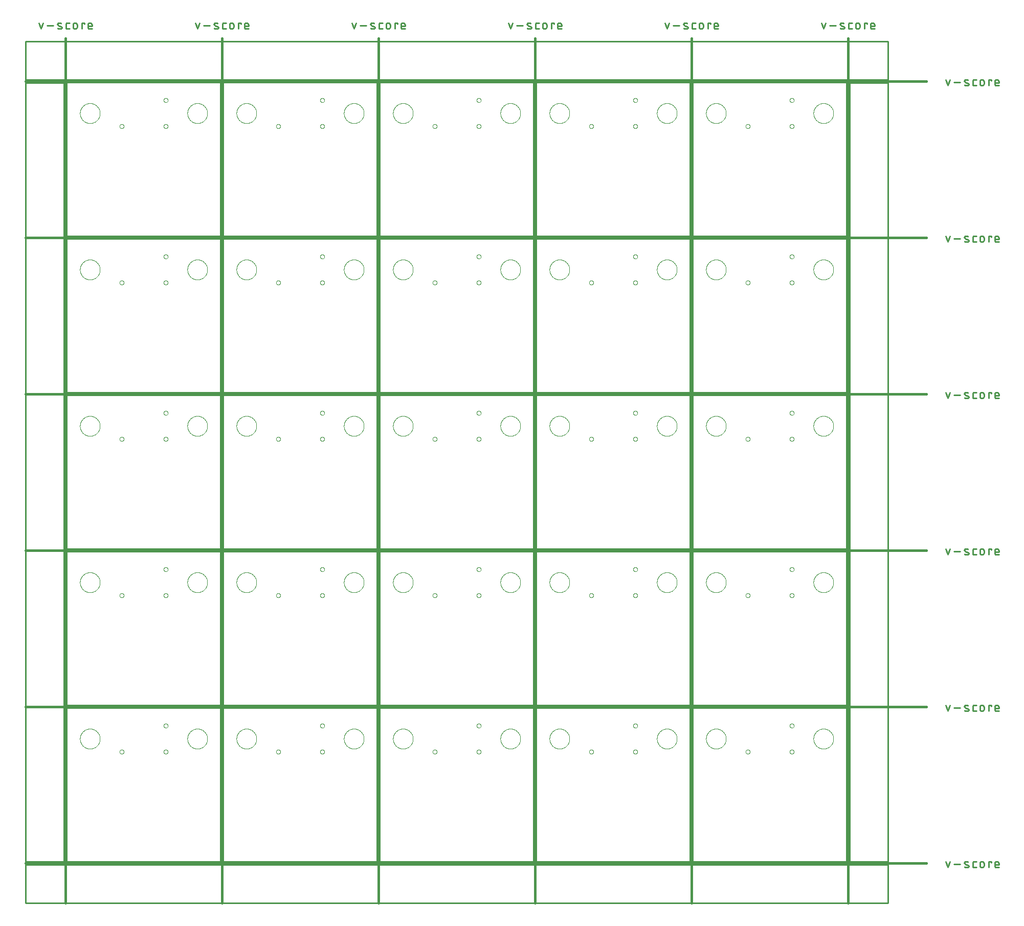
<source format=gko>
G04 EAGLE Gerber RS-274X export*
G75*
%MOMM*%
%FSLAX34Y34*%
%LPD*%
%IN*%
%IPPOS*%
%AMOC8*
5,1,8,0,0,1.08239X$1,22.5*%
G01*
%ADD10C,0.203200*%
%ADD11C,0.381000*%
%ADD12C,0.279400*%
%ADD13C,0.254000*%
%ADD14C,0.000000*%


D10*
X0Y0D02*
X0Y254000D01*
X254000Y254000D01*
X254000Y0D01*
X0Y0D01*
X259080Y0D02*
X259080Y254000D01*
X513080Y254000D01*
X513080Y0D01*
X259080Y0D01*
X518160Y0D02*
X518160Y254000D01*
X772160Y254000D01*
X772160Y0D01*
X518160Y0D01*
X777240Y0D02*
X777240Y254000D01*
X1031240Y254000D01*
X1031240Y0D01*
X777240Y0D01*
X1036320Y0D02*
X1036320Y254000D01*
X1290320Y254000D01*
X1290320Y0D01*
X1036320Y0D01*
X0Y259080D02*
X0Y513080D01*
X254000Y513080D01*
X254000Y259080D01*
X0Y259080D01*
X259080Y259080D02*
X259080Y513080D01*
X513080Y513080D01*
X513080Y259080D01*
X259080Y259080D01*
X518160Y259080D02*
X518160Y513080D01*
X772160Y513080D01*
X772160Y259080D01*
X518160Y259080D01*
X777240Y259080D02*
X777240Y513080D01*
X1031240Y513080D01*
X1031240Y259080D01*
X777240Y259080D01*
X1036320Y259080D02*
X1036320Y513080D01*
X1290320Y513080D01*
X1290320Y259080D01*
X1036320Y259080D01*
X0Y518160D02*
X0Y772160D01*
X254000Y772160D01*
X254000Y518160D01*
X0Y518160D01*
X259080Y518160D02*
X259080Y772160D01*
X513080Y772160D01*
X513080Y518160D01*
X259080Y518160D01*
X518160Y518160D02*
X518160Y772160D01*
X772160Y772160D01*
X772160Y518160D01*
X518160Y518160D01*
X777240Y518160D02*
X777240Y772160D01*
X1031240Y772160D01*
X1031240Y518160D01*
X777240Y518160D01*
X1036320Y518160D02*
X1036320Y772160D01*
X1290320Y772160D01*
X1290320Y518160D01*
X1036320Y518160D01*
X0Y777240D02*
X0Y1031240D01*
X254000Y1031240D01*
X254000Y777240D01*
X0Y777240D01*
X259080Y777240D02*
X259080Y1031240D01*
X513080Y1031240D01*
X513080Y777240D01*
X259080Y777240D01*
X518160Y777240D02*
X518160Y1031240D01*
X772160Y1031240D01*
X772160Y777240D01*
X518160Y777240D01*
X777240Y777240D02*
X777240Y1031240D01*
X1031240Y1031240D01*
X1031240Y777240D01*
X777240Y777240D01*
X1036320Y777240D02*
X1036320Y1031240D01*
X1290320Y1031240D01*
X1290320Y777240D01*
X1036320Y777240D01*
X0Y1036320D02*
X0Y1290320D01*
X254000Y1290320D01*
X254000Y1036320D01*
X0Y1036320D01*
X259080Y1036320D02*
X259080Y1290320D01*
X513080Y1290320D01*
X513080Y1036320D01*
X259080Y1036320D01*
X518160Y1036320D02*
X518160Y1290320D01*
X772160Y1290320D01*
X772160Y1036320D01*
X518160Y1036320D01*
X777240Y1036320D02*
X777240Y1290320D01*
X1031240Y1290320D01*
X1031240Y1036320D01*
X777240Y1036320D01*
X1036320Y1036320D02*
X1036320Y1290320D01*
X1290320Y1290320D01*
X1290320Y1036320D01*
X1036320Y1036320D01*
D11*
X-2540Y1363980D02*
X-2540Y-68580D01*
D12*
X-42921Y1379347D02*
X-46251Y1389338D01*
X-39590Y1389338D02*
X-42921Y1379347D01*
X-32806Y1385175D02*
X-22815Y1385175D01*
X-14261Y1385175D02*
X-10098Y1383510D01*
X-14261Y1385174D02*
X-14346Y1385210D01*
X-14429Y1385250D01*
X-14510Y1385293D01*
X-14590Y1385340D01*
X-14667Y1385390D01*
X-14743Y1385443D01*
X-14816Y1385499D01*
X-14886Y1385559D01*
X-14954Y1385621D01*
X-15019Y1385686D01*
X-15081Y1385754D01*
X-15141Y1385825D01*
X-15197Y1385898D01*
X-15250Y1385973D01*
X-15300Y1386051D01*
X-15346Y1386130D01*
X-15389Y1386212D01*
X-15429Y1386295D01*
X-15465Y1386380D01*
X-15497Y1386466D01*
X-15526Y1386554D01*
X-15550Y1386643D01*
X-15571Y1386733D01*
X-15588Y1386823D01*
X-15602Y1386914D01*
X-15611Y1387006D01*
X-15616Y1387098D01*
X-15618Y1387190D01*
X-15616Y1387282D01*
X-15609Y1387374D01*
X-15599Y1387466D01*
X-15585Y1387557D01*
X-15567Y1387648D01*
X-15545Y1387737D01*
X-15519Y1387826D01*
X-15489Y1387913D01*
X-15456Y1387999D01*
X-15419Y1388083D01*
X-15379Y1388166D01*
X-15335Y1388247D01*
X-15288Y1388326D01*
X-15237Y1388403D01*
X-15183Y1388478D01*
X-15126Y1388551D01*
X-15066Y1388621D01*
X-15003Y1388688D01*
X-14937Y1388752D01*
X-14869Y1388814D01*
X-14798Y1388873D01*
X-14724Y1388928D01*
X-14648Y1388981D01*
X-14570Y1389030D01*
X-14490Y1389076D01*
X-14409Y1389118D01*
X-14325Y1389157D01*
X-14240Y1389192D01*
X-14153Y1389223D01*
X-14065Y1389251D01*
X-13976Y1389275D01*
X-13886Y1389295D01*
X-13796Y1389312D01*
X-13704Y1389324D01*
X-13612Y1389333D01*
X-13520Y1389337D01*
X-13428Y1389338D01*
X-13201Y1389332D01*
X-12974Y1389321D01*
X-12747Y1389304D01*
X-12521Y1389281D01*
X-12295Y1389254D01*
X-12070Y1389220D01*
X-11846Y1389182D01*
X-11623Y1389138D01*
X-11401Y1389089D01*
X-11180Y1389034D01*
X-10961Y1388974D01*
X-10743Y1388909D01*
X-10527Y1388838D01*
X-10313Y1388763D01*
X-10100Y1388682D01*
X-9890Y1388596D01*
X-9681Y1388505D01*
X-10098Y1383510D02*
X-10013Y1383474D01*
X-9930Y1383434D01*
X-9849Y1383391D01*
X-9769Y1383344D01*
X-9692Y1383294D01*
X-9616Y1383241D01*
X-9543Y1383185D01*
X-9473Y1383125D01*
X-9405Y1383063D01*
X-9340Y1382998D01*
X-9278Y1382930D01*
X-9218Y1382859D01*
X-9162Y1382786D01*
X-9109Y1382711D01*
X-9059Y1382633D01*
X-9013Y1382554D01*
X-8970Y1382472D01*
X-8930Y1382389D01*
X-8894Y1382304D01*
X-8862Y1382218D01*
X-8833Y1382130D01*
X-8809Y1382041D01*
X-8788Y1381951D01*
X-8771Y1381861D01*
X-8757Y1381770D01*
X-8748Y1381678D01*
X-8743Y1381586D01*
X-8741Y1381494D01*
X-8743Y1381402D01*
X-8750Y1381310D01*
X-8760Y1381218D01*
X-8774Y1381127D01*
X-8792Y1381036D01*
X-8814Y1380947D01*
X-8840Y1380858D01*
X-8870Y1380771D01*
X-8903Y1380685D01*
X-8940Y1380601D01*
X-8980Y1380518D01*
X-9024Y1380437D01*
X-9071Y1380358D01*
X-9122Y1380281D01*
X-9176Y1380206D01*
X-9233Y1380133D01*
X-9293Y1380063D01*
X-9356Y1379996D01*
X-9422Y1379932D01*
X-9490Y1379870D01*
X-9561Y1379811D01*
X-9635Y1379756D01*
X-9711Y1379703D01*
X-9789Y1379654D01*
X-9869Y1379608D01*
X-9950Y1379566D01*
X-10034Y1379527D01*
X-10119Y1379492D01*
X-10206Y1379461D01*
X-10294Y1379433D01*
X-10383Y1379409D01*
X-10473Y1379389D01*
X-10563Y1379372D01*
X-10655Y1379360D01*
X-10747Y1379351D01*
X-10839Y1379347D01*
X-10931Y1379346D01*
X-10931Y1379347D02*
X-11265Y1379356D01*
X-11598Y1379373D01*
X-11931Y1379397D01*
X-12264Y1379430D01*
X-12595Y1379470D01*
X-12926Y1379518D01*
X-13255Y1379574D01*
X-13583Y1379637D01*
X-13909Y1379709D01*
X-14233Y1379788D01*
X-14556Y1379874D01*
X-14876Y1379969D01*
X-15194Y1380071D01*
X-15510Y1380180D01*
X562Y1379347D02*
X3892Y1379347D01*
X562Y1379347D02*
X464Y1379349D01*
X366Y1379355D01*
X268Y1379364D01*
X171Y1379378D01*
X75Y1379395D01*
X-21Y1379416D01*
X-116Y1379441D01*
X-210Y1379469D01*
X-303Y1379501D01*
X-394Y1379537D01*
X-484Y1379576D01*
X-572Y1379619D01*
X-659Y1379666D01*
X-743Y1379715D01*
X-826Y1379768D01*
X-906Y1379824D01*
X-985Y1379883D01*
X-1060Y1379946D01*
X-1134Y1380011D01*
X-1204Y1380079D01*
X-1272Y1380149D01*
X-1338Y1380223D01*
X-1400Y1380299D01*
X-1459Y1380377D01*
X-1515Y1380457D01*
X-1568Y1380540D01*
X-1618Y1380624D01*
X-1664Y1380711D01*
X-1707Y1380799D01*
X-1746Y1380889D01*
X-1782Y1380980D01*
X-1814Y1381073D01*
X-1842Y1381167D01*
X-1867Y1381262D01*
X-1888Y1381358D01*
X-1905Y1381454D01*
X-1919Y1381551D01*
X-1928Y1381649D01*
X-1934Y1381747D01*
X-1936Y1381845D01*
X-1936Y1386840D01*
X-1934Y1386938D01*
X-1928Y1387036D01*
X-1919Y1387134D01*
X-1905Y1387231D01*
X-1888Y1387327D01*
X-1867Y1387423D01*
X-1842Y1387518D01*
X-1814Y1387612D01*
X-1782Y1387705D01*
X-1746Y1387796D01*
X-1707Y1387886D01*
X-1664Y1387974D01*
X-1617Y1388061D01*
X-1568Y1388145D01*
X-1515Y1388228D01*
X-1459Y1388308D01*
X-1400Y1388386D01*
X-1337Y1388462D01*
X-1272Y1388536D01*
X-1204Y1388606D01*
X-1134Y1388674D01*
X-1060Y1388739D01*
X-984Y1388802D01*
X-906Y1388861D01*
X-826Y1388917D01*
X-743Y1388970D01*
X-659Y1389019D01*
X-572Y1389066D01*
X-484Y1389109D01*
X-394Y1389148D01*
X-303Y1389184D01*
X-210Y1389216D01*
X-116Y1389244D01*
X-21Y1389269D01*
X75Y1389290D01*
X171Y1389307D01*
X268Y1389321D01*
X366Y1389330D01*
X464Y1389336D01*
X562Y1389338D01*
X3892Y1389338D01*
X10022Y1386007D02*
X10022Y1382677D01*
X10022Y1386007D02*
X10024Y1386121D01*
X10030Y1386234D01*
X10039Y1386348D01*
X10053Y1386460D01*
X10070Y1386573D01*
X10092Y1386685D01*
X10117Y1386795D01*
X10145Y1386905D01*
X10178Y1387014D01*
X10214Y1387122D01*
X10254Y1387229D01*
X10298Y1387334D01*
X10345Y1387437D01*
X10395Y1387539D01*
X10449Y1387639D01*
X10507Y1387737D01*
X10568Y1387833D01*
X10631Y1387927D01*
X10699Y1388019D01*
X10769Y1388109D01*
X10842Y1388195D01*
X10918Y1388280D01*
X10997Y1388362D01*
X11079Y1388441D01*
X11164Y1388517D01*
X11250Y1388590D01*
X11340Y1388660D01*
X11432Y1388728D01*
X11526Y1388791D01*
X11622Y1388852D01*
X11720Y1388910D01*
X11820Y1388964D01*
X11922Y1389014D01*
X12025Y1389061D01*
X12130Y1389105D01*
X12237Y1389145D01*
X12345Y1389181D01*
X12454Y1389214D01*
X12564Y1389242D01*
X12674Y1389267D01*
X12786Y1389289D01*
X12899Y1389306D01*
X13011Y1389320D01*
X13125Y1389329D01*
X13238Y1389335D01*
X13352Y1389337D01*
X13466Y1389335D01*
X13579Y1389329D01*
X13693Y1389320D01*
X13805Y1389306D01*
X13918Y1389289D01*
X14030Y1389267D01*
X14140Y1389242D01*
X14250Y1389214D01*
X14359Y1389181D01*
X14467Y1389145D01*
X14574Y1389105D01*
X14679Y1389061D01*
X14782Y1389014D01*
X14884Y1388964D01*
X14984Y1388910D01*
X15082Y1388852D01*
X15178Y1388791D01*
X15272Y1388728D01*
X15364Y1388660D01*
X15454Y1388590D01*
X15540Y1388517D01*
X15625Y1388441D01*
X15707Y1388362D01*
X15786Y1388280D01*
X15862Y1388195D01*
X15935Y1388109D01*
X16005Y1388019D01*
X16073Y1387927D01*
X16136Y1387833D01*
X16197Y1387737D01*
X16255Y1387639D01*
X16309Y1387539D01*
X16359Y1387437D01*
X16406Y1387334D01*
X16450Y1387229D01*
X16490Y1387122D01*
X16526Y1387014D01*
X16559Y1386905D01*
X16587Y1386795D01*
X16612Y1386685D01*
X16634Y1386573D01*
X16651Y1386460D01*
X16665Y1386348D01*
X16674Y1386234D01*
X16680Y1386121D01*
X16682Y1386007D01*
X16682Y1382677D01*
X16680Y1382563D01*
X16674Y1382450D01*
X16665Y1382336D01*
X16651Y1382224D01*
X16634Y1382111D01*
X16612Y1381999D01*
X16587Y1381889D01*
X16559Y1381779D01*
X16526Y1381670D01*
X16490Y1381562D01*
X16450Y1381455D01*
X16406Y1381350D01*
X16359Y1381247D01*
X16309Y1381145D01*
X16255Y1381045D01*
X16197Y1380947D01*
X16136Y1380851D01*
X16073Y1380757D01*
X16005Y1380665D01*
X15935Y1380575D01*
X15862Y1380489D01*
X15786Y1380404D01*
X15707Y1380322D01*
X15625Y1380243D01*
X15540Y1380167D01*
X15454Y1380094D01*
X15364Y1380024D01*
X15272Y1379956D01*
X15178Y1379893D01*
X15082Y1379832D01*
X14984Y1379774D01*
X14884Y1379720D01*
X14782Y1379670D01*
X14679Y1379623D01*
X14574Y1379579D01*
X14467Y1379539D01*
X14359Y1379503D01*
X14250Y1379470D01*
X14140Y1379442D01*
X14030Y1379417D01*
X13918Y1379395D01*
X13805Y1379378D01*
X13693Y1379364D01*
X13579Y1379355D01*
X13466Y1379349D01*
X13352Y1379347D01*
X13238Y1379349D01*
X13125Y1379355D01*
X13011Y1379364D01*
X12899Y1379378D01*
X12786Y1379395D01*
X12674Y1379417D01*
X12564Y1379442D01*
X12454Y1379470D01*
X12345Y1379503D01*
X12237Y1379539D01*
X12130Y1379579D01*
X12025Y1379623D01*
X11922Y1379670D01*
X11820Y1379720D01*
X11720Y1379774D01*
X11622Y1379832D01*
X11526Y1379893D01*
X11432Y1379956D01*
X11340Y1380024D01*
X11250Y1380094D01*
X11164Y1380167D01*
X11079Y1380243D01*
X10997Y1380322D01*
X10918Y1380404D01*
X10842Y1380489D01*
X10769Y1380575D01*
X10699Y1380665D01*
X10631Y1380757D01*
X10568Y1380851D01*
X10507Y1380947D01*
X10449Y1381045D01*
X10395Y1381145D01*
X10345Y1381247D01*
X10298Y1381350D01*
X10254Y1381455D01*
X10214Y1381562D01*
X10178Y1381670D01*
X10145Y1381779D01*
X10117Y1381889D01*
X10092Y1381999D01*
X10070Y1382111D01*
X10053Y1382224D01*
X10039Y1382336D01*
X10030Y1382450D01*
X10024Y1382563D01*
X10022Y1382677D01*
X24218Y1379347D02*
X24218Y1389338D01*
X29213Y1389338D01*
X29213Y1387673D01*
X37008Y1379347D02*
X41171Y1379347D01*
X37008Y1379347D02*
X36910Y1379349D01*
X36812Y1379355D01*
X36714Y1379364D01*
X36617Y1379378D01*
X36521Y1379395D01*
X36425Y1379416D01*
X36330Y1379441D01*
X36236Y1379469D01*
X36143Y1379501D01*
X36052Y1379537D01*
X35962Y1379576D01*
X35874Y1379619D01*
X35787Y1379666D01*
X35703Y1379715D01*
X35620Y1379768D01*
X35540Y1379824D01*
X35462Y1379883D01*
X35386Y1379946D01*
X35312Y1380011D01*
X35242Y1380079D01*
X35174Y1380149D01*
X35109Y1380223D01*
X35046Y1380299D01*
X34987Y1380377D01*
X34931Y1380457D01*
X34878Y1380540D01*
X34829Y1380624D01*
X34782Y1380711D01*
X34739Y1380799D01*
X34700Y1380889D01*
X34664Y1380980D01*
X34632Y1381073D01*
X34604Y1381167D01*
X34579Y1381262D01*
X34558Y1381358D01*
X34541Y1381454D01*
X34527Y1381551D01*
X34518Y1381649D01*
X34512Y1381747D01*
X34510Y1381845D01*
X34510Y1386007D01*
X34511Y1386007D02*
X34513Y1386121D01*
X34519Y1386234D01*
X34528Y1386348D01*
X34542Y1386460D01*
X34559Y1386573D01*
X34581Y1386685D01*
X34606Y1386795D01*
X34634Y1386905D01*
X34667Y1387014D01*
X34703Y1387122D01*
X34743Y1387229D01*
X34787Y1387334D01*
X34834Y1387437D01*
X34884Y1387539D01*
X34938Y1387639D01*
X34996Y1387737D01*
X35057Y1387833D01*
X35120Y1387927D01*
X35188Y1388019D01*
X35258Y1388109D01*
X35331Y1388195D01*
X35407Y1388280D01*
X35486Y1388362D01*
X35568Y1388441D01*
X35653Y1388517D01*
X35739Y1388590D01*
X35829Y1388660D01*
X35921Y1388728D01*
X36015Y1388791D01*
X36111Y1388852D01*
X36209Y1388910D01*
X36309Y1388964D01*
X36411Y1389014D01*
X36514Y1389061D01*
X36619Y1389105D01*
X36726Y1389145D01*
X36834Y1389181D01*
X36943Y1389214D01*
X37053Y1389242D01*
X37163Y1389267D01*
X37275Y1389289D01*
X37388Y1389306D01*
X37500Y1389320D01*
X37614Y1389329D01*
X37727Y1389335D01*
X37841Y1389337D01*
X37955Y1389335D01*
X38068Y1389329D01*
X38182Y1389320D01*
X38294Y1389306D01*
X38407Y1389289D01*
X38519Y1389267D01*
X38629Y1389242D01*
X38739Y1389214D01*
X38848Y1389181D01*
X38956Y1389145D01*
X39063Y1389105D01*
X39168Y1389061D01*
X39271Y1389014D01*
X39373Y1388964D01*
X39473Y1388910D01*
X39571Y1388852D01*
X39667Y1388791D01*
X39761Y1388728D01*
X39853Y1388660D01*
X39943Y1388590D01*
X40029Y1388517D01*
X40114Y1388441D01*
X40196Y1388362D01*
X40275Y1388280D01*
X40351Y1388195D01*
X40424Y1388109D01*
X40494Y1388019D01*
X40562Y1387927D01*
X40625Y1387833D01*
X40686Y1387737D01*
X40744Y1387639D01*
X40798Y1387539D01*
X40848Y1387437D01*
X40895Y1387334D01*
X40939Y1387229D01*
X40979Y1387122D01*
X41015Y1387014D01*
X41048Y1386905D01*
X41076Y1386795D01*
X41101Y1386685D01*
X41123Y1386573D01*
X41140Y1386460D01*
X41154Y1386348D01*
X41163Y1386234D01*
X41169Y1386121D01*
X41171Y1386007D01*
X41171Y1384342D01*
X34510Y1384342D01*
D11*
X256540Y1363980D02*
X256540Y-68580D01*
D12*
X216159Y1379347D02*
X212829Y1389338D01*
X219490Y1389338D02*
X216159Y1379347D01*
X226274Y1385175D02*
X236265Y1385175D01*
X244819Y1385175D02*
X248982Y1383510D01*
X244819Y1385174D02*
X244734Y1385210D01*
X244651Y1385250D01*
X244570Y1385293D01*
X244490Y1385340D01*
X244413Y1385390D01*
X244337Y1385443D01*
X244264Y1385499D01*
X244194Y1385559D01*
X244126Y1385621D01*
X244061Y1385686D01*
X243999Y1385754D01*
X243939Y1385825D01*
X243883Y1385898D01*
X243830Y1385973D01*
X243780Y1386051D01*
X243734Y1386130D01*
X243691Y1386212D01*
X243651Y1386295D01*
X243615Y1386380D01*
X243583Y1386466D01*
X243554Y1386554D01*
X243530Y1386643D01*
X243509Y1386733D01*
X243492Y1386823D01*
X243478Y1386914D01*
X243469Y1387006D01*
X243464Y1387098D01*
X243462Y1387190D01*
X243464Y1387282D01*
X243471Y1387374D01*
X243481Y1387466D01*
X243495Y1387557D01*
X243513Y1387648D01*
X243535Y1387737D01*
X243561Y1387826D01*
X243591Y1387913D01*
X243624Y1387999D01*
X243661Y1388083D01*
X243701Y1388166D01*
X243745Y1388247D01*
X243792Y1388326D01*
X243843Y1388403D01*
X243897Y1388478D01*
X243954Y1388551D01*
X244014Y1388621D01*
X244077Y1388688D01*
X244143Y1388752D01*
X244211Y1388814D01*
X244282Y1388873D01*
X244356Y1388928D01*
X244432Y1388981D01*
X244510Y1389030D01*
X244590Y1389076D01*
X244671Y1389118D01*
X244755Y1389157D01*
X244840Y1389192D01*
X244927Y1389223D01*
X245015Y1389251D01*
X245104Y1389275D01*
X245194Y1389295D01*
X245284Y1389312D01*
X245376Y1389324D01*
X245468Y1389333D01*
X245560Y1389337D01*
X245652Y1389338D01*
X245879Y1389332D01*
X246106Y1389321D01*
X246333Y1389304D01*
X246559Y1389281D01*
X246785Y1389254D01*
X247010Y1389220D01*
X247234Y1389182D01*
X247457Y1389138D01*
X247679Y1389089D01*
X247900Y1389034D01*
X248119Y1388974D01*
X248337Y1388909D01*
X248553Y1388838D01*
X248767Y1388763D01*
X248980Y1388682D01*
X249190Y1388596D01*
X249399Y1388505D01*
X248982Y1383510D02*
X249067Y1383474D01*
X249150Y1383434D01*
X249231Y1383391D01*
X249311Y1383344D01*
X249388Y1383294D01*
X249464Y1383241D01*
X249537Y1383185D01*
X249607Y1383125D01*
X249675Y1383063D01*
X249740Y1382998D01*
X249802Y1382930D01*
X249862Y1382859D01*
X249918Y1382786D01*
X249971Y1382711D01*
X250021Y1382633D01*
X250067Y1382554D01*
X250110Y1382472D01*
X250150Y1382389D01*
X250186Y1382304D01*
X250218Y1382218D01*
X250247Y1382130D01*
X250271Y1382041D01*
X250292Y1381951D01*
X250309Y1381861D01*
X250323Y1381770D01*
X250332Y1381678D01*
X250337Y1381586D01*
X250339Y1381494D01*
X250337Y1381402D01*
X250330Y1381310D01*
X250320Y1381218D01*
X250306Y1381127D01*
X250288Y1381036D01*
X250266Y1380947D01*
X250240Y1380858D01*
X250210Y1380771D01*
X250177Y1380685D01*
X250140Y1380601D01*
X250100Y1380518D01*
X250056Y1380437D01*
X250009Y1380358D01*
X249958Y1380281D01*
X249904Y1380206D01*
X249847Y1380133D01*
X249787Y1380063D01*
X249724Y1379996D01*
X249658Y1379932D01*
X249590Y1379870D01*
X249519Y1379811D01*
X249445Y1379756D01*
X249369Y1379703D01*
X249291Y1379654D01*
X249211Y1379608D01*
X249130Y1379566D01*
X249046Y1379527D01*
X248961Y1379492D01*
X248874Y1379461D01*
X248786Y1379433D01*
X248697Y1379409D01*
X248607Y1379389D01*
X248517Y1379372D01*
X248425Y1379360D01*
X248333Y1379351D01*
X248241Y1379347D01*
X248149Y1379346D01*
X248149Y1379347D02*
X247815Y1379356D01*
X247482Y1379373D01*
X247149Y1379397D01*
X246816Y1379430D01*
X246485Y1379470D01*
X246154Y1379518D01*
X245825Y1379574D01*
X245497Y1379637D01*
X245171Y1379709D01*
X244847Y1379788D01*
X244524Y1379874D01*
X244204Y1379969D01*
X243886Y1380071D01*
X243570Y1380180D01*
X259642Y1379347D02*
X262972Y1379347D01*
X259642Y1379347D02*
X259544Y1379349D01*
X259446Y1379355D01*
X259348Y1379364D01*
X259251Y1379378D01*
X259155Y1379395D01*
X259059Y1379416D01*
X258964Y1379441D01*
X258870Y1379469D01*
X258777Y1379501D01*
X258686Y1379537D01*
X258596Y1379576D01*
X258508Y1379619D01*
X258421Y1379666D01*
X258337Y1379715D01*
X258254Y1379768D01*
X258174Y1379824D01*
X258096Y1379883D01*
X258020Y1379946D01*
X257946Y1380011D01*
X257876Y1380079D01*
X257808Y1380149D01*
X257743Y1380223D01*
X257680Y1380299D01*
X257621Y1380377D01*
X257565Y1380457D01*
X257512Y1380540D01*
X257463Y1380624D01*
X257416Y1380711D01*
X257373Y1380799D01*
X257334Y1380889D01*
X257298Y1380980D01*
X257266Y1381073D01*
X257238Y1381167D01*
X257213Y1381262D01*
X257192Y1381358D01*
X257175Y1381454D01*
X257161Y1381551D01*
X257152Y1381649D01*
X257146Y1381747D01*
X257144Y1381845D01*
X257144Y1386840D01*
X257146Y1386938D01*
X257152Y1387036D01*
X257161Y1387134D01*
X257175Y1387231D01*
X257192Y1387327D01*
X257213Y1387423D01*
X257238Y1387518D01*
X257266Y1387612D01*
X257298Y1387705D01*
X257334Y1387796D01*
X257373Y1387886D01*
X257416Y1387974D01*
X257463Y1388061D01*
X257512Y1388145D01*
X257565Y1388228D01*
X257621Y1388308D01*
X257680Y1388387D01*
X257743Y1388462D01*
X257808Y1388536D01*
X257876Y1388606D01*
X257946Y1388674D01*
X258020Y1388740D01*
X258096Y1388802D01*
X258174Y1388861D01*
X258254Y1388917D01*
X258337Y1388970D01*
X258421Y1389020D01*
X258508Y1389066D01*
X258596Y1389109D01*
X258686Y1389148D01*
X258777Y1389184D01*
X258870Y1389216D01*
X258964Y1389244D01*
X259059Y1389269D01*
X259155Y1389290D01*
X259251Y1389307D01*
X259348Y1389321D01*
X259446Y1389330D01*
X259544Y1389336D01*
X259642Y1389338D01*
X262972Y1389338D01*
X269102Y1386007D02*
X269102Y1382677D01*
X269102Y1386007D02*
X269104Y1386121D01*
X269110Y1386234D01*
X269119Y1386348D01*
X269133Y1386460D01*
X269150Y1386573D01*
X269172Y1386685D01*
X269197Y1386795D01*
X269225Y1386905D01*
X269258Y1387014D01*
X269294Y1387122D01*
X269334Y1387229D01*
X269378Y1387334D01*
X269425Y1387437D01*
X269475Y1387539D01*
X269529Y1387639D01*
X269587Y1387737D01*
X269648Y1387833D01*
X269711Y1387927D01*
X269779Y1388019D01*
X269849Y1388109D01*
X269922Y1388195D01*
X269998Y1388280D01*
X270077Y1388362D01*
X270159Y1388441D01*
X270244Y1388517D01*
X270330Y1388590D01*
X270420Y1388660D01*
X270512Y1388728D01*
X270606Y1388791D01*
X270702Y1388852D01*
X270800Y1388910D01*
X270900Y1388964D01*
X271002Y1389014D01*
X271105Y1389061D01*
X271210Y1389105D01*
X271317Y1389145D01*
X271425Y1389181D01*
X271534Y1389214D01*
X271644Y1389242D01*
X271754Y1389267D01*
X271866Y1389289D01*
X271979Y1389306D01*
X272091Y1389320D01*
X272205Y1389329D01*
X272318Y1389335D01*
X272432Y1389337D01*
X272546Y1389335D01*
X272659Y1389329D01*
X272773Y1389320D01*
X272885Y1389306D01*
X272998Y1389289D01*
X273110Y1389267D01*
X273220Y1389242D01*
X273330Y1389214D01*
X273439Y1389181D01*
X273547Y1389145D01*
X273654Y1389105D01*
X273759Y1389061D01*
X273862Y1389014D01*
X273964Y1388964D01*
X274064Y1388910D01*
X274162Y1388852D01*
X274258Y1388791D01*
X274352Y1388728D01*
X274444Y1388660D01*
X274534Y1388590D01*
X274620Y1388517D01*
X274705Y1388441D01*
X274787Y1388362D01*
X274866Y1388280D01*
X274942Y1388195D01*
X275015Y1388109D01*
X275085Y1388019D01*
X275153Y1387927D01*
X275216Y1387833D01*
X275277Y1387737D01*
X275335Y1387639D01*
X275389Y1387539D01*
X275439Y1387437D01*
X275486Y1387334D01*
X275530Y1387229D01*
X275570Y1387122D01*
X275606Y1387014D01*
X275639Y1386905D01*
X275667Y1386795D01*
X275692Y1386685D01*
X275714Y1386573D01*
X275731Y1386460D01*
X275745Y1386348D01*
X275754Y1386234D01*
X275760Y1386121D01*
X275762Y1386007D01*
X275762Y1382677D01*
X275760Y1382563D01*
X275754Y1382450D01*
X275745Y1382336D01*
X275731Y1382224D01*
X275714Y1382111D01*
X275692Y1381999D01*
X275667Y1381889D01*
X275639Y1381779D01*
X275606Y1381670D01*
X275570Y1381562D01*
X275530Y1381455D01*
X275486Y1381350D01*
X275439Y1381247D01*
X275389Y1381145D01*
X275335Y1381045D01*
X275277Y1380947D01*
X275216Y1380851D01*
X275153Y1380757D01*
X275085Y1380665D01*
X275015Y1380575D01*
X274942Y1380489D01*
X274866Y1380404D01*
X274787Y1380322D01*
X274705Y1380243D01*
X274620Y1380167D01*
X274534Y1380094D01*
X274444Y1380024D01*
X274352Y1379956D01*
X274258Y1379893D01*
X274162Y1379832D01*
X274064Y1379774D01*
X273964Y1379720D01*
X273862Y1379670D01*
X273759Y1379623D01*
X273654Y1379579D01*
X273547Y1379539D01*
X273439Y1379503D01*
X273330Y1379470D01*
X273220Y1379442D01*
X273110Y1379417D01*
X272998Y1379395D01*
X272885Y1379378D01*
X272773Y1379364D01*
X272659Y1379355D01*
X272546Y1379349D01*
X272432Y1379347D01*
X272318Y1379349D01*
X272205Y1379355D01*
X272091Y1379364D01*
X271979Y1379378D01*
X271866Y1379395D01*
X271754Y1379417D01*
X271644Y1379442D01*
X271534Y1379470D01*
X271425Y1379503D01*
X271317Y1379539D01*
X271210Y1379579D01*
X271105Y1379623D01*
X271002Y1379670D01*
X270900Y1379720D01*
X270800Y1379774D01*
X270702Y1379832D01*
X270606Y1379893D01*
X270512Y1379956D01*
X270420Y1380024D01*
X270330Y1380094D01*
X270244Y1380167D01*
X270159Y1380243D01*
X270077Y1380322D01*
X269998Y1380404D01*
X269922Y1380489D01*
X269849Y1380575D01*
X269779Y1380665D01*
X269711Y1380757D01*
X269648Y1380851D01*
X269587Y1380947D01*
X269529Y1381045D01*
X269475Y1381145D01*
X269425Y1381247D01*
X269378Y1381350D01*
X269334Y1381455D01*
X269294Y1381562D01*
X269258Y1381670D01*
X269225Y1381779D01*
X269197Y1381889D01*
X269172Y1381999D01*
X269150Y1382111D01*
X269133Y1382224D01*
X269119Y1382336D01*
X269110Y1382450D01*
X269104Y1382563D01*
X269102Y1382677D01*
X283298Y1379347D02*
X283298Y1389338D01*
X288293Y1389338D01*
X288293Y1387673D01*
X296088Y1379347D02*
X300251Y1379347D01*
X296088Y1379347D02*
X295990Y1379349D01*
X295892Y1379355D01*
X295794Y1379364D01*
X295697Y1379378D01*
X295601Y1379395D01*
X295505Y1379416D01*
X295410Y1379441D01*
X295316Y1379469D01*
X295223Y1379501D01*
X295132Y1379537D01*
X295042Y1379576D01*
X294954Y1379619D01*
X294867Y1379666D01*
X294783Y1379715D01*
X294700Y1379768D01*
X294620Y1379824D01*
X294542Y1379883D01*
X294466Y1379946D01*
X294392Y1380011D01*
X294322Y1380079D01*
X294254Y1380149D01*
X294189Y1380223D01*
X294126Y1380299D01*
X294067Y1380377D01*
X294011Y1380457D01*
X293958Y1380540D01*
X293909Y1380624D01*
X293862Y1380711D01*
X293819Y1380799D01*
X293780Y1380889D01*
X293744Y1380980D01*
X293712Y1381073D01*
X293684Y1381167D01*
X293659Y1381262D01*
X293638Y1381358D01*
X293621Y1381454D01*
X293607Y1381551D01*
X293598Y1381649D01*
X293592Y1381747D01*
X293590Y1381845D01*
X293590Y1386007D01*
X293591Y1386007D02*
X293593Y1386121D01*
X293599Y1386234D01*
X293608Y1386348D01*
X293622Y1386460D01*
X293639Y1386573D01*
X293661Y1386685D01*
X293686Y1386795D01*
X293714Y1386905D01*
X293747Y1387014D01*
X293783Y1387122D01*
X293823Y1387229D01*
X293867Y1387334D01*
X293914Y1387437D01*
X293964Y1387539D01*
X294018Y1387639D01*
X294076Y1387737D01*
X294137Y1387833D01*
X294200Y1387927D01*
X294268Y1388019D01*
X294338Y1388109D01*
X294411Y1388195D01*
X294487Y1388280D01*
X294566Y1388362D01*
X294648Y1388441D01*
X294733Y1388517D01*
X294819Y1388590D01*
X294909Y1388660D01*
X295001Y1388728D01*
X295095Y1388791D01*
X295191Y1388852D01*
X295289Y1388910D01*
X295389Y1388964D01*
X295491Y1389014D01*
X295594Y1389061D01*
X295699Y1389105D01*
X295806Y1389145D01*
X295914Y1389181D01*
X296023Y1389214D01*
X296133Y1389242D01*
X296243Y1389267D01*
X296355Y1389289D01*
X296468Y1389306D01*
X296580Y1389320D01*
X296694Y1389329D01*
X296807Y1389335D01*
X296921Y1389337D01*
X297035Y1389335D01*
X297148Y1389329D01*
X297262Y1389320D01*
X297374Y1389306D01*
X297487Y1389289D01*
X297599Y1389267D01*
X297709Y1389242D01*
X297819Y1389214D01*
X297928Y1389181D01*
X298036Y1389145D01*
X298143Y1389105D01*
X298248Y1389061D01*
X298351Y1389014D01*
X298453Y1388964D01*
X298553Y1388910D01*
X298651Y1388852D01*
X298747Y1388791D01*
X298841Y1388728D01*
X298933Y1388660D01*
X299023Y1388590D01*
X299109Y1388517D01*
X299194Y1388441D01*
X299276Y1388362D01*
X299355Y1388280D01*
X299431Y1388195D01*
X299504Y1388109D01*
X299574Y1388019D01*
X299642Y1387927D01*
X299705Y1387833D01*
X299766Y1387737D01*
X299824Y1387639D01*
X299878Y1387539D01*
X299928Y1387437D01*
X299975Y1387334D01*
X300019Y1387229D01*
X300059Y1387122D01*
X300095Y1387014D01*
X300128Y1386905D01*
X300156Y1386795D01*
X300181Y1386685D01*
X300203Y1386573D01*
X300220Y1386460D01*
X300234Y1386348D01*
X300243Y1386234D01*
X300249Y1386121D01*
X300251Y1386007D01*
X300251Y1384342D01*
X293590Y1384342D01*
D11*
X515620Y1363980D02*
X515620Y-68580D01*
D12*
X475239Y1379347D02*
X471909Y1389338D01*
X478570Y1389338D02*
X475239Y1379347D01*
X485354Y1385175D02*
X495345Y1385175D01*
X503899Y1385175D02*
X508062Y1383510D01*
X503899Y1385174D02*
X503814Y1385210D01*
X503731Y1385250D01*
X503650Y1385293D01*
X503570Y1385340D01*
X503493Y1385390D01*
X503417Y1385443D01*
X503344Y1385499D01*
X503274Y1385559D01*
X503206Y1385621D01*
X503141Y1385686D01*
X503079Y1385754D01*
X503019Y1385825D01*
X502963Y1385898D01*
X502910Y1385973D01*
X502860Y1386051D01*
X502814Y1386130D01*
X502771Y1386212D01*
X502731Y1386295D01*
X502695Y1386380D01*
X502663Y1386466D01*
X502634Y1386554D01*
X502610Y1386643D01*
X502589Y1386733D01*
X502572Y1386823D01*
X502558Y1386914D01*
X502549Y1387006D01*
X502544Y1387098D01*
X502542Y1387190D01*
X502544Y1387282D01*
X502551Y1387374D01*
X502561Y1387466D01*
X502575Y1387557D01*
X502593Y1387648D01*
X502615Y1387737D01*
X502641Y1387826D01*
X502671Y1387913D01*
X502704Y1387999D01*
X502741Y1388083D01*
X502781Y1388166D01*
X502825Y1388247D01*
X502872Y1388326D01*
X502923Y1388403D01*
X502977Y1388478D01*
X503034Y1388551D01*
X503094Y1388621D01*
X503157Y1388688D01*
X503223Y1388752D01*
X503291Y1388814D01*
X503362Y1388873D01*
X503436Y1388928D01*
X503512Y1388981D01*
X503590Y1389030D01*
X503670Y1389076D01*
X503751Y1389118D01*
X503835Y1389157D01*
X503920Y1389192D01*
X504007Y1389223D01*
X504095Y1389251D01*
X504184Y1389275D01*
X504274Y1389295D01*
X504364Y1389312D01*
X504456Y1389324D01*
X504548Y1389333D01*
X504640Y1389337D01*
X504732Y1389338D01*
X504959Y1389332D01*
X505186Y1389321D01*
X505413Y1389304D01*
X505639Y1389281D01*
X505865Y1389254D01*
X506090Y1389220D01*
X506314Y1389182D01*
X506537Y1389138D01*
X506759Y1389089D01*
X506980Y1389034D01*
X507199Y1388974D01*
X507417Y1388909D01*
X507633Y1388838D01*
X507847Y1388763D01*
X508060Y1388682D01*
X508270Y1388596D01*
X508479Y1388505D01*
X508062Y1383510D02*
X508147Y1383474D01*
X508230Y1383434D01*
X508311Y1383391D01*
X508391Y1383344D01*
X508468Y1383294D01*
X508544Y1383241D01*
X508617Y1383185D01*
X508687Y1383125D01*
X508755Y1383063D01*
X508820Y1382998D01*
X508882Y1382930D01*
X508942Y1382859D01*
X508998Y1382786D01*
X509051Y1382711D01*
X509101Y1382633D01*
X509147Y1382554D01*
X509190Y1382472D01*
X509230Y1382389D01*
X509266Y1382304D01*
X509298Y1382218D01*
X509327Y1382130D01*
X509351Y1382041D01*
X509372Y1381951D01*
X509389Y1381861D01*
X509403Y1381770D01*
X509412Y1381678D01*
X509417Y1381586D01*
X509419Y1381494D01*
X509417Y1381402D01*
X509410Y1381310D01*
X509400Y1381218D01*
X509386Y1381127D01*
X509368Y1381036D01*
X509346Y1380947D01*
X509320Y1380858D01*
X509290Y1380771D01*
X509257Y1380685D01*
X509220Y1380601D01*
X509180Y1380518D01*
X509136Y1380437D01*
X509089Y1380358D01*
X509038Y1380281D01*
X508984Y1380206D01*
X508927Y1380133D01*
X508867Y1380063D01*
X508804Y1379996D01*
X508738Y1379932D01*
X508670Y1379870D01*
X508599Y1379811D01*
X508525Y1379756D01*
X508449Y1379703D01*
X508371Y1379654D01*
X508291Y1379608D01*
X508210Y1379566D01*
X508126Y1379527D01*
X508041Y1379492D01*
X507954Y1379461D01*
X507866Y1379433D01*
X507777Y1379409D01*
X507687Y1379389D01*
X507597Y1379372D01*
X507505Y1379360D01*
X507413Y1379351D01*
X507321Y1379347D01*
X507229Y1379346D01*
X507229Y1379347D02*
X506895Y1379356D01*
X506562Y1379373D01*
X506229Y1379397D01*
X505896Y1379430D01*
X505565Y1379470D01*
X505234Y1379518D01*
X504905Y1379574D01*
X504577Y1379637D01*
X504251Y1379709D01*
X503927Y1379788D01*
X503604Y1379874D01*
X503284Y1379969D01*
X502966Y1380071D01*
X502650Y1380180D01*
X518722Y1379347D02*
X522052Y1379347D01*
X518722Y1379347D02*
X518624Y1379349D01*
X518526Y1379355D01*
X518428Y1379364D01*
X518331Y1379378D01*
X518235Y1379395D01*
X518139Y1379416D01*
X518044Y1379441D01*
X517950Y1379469D01*
X517857Y1379501D01*
X517766Y1379537D01*
X517676Y1379576D01*
X517588Y1379619D01*
X517501Y1379666D01*
X517417Y1379715D01*
X517334Y1379768D01*
X517254Y1379824D01*
X517176Y1379883D01*
X517100Y1379946D01*
X517026Y1380011D01*
X516956Y1380079D01*
X516888Y1380149D01*
X516823Y1380223D01*
X516760Y1380299D01*
X516701Y1380377D01*
X516645Y1380457D01*
X516592Y1380540D01*
X516543Y1380624D01*
X516496Y1380711D01*
X516453Y1380799D01*
X516414Y1380889D01*
X516378Y1380980D01*
X516346Y1381073D01*
X516318Y1381167D01*
X516293Y1381262D01*
X516272Y1381358D01*
X516255Y1381454D01*
X516241Y1381551D01*
X516232Y1381649D01*
X516226Y1381747D01*
X516224Y1381845D01*
X516224Y1386840D01*
X516226Y1386938D01*
X516232Y1387036D01*
X516241Y1387134D01*
X516255Y1387231D01*
X516272Y1387327D01*
X516293Y1387423D01*
X516318Y1387518D01*
X516346Y1387612D01*
X516378Y1387705D01*
X516414Y1387796D01*
X516453Y1387886D01*
X516496Y1387974D01*
X516543Y1388061D01*
X516592Y1388145D01*
X516645Y1388228D01*
X516701Y1388308D01*
X516760Y1388387D01*
X516823Y1388462D01*
X516888Y1388536D01*
X516956Y1388606D01*
X517026Y1388674D01*
X517100Y1388740D01*
X517176Y1388802D01*
X517254Y1388861D01*
X517334Y1388917D01*
X517417Y1388970D01*
X517501Y1389020D01*
X517588Y1389066D01*
X517676Y1389109D01*
X517766Y1389148D01*
X517857Y1389184D01*
X517950Y1389216D01*
X518044Y1389244D01*
X518139Y1389269D01*
X518235Y1389290D01*
X518331Y1389307D01*
X518428Y1389321D01*
X518526Y1389330D01*
X518624Y1389336D01*
X518722Y1389338D01*
X522052Y1389338D01*
X528182Y1386007D02*
X528182Y1382677D01*
X528182Y1386007D02*
X528184Y1386121D01*
X528190Y1386234D01*
X528199Y1386348D01*
X528213Y1386460D01*
X528230Y1386573D01*
X528252Y1386685D01*
X528277Y1386795D01*
X528305Y1386905D01*
X528338Y1387014D01*
X528374Y1387122D01*
X528414Y1387229D01*
X528458Y1387334D01*
X528505Y1387437D01*
X528555Y1387539D01*
X528609Y1387639D01*
X528667Y1387737D01*
X528728Y1387833D01*
X528791Y1387927D01*
X528859Y1388019D01*
X528929Y1388109D01*
X529002Y1388195D01*
X529078Y1388280D01*
X529157Y1388362D01*
X529239Y1388441D01*
X529324Y1388517D01*
X529410Y1388590D01*
X529500Y1388660D01*
X529592Y1388728D01*
X529686Y1388791D01*
X529782Y1388852D01*
X529880Y1388910D01*
X529980Y1388964D01*
X530082Y1389014D01*
X530185Y1389061D01*
X530290Y1389105D01*
X530397Y1389145D01*
X530505Y1389181D01*
X530614Y1389214D01*
X530724Y1389242D01*
X530834Y1389267D01*
X530946Y1389289D01*
X531059Y1389306D01*
X531171Y1389320D01*
X531285Y1389329D01*
X531398Y1389335D01*
X531512Y1389337D01*
X531626Y1389335D01*
X531739Y1389329D01*
X531853Y1389320D01*
X531965Y1389306D01*
X532078Y1389289D01*
X532190Y1389267D01*
X532300Y1389242D01*
X532410Y1389214D01*
X532519Y1389181D01*
X532627Y1389145D01*
X532734Y1389105D01*
X532839Y1389061D01*
X532942Y1389014D01*
X533044Y1388964D01*
X533144Y1388910D01*
X533242Y1388852D01*
X533338Y1388791D01*
X533432Y1388728D01*
X533524Y1388660D01*
X533614Y1388590D01*
X533700Y1388517D01*
X533785Y1388441D01*
X533867Y1388362D01*
X533946Y1388280D01*
X534022Y1388195D01*
X534095Y1388109D01*
X534165Y1388019D01*
X534233Y1387927D01*
X534296Y1387833D01*
X534357Y1387737D01*
X534415Y1387639D01*
X534469Y1387539D01*
X534519Y1387437D01*
X534566Y1387334D01*
X534610Y1387229D01*
X534650Y1387122D01*
X534686Y1387014D01*
X534719Y1386905D01*
X534747Y1386795D01*
X534772Y1386685D01*
X534794Y1386573D01*
X534811Y1386460D01*
X534825Y1386348D01*
X534834Y1386234D01*
X534840Y1386121D01*
X534842Y1386007D01*
X534842Y1382677D01*
X534840Y1382563D01*
X534834Y1382450D01*
X534825Y1382336D01*
X534811Y1382224D01*
X534794Y1382111D01*
X534772Y1381999D01*
X534747Y1381889D01*
X534719Y1381779D01*
X534686Y1381670D01*
X534650Y1381562D01*
X534610Y1381455D01*
X534566Y1381350D01*
X534519Y1381247D01*
X534469Y1381145D01*
X534415Y1381045D01*
X534357Y1380947D01*
X534296Y1380851D01*
X534233Y1380757D01*
X534165Y1380665D01*
X534095Y1380575D01*
X534022Y1380489D01*
X533946Y1380404D01*
X533867Y1380322D01*
X533785Y1380243D01*
X533700Y1380167D01*
X533614Y1380094D01*
X533524Y1380024D01*
X533432Y1379956D01*
X533338Y1379893D01*
X533242Y1379832D01*
X533144Y1379774D01*
X533044Y1379720D01*
X532942Y1379670D01*
X532839Y1379623D01*
X532734Y1379579D01*
X532627Y1379539D01*
X532519Y1379503D01*
X532410Y1379470D01*
X532300Y1379442D01*
X532190Y1379417D01*
X532078Y1379395D01*
X531965Y1379378D01*
X531853Y1379364D01*
X531739Y1379355D01*
X531626Y1379349D01*
X531512Y1379347D01*
X531398Y1379349D01*
X531285Y1379355D01*
X531171Y1379364D01*
X531059Y1379378D01*
X530946Y1379395D01*
X530834Y1379417D01*
X530724Y1379442D01*
X530614Y1379470D01*
X530505Y1379503D01*
X530397Y1379539D01*
X530290Y1379579D01*
X530185Y1379623D01*
X530082Y1379670D01*
X529980Y1379720D01*
X529880Y1379774D01*
X529782Y1379832D01*
X529686Y1379893D01*
X529592Y1379956D01*
X529500Y1380024D01*
X529410Y1380094D01*
X529324Y1380167D01*
X529239Y1380243D01*
X529157Y1380322D01*
X529078Y1380404D01*
X529002Y1380489D01*
X528929Y1380575D01*
X528859Y1380665D01*
X528791Y1380757D01*
X528728Y1380851D01*
X528667Y1380947D01*
X528609Y1381045D01*
X528555Y1381145D01*
X528505Y1381247D01*
X528458Y1381350D01*
X528414Y1381455D01*
X528374Y1381562D01*
X528338Y1381670D01*
X528305Y1381779D01*
X528277Y1381889D01*
X528252Y1381999D01*
X528230Y1382111D01*
X528213Y1382224D01*
X528199Y1382336D01*
X528190Y1382450D01*
X528184Y1382563D01*
X528182Y1382677D01*
X542378Y1379347D02*
X542378Y1389338D01*
X547373Y1389338D01*
X547373Y1387673D01*
X555168Y1379347D02*
X559331Y1379347D01*
X555168Y1379347D02*
X555070Y1379349D01*
X554972Y1379355D01*
X554874Y1379364D01*
X554777Y1379378D01*
X554681Y1379395D01*
X554585Y1379416D01*
X554490Y1379441D01*
X554396Y1379469D01*
X554303Y1379501D01*
X554212Y1379537D01*
X554122Y1379576D01*
X554034Y1379619D01*
X553947Y1379666D01*
X553863Y1379715D01*
X553780Y1379768D01*
X553700Y1379824D01*
X553622Y1379883D01*
X553546Y1379946D01*
X553472Y1380011D01*
X553402Y1380079D01*
X553334Y1380149D01*
X553269Y1380223D01*
X553206Y1380299D01*
X553147Y1380377D01*
X553091Y1380457D01*
X553038Y1380540D01*
X552989Y1380624D01*
X552942Y1380711D01*
X552899Y1380799D01*
X552860Y1380889D01*
X552824Y1380980D01*
X552792Y1381073D01*
X552764Y1381167D01*
X552739Y1381262D01*
X552718Y1381358D01*
X552701Y1381454D01*
X552687Y1381551D01*
X552678Y1381649D01*
X552672Y1381747D01*
X552670Y1381845D01*
X552670Y1386007D01*
X552671Y1386007D02*
X552673Y1386121D01*
X552679Y1386234D01*
X552688Y1386348D01*
X552702Y1386460D01*
X552719Y1386573D01*
X552741Y1386685D01*
X552766Y1386795D01*
X552794Y1386905D01*
X552827Y1387014D01*
X552863Y1387122D01*
X552903Y1387229D01*
X552947Y1387334D01*
X552994Y1387437D01*
X553044Y1387539D01*
X553098Y1387639D01*
X553156Y1387737D01*
X553217Y1387833D01*
X553280Y1387927D01*
X553348Y1388019D01*
X553418Y1388109D01*
X553491Y1388195D01*
X553567Y1388280D01*
X553646Y1388362D01*
X553728Y1388441D01*
X553813Y1388517D01*
X553899Y1388590D01*
X553989Y1388660D01*
X554081Y1388728D01*
X554175Y1388791D01*
X554271Y1388852D01*
X554369Y1388910D01*
X554469Y1388964D01*
X554571Y1389014D01*
X554674Y1389061D01*
X554779Y1389105D01*
X554886Y1389145D01*
X554994Y1389181D01*
X555103Y1389214D01*
X555213Y1389242D01*
X555323Y1389267D01*
X555435Y1389289D01*
X555548Y1389306D01*
X555660Y1389320D01*
X555774Y1389329D01*
X555887Y1389335D01*
X556001Y1389337D01*
X556115Y1389335D01*
X556228Y1389329D01*
X556342Y1389320D01*
X556454Y1389306D01*
X556567Y1389289D01*
X556679Y1389267D01*
X556789Y1389242D01*
X556899Y1389214D01*
X557008Y1389181D01*
X557116Y1389145D01*
X557223Y1389105D01*
X557328Y1389061D01*
X557431Y1389014D01*
X557533Y1388964D01*
X557633Y1388910D01*
X557731Y1388852D01*
X557827Y1388791D01*
X557921Y1388728D01*
X558013Y1388660D01*
X558103Y1388590D01*
X558189Y1388517D01*
X558274Y1388441D01*
X558356Y1388362D01*
X558435Y1388280D01*
X558511Y1388195D01*
X558584Y1388109D01*
X558654Y1388019D01*
X558722Y1387927D01*
X558785Y1387833D01*
X558846Y1387737D01*
X558904Y1387639D01*
X558958Y1387539D01*
X559008Y1387437D01*
X559055Y1387334D01*
X559099Y1387229D01*
X559139Y1387122D01*
X559175Y1387014D01*
X559208Y1386905D01*
X559236Y1386795D01*
X559261Y1386685D01*
X559283Y1386573D01*
X559300Y1386460D01*
X559314Y1386348D01*
X559323Y1386234D01*
X559329Y1386121D01*
X559331Y1386007D01*
X559331Y1384342D01*
X552670Y1384342D01*
D11*
X774700Y1363980D02*
X774700Y-68580D01*
D12*
X734319Y1379347D02*
X730989Y1389338D01*
X737650Y1389338D02*
X734319Y1379347D01*
X744434Y1385175D02*
X754425Y1385175D01*
X762979Y1385175D02*
X767142Y1383510D01*
X762979Y1385174D02*
X762894Y1385210D01*
X762811Y1385250D01*
X762730Y1385293D01*
X762650Y1385340D01*
X762573Y1385390D01*
X762497Y1385443D01*
X762424Y1385499D01*
X762354Y1385559D01*
X762286Y1385621D01*
X762221Y1385686D01*
X762159Y1385754D01*
X762099Y1385825D01*
X762043Y1385898D01*
X761990Y1385973D01*
X761940Y1386051D01*
X761894Y1386130D01*
X761851Y1386212D01*
X761811Y1386295D01*
X761775Y1386380D01*
X761743Y1386466D01*
X761714Y1386554D01*
X761690Y1386643D01*
X761669Y1386733D01*
X761652Y1386823D01*
X761638Y1386914D01*
X761629Y1387006D01*
X761624Y1387098D01*
X761622Y1387190D01*
X761624Y1387282D01*
X761631Y1387374D01*
X761641Y1387466D01*
X761655Y1387557D01*
X761673Y1387648D01*
X761695Y1387737D01*
X761721Y1387826D01*
X761751Y1387913D01*
X761784Y1387999D01*
X761821Y1388083D01*
X761861Y1388166D01*
X761905Y1388247D01*
X761952Y1388326D01*
X762003Y1388403D01*
X762057Y1388478D01*
X762114Y1388551D01*
X762174Y1388621D01*
X762237Y1388688D01*
X762303Y1388752D01*
X762371Y1388814D01*
X762442Y1388873D01*
X762516Y1388928D01*
X762592Y1388981D01*
X762670Y1389030D01*
X762750Y1389076D01*
X762831Y1389118D01*
X762915Y1389157D01*
X763000Y1389192D01*
X763087Y1389223D01*
X763175Y1389251D01*
X763264Y1389275D01*
X763354Y1389295D01*
X763444Y1389312D01*
X763536Y1389324D01*
X763628Y1389333D01*
X763720Y1389337D01*
X763812Y1389338D01*
X764039Y1389332D01*
X764266Y1389321D01*
X764493Y1389304D01*
X764719Y1389281D01*
X764945Y1389254D01*
X765170Y1389220D01*
X765394Y1389182D01*
X765617Y1389138D01*
X765839Y1389089D01*
X766060Y1389034D01*
X766279Y1388974D01*
X766497Y1388909D01*
X766713Y1388838D01*
X766927Y1388763D01*
X767140Y1388682D01*
X767350Y1388596D01*
X767559Y1388505D01*
X767142Y1383510D02*
X767227Y1383474D01*
X767310Y1383434D01*
X767391Y1383391D01*
X767471Y1383344D01*
X767548Y1383294D01*
X767624Y1383241D01*
X767697Y1383185D01*
X767767Y1383125D01*
X767835Y1383063D01*
X767900Y1382998D01*
X767962Y1382930D01*
X768022Y1382859D01*
X768078Y1382786D01*
X768131Y1382711D01*
X768181Y1382633D01*
X768227Y1382554D01*
X768270Y1382472D01*
X768310Y1382389D01*
X768346Y1382304D01*
X768378Y1382218D01*
X768407Y1382130D01*
X768431Y1382041D01*
X768452Y1381951D01*
X768469Y1381861D01*
X768483Y1381770D01*
X768492Y1381678D01*
X768497Y1381586D01*
X768499Y1381494D01*
X768497Y1381402D01*
X768490Y1381310D01*
X768480Y1381218D01*
X768466Y1381127D01*
X768448Y1381036D01*
X768426Y1380947D01*
X768400Y1380858D01*
X768370Y1380771D01*
X768337Y1380685D01*
X768300Y1380601D01*
X768260Y1380518D01*
X768216Y1380437D01*
X768169Y1380358D01*
X768118Y1380281D01*
X768064Y1380206D01*
X768007Y1380133D01*
X767947Y1380063D01*
X767884Y1379996D01*
X767818Y1379932D01*
X767750Y1379870D01*
X767679Y1379811D01*
X767605Y1379756D01*
X767529Y1379703D01*
X767451Y1379654D01*
X767371Y1379608D01*
X767290Y1379566D01*
X767206Y1379527D01*
X767121Y1379492D01*
X767034Y1379461D01*
X766946Y1379433D01*
X766857Y1379409D01*
X766767Y1379389D01*
X766677Y1379372D01*
X766585Y1379360D01*
X766493Y1379351D01*
X766401Y1379347D01*
X766309Y1379346D01*
X766309Y1379347D02*
X765975Y1379356D01*
X765642Y1379373D01*
X765309Y1379397D01*
X764976Y1379430D01*
X764645Y1379470D01*
X764314Y1379518D01*
X763985Y1379574D01*
X763657Y1379637D01*
X763331Y1379709D01*
X763007Y1379788D01*
X762684Y1379874D01*
X762364Y1379969D01*
X762046Y1380071D01*
X761730Y1380180D01*
X777802Y1379347D02*
X781132Y1379347D01*
X777802Y1379347D02*
X777704Y1379349D01*
X777606Y1379355D01*
X777508Y1379364D01*
X777411Y1379378D01*
X777315Y1379395D01*
X777219Y1379416D01*
X777124Y1379441D01*
X777030Y1379469D01*
X776937Y1379501D01*
X776846Y1379537D01*
X776756Y1379576D01*
X776668Y1379619D01*
X776581Y1379666D01*
X776497Y1379715D01*
X776414Y1379768D01*
X776334Y1379824D01*
X776256Y1379883D01*
X776180Y1379946D01*
X776106Y1380011D01*
X776036Y1380079D01*
X775968Y1380149D01*
X775903Y1380223D01*
X775840Y1380299D01*
X775781Y1380377D01*
X775725Y1380457D01*
X775672Y1380540D01*
X775623Y1380624D01*
X775576Y1380711D01*
X775533Y1380799D01*
X775494Y1380889D01*
X775458Y1380980D01*
X775426Y1381073D01*
X775398Y1381167D01*
X775373Y1381262D01*
X775352Y1381358D01*
X775335Y1381454D01*
X775321Y1381551D01*
X775312Y1381649D01*
X775306Y1381747D01*
X775304Y1381845D01*
X775304Y1386840D01*
X775306Y1386938D01*
X775312Y1387036D01*
X775321Y1387134D01*
X775335Y1387231D01*
X775352Y1387327D01*
X775373Y1387423D01*
X775398Y1387518D01*
X775426Y1387612D01*
X775458Y1387705D01*
X775494Y1387796D01*
X775533Y1387886D01*
X775576Y1387974D01*
X775623Y1388061D01*
X775672Y1388145D01*
X775725Y1388228D01*
X775781Y1388308D01*
X775840Y1388387D01*
X775903Y1388462D01*
X775968Y1388536D01*
X776036Y1388606D01*
X776106Y1388674D01*
X776180Y1388740D01*
X776256Y1388802D01*
X776334Y1388861D01*
X776414Y1388917D01*
X776497Y1388970D01*
X776581Y1389020D01*
X776668Y1389066D01*
X776756Y1389109D01*
X776846Y1389148D01*
X776937Y1389184D01*
X777030Y1389216D01*
X777124Y1389244D01*
X777219Y1389269D01*
X777315Y1389290D01*
X777411Y1389307D01*
X777508Y1389321D01*
X777606Y1389330D01*
X777704Y1389336D01*
X777802Y1389338D01*
X781132Y1389338D01*
X787262Y1386007D02*
X787262Y1382677D01*
X787262Y1386007D02*
X787264Y1386121D01*
X787270Y1386234D01*
X787279Y1386348D01*
X787293Y1386460D01*
X787310Y1386573D01*
X787332Y1386685D01*
X787357Y1386795D01*
X787385Y1386905D01*
X787418Y1387014D01*
X787454Y1387122D01*
X787494Y1387229D01*
X787538Y1387334D01*
X787585Y1387437D01*
X787635Y1387539D01*
X787689Y1387639D01*
X787747Y1387737D01*
X787808Y1387833D01*
X787871Y1387927D01*
X787939Y1388019D01*
X788009Y1388109D01*
X788082Y1388195D01*
X788158Y1388280D01*
X788237Y1388362D01*
X788319Y1388441D01*
X788404Y1388517D01*
X788490Y1388590D01*
X788580Y1388660D01*
X788672Y1388728D01*
X788766Y1388791D01*
X788862Y1388852D01*
X788960Y1388910D01*
X789060Y1388964D01*
X789162Y1389014D01*
X789265Y1389061D01*
X789370Y1389105D01*
X789477Y1389145D01*
X789585Y1389181D01*
X789694Y1389214D01*
X789804Y1389242D01*
X789914Y1389267D01*
X790026Y1389289D01*
X790139Y1389306D01*
X790251Y1389320D01*
X790365Y1389329D01*
X790478Y1389335D01*
X790592Y1389337D01*
X790706Y1389335D01*
X790819Y1389329D01*
X790933Y1389320D01*
X791045Y1389306D01*
X791158Y1389289D01*
X791270Y1389267D01*
X791380Y1389242D01*
X791490Y1389214D01*
X791599Y1389181D01*
X791707Y1389145D01*
X791814Y1389105D01*
X791919Y1389061D01*
X792022Y1389014D01*
X792124Y1388964D01*
X792224Y1388910D01*
X792322Y1388852D01*
X792418Y1388791D01*
X792512Y1388728D01*
X792604Y1388660D01*
X792694Y1388590D01*
X792780Y1388517D01*
X792865Y1388441D01*
X792947Y1388362D01*
X793026Y1388280D01*
X793102Y1388195D01*
X793175Y1388109D01*
X793245Y1388019D01*
X793313Y1387927D01*
X793376Y1387833D01*
X793437Y1387737D01*
X793495Y1387639D01*
X793549Y1387539D01*
X793599Y1387437D01*
X793646Y1387334D01*
X793690Y1387229D01*
X793730Y1387122D01*
X793766Y1387014D01*
X793799Y1386905D01*
X793827Y1386795D01*
X793852Y1386685D01*
X793874Y1386573D01*
X793891Y1386460D01*
X793905Y1386348D01*
X793914Y1386234D01*
X793920Y1386121D01*
X793922Y1386007D01*
X793922Y1382677D01*
X793920Y1382563D01*
X793914Y1382450D01*
X793905Y1382336D01*
X793891Y1382224D01*
X793874Y1382111D01*
X793852Y1381999D01*
X793827Y1381889D01*
X793799Y1381779D01*
X793766Y1381670D01*
X793730Y1381562D01*
X793690Y1381455D01*
X793646Y1381350D01*
X793599Y1381247D01*
X793549Y1381145D01*
X793495Y1381045D01*
X793437Y1380947D01*
X793376Y1380851D01*
X793313Y1380757D01*
X793245Y1380665D01*
X793175Y1380575D01*
X793102Y1380489D01*
X793026Y1380404D01*
X792947Y1380322D01*
X792865Y1380243D01*
X792780Y1380167D01*
X792694Y1380094D01*
X792604Y1380024D01*
X792512Y1379956D01*
X792418Y1379893D01*
X792322Y1379832D01*
X792224Y1379774D01*
X792124Y1379720D01*
X792022Y1379670D01*
X791919Y1379623D01*
X791814Y1379579D01*
X791707Y1379539D01*
X791599Y1379503D01*
X791490Y1379470D01*
X791380Y1379442D01*
X791270Y1379417D01*
X791158Y1379395D01*
X791045Y1379378D01*
X790933Y1379364D01*
X790819Y1379355D01*
X790706Y1379349D01*
X790592Y1379347D01*
X790478Y1379349D01*
X790365Y1379355D01*
X790251Y1379364D01*
X790139Y1379378D01*
X790026Y1379395D01*
X789914Y1379417D01*
X789804Y1379442D01*
X789694Y1379470D01*
X789585Y1379503D01*
X789477Y1379539D01*
X789370Y1379579D01*
X789265Y1379623D01*
X789162Y1379670D01*
X789060Y1379720D01*
X788960Y1379774D01*
X788862Y1379832D01*
X788766Y1379893D01*
X788672Y1379956D01*
X788580Y1380024D01*
X788490Y1380094D01*
X788404Y1380167D01*
X788319Y1380243D01*
X788237Y1380322D01*
X788158Y1380404D01*
X788082Y1380489D01*
X788009Y1380575D01*
X787939Y1380665D01*
X787871Y1380757D01*
X787808Y1380851D01*
X787747Y1380947D01*
X787689Y1381045D01*
X787635Y1381145D01*
X787585Y1381247D01*
X787538Y1381350D01*
X787494Y1381455D01*
X787454Y1381562D01*
X787418Y1381670D01*
X787385Y1381779D01*
X787357Y1381889D01*
X787332Y1381999D01*
X787310Y1382111D01*
X787293Y1382224D01*
X787279Y1382336D01*
X787270Y1382450D01*
X787264Y1382563D01*
X787262Y1382677D01*
X801458Y1379347D02*
X801458Y1389338D01*
X806453Y1389338D01*
X806453Y1387673D01*
X814248Y1379347D02*
X818411Y1379347D01*
X814248Y1379347D02*
X814150Y1379349D01*
X814052Y1379355D01*
X813954Y1379364D01*
X813857Y1379378D01*
X813761Y1379395D01*
X813665Y1379416D01*
X813570Y1379441D01*
X813476Y1379469D01*
X813383Y1379501D01*
X813292Y1379537D01*
X813202Y1379576D01*
X813114Y1379619D01*
X813027Y1379666D01*
X812943Y1379715D01*
X812860Y1379768D01*
X812780Y1379824D01*
X812702Y1379883D01*
X812626Y1379946D01*
X812552Y1380011D01*
X812482Y1380079D01*
X812414Y1380149D01*
X812349Y1380223D01*
X812286Y1380299D01*
X812227Y1380377D01*
X812171Y1380457D01*
X812118Y1380540D01*
X812069Y1380624D01*
X812022Y1380711D01*
X811979Y1380799D01*
X811940Y1380889D01*
X811904Y1380980D01*
X811872Y1381073D01*
X811844Y1381167D01*
X811819Y1381262D01*
X811798Y1381358D01*
X811781Y1381454D01*
X811767Y1381551D01*
X811758Y1381649D01*
X811752Y1381747D01*
X811750Y1381845D01*
X811750Y1386007D01*
X811751Y1386007D02*
X811753Y1386121D01*
X811759Y1386234D01*
X811768Y1386348D01*
X811782Y1386460D01*
X811799Y1386573D01*
X811821Y1386685D01*
X811846Y1386795D01*
X811874Y1386905D01*
X811907Y1387014D01*
X811943Y1387122D01*
X811983Y1387229D01*
X812027Y1387334D01*
X812074Y1387437D01*
X812124Y1387539D01*
X812178Y1387639D01*
X812236Y1387737D01*
X812297Y1387833D01*
X812360Y1387927D01*
X812428Y1388019D01*
X812498Y1388109D01*
X812571Y1388195D01*
X812647Y1388280D01*
X812726Y1388362D01*
X812808Y1388441D01*
X812893Y1388517D01*
X812979Y1388590D01*
X813069Y1388660D01*
X813161Y1388728D01*
X813255Y1388791D01*
X813351Y1388852D01*
X813449Y1388910D01*
X813549Y1388964D01*
X813651Y1389014D01*
X813754Y1389061D01*
X813859Y1389105D01*
X813966Y1389145D01*
X814074Y1389181D01*
X814183Y1389214D01*
X814293Y1389242D01*
X814403Y1389267D01*
X814515Y1389289D01*
X814628Y1389306D01*
X814740Y1389320D01*
X814854Y1389329D01*
X814967Y1389335D01*
X815081Y1389337D01*
X815195Y1389335D01*
X815308Y1389329D01*
X815422Y1389320D01*
X815534Y1389306D01*
X815647Y1389289D01*
X815759Y1389267D01*
X815869Y1389242D01*
X815979Y1389214D01*
X816088Y1389181D01*
X816196Y1389145D01*
X816303Y1389105D01*
X816408Y1389061D01*
X816511Y1389014D01*
X816613Y1388964D01*
X816713Y1388910D01*
X816811Y1388852D01*
X816907Y1388791D01*
X817001Y1388728D01*
X817093Y1388660D01*
X817183Y1388590D01*
X817269Y1388517D01*
X817354Y1388441D01*
X817436Y1388362D01*
X817515Y1388280D01*
X817591Y1388195D01*
X817664Y1388109D01*
X817734Y1388019D01*
X817802Y1387927D01*
X817865Y1387833D01*
X817926Y1387737D01*
X817984Y1387639D01*
X818038Y1387539D01*
X818088Y1387437D01*
X818135Y1387334D01*
X818179Y1387229D01*
X818219Y1387122D01*
X818255Y1387014D01*
X818288Y1386905D01*
X818316Y1386795D01*
X818341Y1386685D01*
X818363Y1386573D01*
X818380Y1386460D01*
X818394Y1386348D01*
X818403Y1386234D01*
X818409Y1386121D01*
X818411Y1386007D01*
X818411Y1384342D01*
X811750Y1384342D01*
D11*
X1033780Y1363980D02*
X1033780Y-68580D01*
D12*
X993399Y1379347D02*
X990069Y1389338D01*
X996730Y1389338D02*
X993399Y1379347D01*
X1003514Y1385175D02*
X1013505Y1385175D01*
X1022059Y1385175D02*
X1026222Y1383510D01*
X1022059Y1385174D02*
X1021974Y1385210D01*
X1021891Y1385250D01*
X1021810Y1385293D01*
X1021730Y1385340D01*
X1021653Y1385390D01*
X1021577Y1385443D01*
X1021504Y1385499D01*
X1021434Y1385559D01*
X1021366Y1385621D01*
X1021301Y1385686D01*
X1021239Y1385754D01*
X1021179Y1385825D01*
X1021123Y1385898D01*
X1021070Y1385973D01*
X1021020Y1386051D01*
X1020974Y1386130D01*
X1020931Y1386212D01*
X1020891Y1386295D01*
X1020855Y1386380D01*
X1020823Y1386466D01*
X1020794Y1386554D01*
X1020770Y1386643D01*
X1020749Y1386733D01*
X1020732Y1386823D01*
X1020718Y1386914D01*
X1020709Y1387006D01*
X1020704Y1387098D01*
X1020702Y1387190D01*
X1020704Y1387282D01*
X1020711Y1387374D01*
X1020721Y1387466D01*
X1020735Y1387557D01*
X1020753Y1387648D01*
X1020775Y1387737D01*
X1020801Y1387826D01*
X1020831Y1387913D01*
X1020864Y1387999D01*
X1020901Y1388083D01*
X1020941Y1388166D01*
X1020985Y1388247D01*
X1021032Y1388326D01*
X1021083Y1388403D01*
X1021137Y1388478D01*
X1021194Y1388551D01*
X1021254Y1388621D01*
X1021317Y1388688D01*
X1021383Y1388752D01*
X1021451Y1388814D01*
X1021522Y1388873D01*
X1021596Y1388928D01*
X1021672Y1388981D01*
X1021750Y1389030D01*
X1021830Y1389076D01*
X1021911Y1389118D01*
X1021995Y1389157D01*
X1022080Y1389192D01*
X1022167Y1389223D01*
X1022255Y1389251D01*
X1022344Y1389275D01*
X1022434Y1389295D01*
X1022524Y1389312D01*
X1022616Y1389324D01*
X1022708Y1389333D01*
X1022800Y1389337D01*
X1022892Y1389338D01*
X1023119Y1389332D01*
X1023346Y1389321D01*
X1023573Y1389304D01*
X1023799Y1389281D01*
X1024025Y1389254D01*
X1024250Y1389220D01*
X1024474Y1389182D01*
X1024697Y1389138D01*
X1024919Y1389089D01*
X1025140Y1389034D01*
X1025359Y1388974D01*
X1025577Y1388909D01*
X1025793Y1388838D01*
X1026007Y1388763D01*
X1026220Y1388682D01*
X1026430Y1388596D01*
X1026639Y1388505D01*
X1026222Y1383510D02*
X1026307Y1383474D01*
X1026390Y1383434D01*
X1026471Y1383391D01*
X1026551Y1383344D01*
X1026628Y1383294D01*
X1026704Y1383241D01*
X1026777Y1383185D01*
X1026847Y1383125D01*
X1026915Y1383063D01*
X1026980Y1382998D01*
X1027042Y1382930D01*
X1027102Y1382859D01*
X1027158Y1382786D01*
X1027211Y1382711D01*
X1027261Y1382633D01*
X1027307Y1382554D01*
X1027350Y1382472D01*
X1027390Y1382389D01*
X1027426Y1382304D01*
X1027458Y1382218D01*
X1027487Y1382130D01*
X1027511Y1382041D01*
X1027532Y1381951D01*
X1027549Y1381861D01*
X1027563Y1381770D01*
X1027572Y1381678D01*
X1027577Y1381586D01*
X1027579Y1381494D01*
X1027577Y1381402D01*
X1027570Y1381310D01*
X1027560Y1381218D01*
X1027546Y1381127D01*
X1027528Y1381036D01*
X1027506Y1380947D01*
X1027480Y1380858D01*
X1027450Y1380771D01*
X1027417Y1380685D01*
X1027380Y1380601D01*
X1027340Y1380518D01*
X1027296Y1380437D01*
X1027249Y1380358D01*
X1027198Y1380281D01*
X1027144Y1380206D01*
X1027087Y1380133D01*
X1027027Y1380063D01*
X1026964Y1379996D01*
X1026898Y1379932D01*
X1026830Y1379870D01*
X1026759Y1379811D01*
X1026685Y1379756D01*
X1026609Y1379703D01*
X1026531Y1379654D01*
X1026451Y1379608D01*
X1026370Y1379566D01*
X1026286Y1379527D01*
X1026201Y1379492D01*
X1026114Y1379461D01*
X1026026Y1379433D01*
X1025937Y1379409D01*
X1025847Y1379389D01*
X1025757Y1379372D01*
X1025665Y1379360D01*
X1025573Y1379351D01*
X1025481Y1379347D01*
X1025389Y1379346D01*
X1025389Y1379347D02*
X1025055Y1379356D01*
X1024722Y1379373D01*
X1024389Y1379397D01*
X1024056Y1379430D01*
X1023725Y1379470D01*
X1023394Y1379518D01*
X1023065Y1379574D01*
X1022737Y1379637D01*
X1022411Y1379709D01*
X1022087Y1379788D01*
X1021764Y1379874D01*
X1021444Y1379969D01*
X1021126Y1380071D01*
X1020810Y1380180D01*
X1036882Y1379347D02*
X1040212Y1379347D01*
X1036882Y1379347D02*
X1036784Y1379349D01*
X1036686Y1379355D01*
X1036588Y1379364D01*
X1036491Y1379378D01*
X1036395Y1379395D01*
X1036299Y1379416D01*
X1036204Y1379441D01*
X1036110Y1379469D01*
X1036017Y1379501D01*
X1035926Y1379537D01*
X1035836Y1379576D01*
X1035748Y1379619D01*
X1035661Y1379666D01*
X1035577Y1379715D01*
X1035494Y1379768D01*
X1035414Y1379824D01*
X1035336Y1379883D01*
X1035260Y1379946D01*
X1035186Y1380011D01*
X1035116Y1380079D01*
X1035048Y1380149D01*
X1034983Y1380223D01*
X1034920Y1380299D01*
X1034861Y1380377D01*
X1034805Y1380457D01*
X1034752Y1380540D01*
X1034703Y1380624D01*
X1034656Y1380711D01*
X1034613Y1380799D01*
X1034574Y1380889D01*
X1034538Y1380980D01*
X1034506Y1381073D01*
X1034478Y1381167D01*
X1034453Y1381262D01*
X1034432Y1381358D01*
X1034415Y1381454D01*
X1034401Y1381551D01*
X1034392Y1381649D01*
X1034386Y1381747D01*
X1034384Y1381845D01*
X1034384Y1386840D01*
X1034386Y1386938D01*
X1034392Y1387036D01*
X1034401Y1387134D01*
X1034415Y1387231D01*
X1034432Y1387327D01*
X1034453Y1387423D01*
X1034478Y1387518D01*
X1034506Y1387612D01*
X1034538Y1387705D01*
X1034574Y1387796D01*
X1034613Y1387886D01*
X1034656Y1387974D01*
X1034703Y1388061D01*
X1034752Y1388145D01*
X1034805Y1388228D01*
X1034861Y1388308D01*
X1034920Y1388387D01*
X1034983Y1388462D01*
X1035048Y1388536D01*
X1035116Y1388606D01*
X1035186Y1388674D01*
X1035260Y1388740D01*
X1035336Y1388802D01*
X1035414Y1388861D01*
X1035494Y1388917D01*
X1035577Y1388970D01*
X1035661Y1389020D01*
X1035748Y1389066D01*
X1035836Y1389109D01*
X1035926Y1389148D01*
X1036017Y1389184D01*
X1036110Y1389216D01*
X1036204Y1389244D01*
X1036299Y1389269D01*
X1036395Y1389290D01*
X1036491Y1389307D01*
X1036588Y1389321D01*
X1036686Y1389330D01*
X1036784Y1389336D01*
X1036882Y1389338D01*
X1040212Y1389338D01*
X1046342Y1386007D02*
X1046342Y1382677D01*
X1046342Y1386007D02*
X1046344Y1386121D01*
X1046350Y1386234D01*
X1046359Y1386348D01*
X1046373Y1386460D01*
X1046390Y1386573D01*
X1046412Y1386685D01*
X1046437Y1386795D01*
X1046465Y1386905D01*
X1046498Y1387014D01*
X1046534Y1387122D01*
X1046574Y1387229D01*
X1046618Y1387334D01*
X1046665Y1387437D01*
X1046715Y1387539D01*
X1046769Y1387639D01*
X1046827Y1387737D01*
X1046888Y1387833D01*
X1046951Y1387927D01*
X1047019Y1388019D01*
X1047089Y1388109D01*
X1047162Y1388195D01*
X1047238Y1388280D01*
X1047317Y1388362D01*
X1047399Y1388441D01*
X1047484Y1388517D01*
X1047570Y1388590D01*
X1047660Y1388660D01*
X1047752Y1388728D01*
X1047846Y1388791D01*
X1047942Y1388852D01*
X1048040Y1388910D01*
X1048140Y1388964D01*
X1048242Y1389014D01*
X1048345Y1389061D01*
X1048450Y1389105D01*
X1048557Y1389145D01*
X1048665Y1389181D01*
X1048774Y1389214D01*
X1048884Y1389242D01*
X1048994Y1389267D01*
X1049106Y1389289D01*
X1049219Y1389306D01*
X1049331Y1389320D01*
X1049445Y1389329D01*
X1049558Y1389335D01*
X1049672Y1389337D01*
X1049786Y1389335D01*
X1049899Y1389329D01*
X1050013Y1389320D01*
X1050125Y1389306D01*
X1050238Y1389289D01*
X1050350Y1389267D01*
X1050460Y1389242D01*
X1050570Y1389214D01*
X1050679Y1389181D01*
X1050787Y1389145D01*
X1050894Y1389105D01*
X1050999Y1389061D01*
X1051102Y1389014D01*
X1051204Y1388964D01*
X1051304Y1388910D01*
X1051402Y1388852D01*
X1051498Y1388791D01*
X1051592Y1388728D01*
X1051684Y1388660D01*
X1051774Y1388590D01*
X1051860Y1388517D01*
X1051945Y1388441D01*
X1052027Y1388362D01*
X1052106Y1388280D01*
X1052182Y1388195D01*
X1052255Y1388109D01*
X1052325Y1388019D01*
X1052393Y1387927D01*
X1052456Y1387833D01*
X1052517Y1387737D01*
X1052575Y1387639D01*
X1052629Y1387539D01*
X1052679Y1387437D01*
X1052726Y1387334D01*
X1052770Y1387229D01*
X1052810Y1387122D01*
X1052846Y1387014D01*
X1052879Y1386905D01*
X1052907Y1386795D01*
X1052932Y1386685D01*
X1052954Y1386573D01*
X1052971Y1386460D01*
X1052985Y1386348D01*
X1052994Y1386234D01*
X1053000Y1386121D01*
X1053002Y1386007D01*
X1053002Y1382677D01*
X1053000Y1382563D01*
X1052994Y1382450D01*
X1052985Y1382336D01*
X1052971Y1382224D01*
X1052954Y1382111D01*
X1052932Y1381999D01*
X1052907Y1381889D01*
X1052879Y1381779D01*
X1052846Y1381670D01*
X1052810Y1381562D01*
X1052770Y1381455D01*
X1052726Y1381350D01*
X1052679Y1381247D01*
X1052629Y1381145D01*
X1052575Y1381045D01*
X1052517Y1380947D01*
X1052456Y1380851D01*
X1052393Y1380757D01*
X1052325Y1380665D01*
X1052255Y1380575D01*
X1052182Y1380489D01*
X1052106Y1380404D01*
X1052027Y1380322D01*
X1051945Y1380243D01*
X1051860Y1380167D01*
X1051774Y1380094D01*
X1051684Y1380024D01*
X1051592Y1379956D01*
X1051498Y1379893D01*
X1051402Y1379832D01*
X1051304Y1379774D01*
X1051204Y1379720D01*
X1051102Y1379670D01*
X1050999Y1379623D01*
X1050894Y1379579D01*
X1050787Y1379539D01*
X1050679Y1379503D01*
X1050570Y1379470D01*
X1050460Y1379442D01*
X1050350Y1379417D01*
X1050238Y1379395D01*
X1050125Y1379378D01*
X1050013Y1379364D01*
X1049899Y1379355D01*
X1049786Y1379349D01*
X1049672Y1379347D01*
X1049558Y1379349D01*
X1049445Y1379355D01*
X1049331Y1379364D01*
X1049219Y1379378D01*
X1049106Y1379395D01*
X1048994Y1379417D01*
X1048884Y1379442D01*
X1048774Y1379470D01*
X1048665Y1379503D01*
X1048557Y1379539D01*
X1048450Y1379579D01*
X1048345Y1379623D01*
X1048242Y1379670D01*
X1048140Y1379720D01*
X1048040Y1379774D01*
X1047942Y1379832D01*
X1047846Y1379893D01*
X1047752Y1379956D01*
X1047660Y1380024D01*
X1047570Y1380094D01*
X1047484Y1380167D01*
X1047399Y1380243D01*
X1047317Y1380322D01*
X1047238Y1380404D01*
X1047162Y1380489D01*
X1047089Y1380575D01*
X1047019Y1380665D01*
X1046951Y1380757D01*
X1046888Y1380851D01*
X1046827Y1380947D01*
X1046769Y1381045D01*
X1046715Y1381145D01*
X1046665Y1381247D01*
X1046618Y1381350D01*
X1046574Y1381455D01*
X1046534Y1381562D01*
X1046498Y1381670D01*
X1046465Y1381779D01*
X1046437Y1381889D01*
X1046412Y1381999D01*
X1046390Y1382111D01*
X1046373Y1382224D01*
X1046359Y1382336D01*
X1046350Y1382450D01*
X1046344Y1382563D01*
X1046342Y1382677D01*
X1060538Y1379347D02*
X1060538Y1389338D01*
X1065533Y1389338D01*
X1065533Y1387673D01*
X1073328Y1379347D02*
X1077491Y1379347D01*
X1073328Y1379347D02*
X1073230Y1379349D01*
X1073132Y1379355D01*
X1073034Y1379364D01*
X1072937Y1379378D01*
X1072841Y1379395D01*
X1072745Y1379416D01*
X1072650Y1379441D01*
X1072556Y1379469D01*
X1072463Y1379501D01*
X1072372Y1379537D01*
X1072282Y1379576D01*
X1072194Y1379619D01*
X1072107Y1379666D01*
X1072023Y1379715D01*
X1071940Y1379768D01*
X1071860Y1379824D01*
X1071782Y1379883D01*
X1071706Y1379946D01*
X1071632Y1380011D01*
X1071562Y1380079D01*
X1071494Y1380149D01*
X1071429Y1380223D01*
X1071366Y1380299D01*
X1071307Y1380377D01*
X1071251Y1380457D01*
X1071198Y1380540D01*
X1071149Y1380624D01*
X1071102Y1380711D01*
X1071059Y1380799D01*
X1071020Y1380889D01*
X1070984Y1380980D01*
X1070952Y1381073D01*
X1070924Y1381167D01*
X1070899Y1381262D01*
X1070878Y1381358D01*
X1070861Y1381454D01*
X1070847Y1381551D01*
X1070838Y1381649D01*
X1070832Y1381747D01*
X1070830Y1381845D01*
X1070830Y1386007D01*
X1070831Y1386007D02*
X1070833Y1386121D01*
X1070839Y1386234D01*
X1070848Y1386348D01*
X1070862Y1386460D01*
X1070879Y1386573D01*
X1070901Y1386685D01*
X1070926Y1386795D01*
X1070954Y1386905D01*
X1070987Y1387014D01*
X1071023Y1387122D01*
X1071063Y1387229D01*
X1071107Y1387334D01*
X1071154Y1387437D01*
X1071204Y1387539D01*
X1071258Y1387639D01*
X1071316Y1387737D01*
X1071377Y1387833D01*
X1071440Y1387927D01*
X1071508Y1388019D01*
X1071578Y1388109D01*
X1071651Y1388195D01*
X1071727Y1388280D01*
X1071806Y1388362D01*
X1071888Y1388441D01*
X1071973Y1388517D01*
X1072059Y1388590D01*
X1072149Y1388660D01*
X1072241Y1388728D01*
X1072335Y1388791D01*
X1072431Y1388852D01*
X1072529Y1388910D01*
X1072629Y1388964D01*
X1072731Y1389014D01*
X1072834Y1389061D01*
X1072939Y1389105D01*
X1073046Y1389145D01*
X1073154Y1389181D01*
X1073263Y1389214D01*
X1073373Y1389242D01*
X1073483Y1389267D01*
X1073595Y1389289D01*
X1073708Y1389306D01*
X1073820Y1389320D01*
X1073934Y1389329D01*
X1074047Y1389335D01*
X1074161Y1389337D01*
X1074275Y1389335D01*
X1074388Y1389329D01*
X1074502Y1389320D01*
X1074614Y1389306D01*
X1074727Y1389289D01*
X1074839Y1389267D01*
X1074949Y1389242D01*
X1075059Y1389214D01*
X1075168Y1389181D01*
X1075276Y1389145D01*
X1075383Y1389105D01*
X1075488Y1389061D01*
X1075591Y1389014D01*
X1075693Y1388964D01*
X1075793Y1388910D01*
X1075891Y1388852D01*
X1075987Y1388791D01*
X1076081Y1388728D01*
X1076173Y1388660D01*
X1076263Y1388590D01*
X1076349Y1388517D01*
X1076434Y1388441D01*
X1076516Y1388362D01*
X1076595Y1388280D01*
X1076671Y1388195D01*
X1076744Y1388109D01*
X1076814Y1388019D01*
X1076882Y1387927D01*
X1076945Y1387833D01*
X1077006Y1387737D01*
X1077064Y1387639D01*
X1077118Y1387539D01*
X1077168Y1387437D01*
X1077215Y1387334D01*
X1077259Y1387229D01*
X1077299Y1387122D01*
X1077335Y1387014D01*
X1077368Y1386905D01*
X1077396Y1386795D01*
X1077421Y1386685D01*
X1077443Y1386573D01*
X1077460Y1386460D01*
X1077474Y1386348D01*
X1077483Y1386234D01*
X1077489Y1386121D01*
X1077491Y1386007D01*
X1077491Y1384342D01*
X1070830Y1384342D01*
D11*
X1292860Y1363980D02*
X1292860Y-68580D01*
D12*
X1252479Y1379347D02*
X1249149Y1389338D01*
X1255810Y1389338D02*
X1252479Y1379347D01*
X1262594Y1385175D02*
X1272585Y1385175D01*
X1281139Y1385175D02*
X1285302Y1383510D01*
X1281139Y1385174D02*
X1281054Y1385210D01*
X1280971Y1385250D01*
X1280890Y1385293D01*
X1280810Y1385340D01*
X1280733Y1385390D01*
X1280657Y1385443D01*
X1280584Y1385499D01*
X1280514Y1385559D01*
X1280446Y1385621D01*
X1280381Y1385686D01*
X1280319Y1385754D01*
X1280259Y1385825D01*
X1280203Y1385898D01*
X1280150Y1385973D01*
X1280100Y1386051D01*
X1280054Y1386130D01*
X1280011Y1386212D01*
X1279971Y1386295D01*
X1279935Y1386380D01*
X1279903Y1386466D01*
X1279874Y1386554D01*
X1279850Y1386643D01*
X1279829Y1386733D01*
X1279812Y1386823D01*
X1279798Y1386914D01*
X1279789Y1387006D01*
X1279784Y1387098D01*
X1279782Y1387190D01*
X1279784Y1387282D01*
X1279791Y1387374D01*
X1279801Y1387466D01*
X1279815Y1387557D01*
X1279833Y1387648D01*
X1279855Y1387737D01*
X1279881Y1387826D01*
X1279911Y1387913D01*
X1279944Y1387999D01*
X1279981Y1388083D01*
X1280021Y1388166D01*
X1280065Y1388247D01*
X1280112Y1388326D01*
X1280163Y1388403D01*
X1280217Y1388478D01*
X1280274Y1388551D01*
X1280334Y1388621D01*
X1280397Y1388688D01*
X1280463Y1388752D01*
X1280531Y1388814D01*
X1280602Y1388873D01*
X1280676Y1388928D01*
X1280752Y1388981D01*
X1280830Y1389030D01*
X1280910Y1389076D01*
X1280991Y1389118D01*
X1281075Y1389157D01*
X1281160Y1389192D01*
X1281247Y1389223D01*
X1281335Y1389251D01*
X1281424Y1389275D01*
X1281514Y1389295D01*
X1281604Y1389312D01*
X1281696Y1389324D01*
X1281788Y1389333D01*
X1281880Y1389337D01*
X1281972Y1389338D01*
X1282199Y1389332D01*
X1282426Y1389321D01*
X1282653Y1389304D01*
X1282879Y1389281D01*
X1283105Y1389254D01*
X1283330Y1389220D01*
X1283554Y1389182D01*
X1283777Y1389138D01*
X1283999Y1389089D01*
X1284220Y1389034D01*
X1284439Y1388974D01*
X1284657Y1388909D01*
X1284873Y1388838D01*
X1285087Y1388763D01*
X1285300Y1388682D01*
X1285510Y1388596D01*
X1285719Y1388505D01*
X1285302Y1383510D02*
X1285387Y1383474D01*
X1285470Y1383434D01*
X1285551Y1383391D01*
X1285631Y1383344D01*
X1285708Y1383294D01*
X1285784Y1383241D01*
X1285857Y1383185D01*
X1285927Y1383125D01*
X1285995Y1383063D01*
X1286060Y1382998D01*
X1286122Y1382930D01*
X1286182Y1382859D01*
X1286238Y1382786D01*
X1286291Y1382711D01*
X1286341Y1382633D01*
X1286387Y1382554D01*
X1286430Y1382472D01*
X1286470Y1382389D01*
X1286506Y1382304D01*
X1286538Y1382218D01*
X1286567Y1382130D01*
X1286591Y1382041D01*
X1286612Y1381951D01*
X1286629Y1381861D01*
X1286643Y1381770D01*
X1286652Y1381678D01*
X1286657Y1381586D01*
X1286659Y1381494D01*
X1286657Y1381402D01*
X1286650Y1381310D01*
X1286640Y1381218D01*
X1286626Y1381127D01*
X1286608Y1381036D01*
X1286586Y1380947D01*
X1286560Y1380858D01*
X1286530Y1380771D01*
X1286497Y1380685D01*
X1286460Y1380601D01*
X1286420Y1380518D01*
X1286376Y1380437D01*
X1286329Y1380358D01*
X1286278Y1380281D01*
X1286224Y1380206D01*
X1286167Y1380133D01*
X1286107Y1380063D01*
X1286044Y1379996D01*
X1285978Y1379932D01*
X1285910Y1379870D01*
X1285839Y1379811D01*
X1285765Y1379756D01*
X1285689Y1379703D01*
X1285611Y1379654D01*
X1285531Y1379608D01*
X1285450Y1379566D01*
X1285366Y1379527D01*
X1285281Y1379492D01*
X1285194Y1379461D01*
X1285106Y1379433D01*
X1285017Y1379409D01*
X1284927Y1379389D01*
X1284837Y1379372D01*
X1284745Y1379360D01*
X1284653Y1379351D01*
X1284561Y1379347D01*
X1284469Y1379346D01*
X1284469Y1379347D02*
X1284135Y1379356D01*
X1283802Y1379373D01*
X1283469Y1379397D01*
X1283136Y1379430D01*
X1282805Y1379470D01*
X1282474Y1379518D01*
X1282145Y1379574D01*
X1281817Y1379637D01*
X1281491Y1379709D01*
X1281167Y1379788D01*
X1280844Y1379874D01*
X1280524Y1379969D01*
X1280206Y1380071D01*
X1279890Y1380180D01*
X1295962Y1379347D02*
X1299292Y1379347D01*
X1295962Y1379347D02*
X1295864Y1379349D01*
X1295766Y1379355D01*
X1295668Y1379364D01*
X1295571Y1379378D01*
X1295475Y1379395D01*
X1295379Y1379416D01*
X1295284Y1379441D01*
X1295190Y1379469D01*
X1295097Y1379501D01*
X1295006Y1379537D01*
X1294916Y1379576D01*
X1294828Y1379619D01*
X1294741Y1379666D01*
X1294657Y1379715D01*
X1294574Y1379768D01*
X1294494Y1379824D01*
X1294416Y1379883D01*
X1294340Y1379946D01*
X1294266Y1380011D01*
X1294196Y1380079D01*
X1294128Y1380149D01*
X1294063Y1380223D01*
X1294000Y1380299D01*
X1293941Y1380377D01*
X1293885Y1380457D01*
X1293832Y1380540D01*
X1293783Y1380624D01*
X1293736Y1380711D01*
X1293693Y1380799D01*
X1293654Y1380889D01*
X1293618Y1380980D01*
X1293586Y1381073D01*
X1293558Y1381167D01*
X1293533Y1381262D01*
X1293512Y1381358D01*
X1293495Y1381454D01*
X1293481Y1381551D01*
X1293472Y1381649D01*
X1293466Y1381747D01*
X1293464Y1381845D01*
X1293464Y1386840D01*
X1293466Y1386938D01*
X1293472Y1387036D01*
X1293481Y1387134D01*
X1293495Y1387231D01*
X1293512Y1387327D01*
X1293533Y1387423D01*
X1293558Y1387518D01*
X1293586Y1387612D01*
X1293618Y1387705D01*
X1293654Y1387796D01*
X1293693Y1387886D01*
X1293736Y1387974D01*
X1293783Y1388061D01*
X1293832Y1388145D01*
X1293885Y1388228D01*
X1293941Y1388308D01*
X1294000Y1388387D01*
X1294063Y1388462D01*
X1294128Y1388536D01*
X1294196Y1388606D01*
X1294266Y1388674D01*
X1294340Y1388740D01*
X1294416Y1388802D01*
X1294494Y1388861D01*
X1294574Y1388917D01*
X1294657Y1388970D01*
X1294741Y1389020D01*
X1294828Y1389066D01*
X1294916Y1389109D01*
X1295006Y1389148D01*
X1295097Y1389184D01*
X1295190Y1389216D01*
X1295284Y1389244D01*
X1295379Y1389269D01*
X1295475Y1389290D01*
X1295571Y1389307D01*
X1295668Y1389321D01*
X1295766Y1389330D01*
X1295864Y1389336D01*
X1295962Y1389338D01*
X1299292Y1389338D01*
X1305422Y1386007D02*
X1305422Y1382677D01*
X1305422Y1386007D02*
X1305424Y1386121D01*
X1305430Y1386234D01*
X1305439Y1386348D01*
X1305453Y1386460D01*
X1305470Y1386573D01*
X1305492Y1386685D01*
X1305517Y1386795D01*
X1305545Y1386905D01*
X1305578Y1387014D01*
X1305614Y1387122D01*
X1305654Y1387229D01*
X1305698Y1387334D01*
X1305745Y1387437D01*
X1305795Y1387539D01*
X1305849Y1387639D01*
X1305907Y1387737D01*
X1305968Y1387833D01*
X1306031Y1387927D01*
X1306099Y1388019D01*
X1306169Y1388109D01*
X1306242Y1388195D01*
X1306318Y1388280D01*
X1306397Y1388362D01*
X1306479Y1388441D01*
X1306564Y1388517D01*
X1306650Y1388590D01*
X1306740Y1388660D01*
X1306832Y1388728D01*
X1306926Y1388791D01*
X1307022Y1388852D01*
X1307120Y1388910D01*
X1307220Y1388964D01*
X1307322Y1389014D01*
X1307425Y1389061D01*
X1307530Y1389105D01*
X1307637Y1389145D01*
X1307745Y1389181D01*
X1307854Y1389214D01*
X1307964Y1389242D01*
X1308074Y1389267D01*
X1308186Y1389289D01*
X1308299Y1389306D01*
X1308411Y1389320D01*
X1308525Y1389329D01*
X1308638Y1389335D01*
X1308752Y1389337D01*
X1308866Y1389335D01*
X1308979Y1389329D01*
X1309093Y1389320D01*
X1309205Y1389306D01*
X1309318Y1389289D01*
X1309430Y1389267D01*
X1309540Y1389242D01*
X1309650Y1389214D01*
X1309759Y1389181D01*
X1309867Y1389145D01*
X1309974Y1389105D01*
X1310079Y1389061D01*
X1310182Y1389014D01*
X1310284Y1388964D01*
X1310384Y1388910D01*
X1310482Y1388852D01*
X1310578Y1388791D01*
X1310672Y1388728D01*
X1310764Y1388660D01*
X1310854Y1388590D01*
X1310940Y1388517D01*
X1311025Y1388441D01*
X1311107Y1388362D01*
X1311186Y1388280D01*
X1311262Y1388195D01*
X1311335Y1388109D01*
X1311405Y1388019D01*
X1311473Y1387927D01*
X1311536Y1387833D01*
X1311597Y1387737D01*
X1311655Y1387639D01*
X1311709Y1387539D01*
X1311759Y1387437D01*
X1311806Y1387334D01*
X1311850Y1387229D01*
X1311890Y1387122D01*
X1311926Y1387014D01*
X1311959Y1386905D01*
X1311987Y1386795D01*
X1312012Y1386685D01*
X1312034Y1386573D01*
X1312051Y1386460D01*
X1312065Y1386348D01*
X1312074Y1386234D01*
X1312080Y1386121D01*
X1312082Y1386007D01*
X1312082Y1382677D01*
X1312080Y1382563D01*
X1312074Y1382450D01*
X1312065Y1382336D01*
X1312051Y1382224D01*
X1312034Y1382111D01*
X1312012Y1381999D01*
X1311987Y1381889D01*
X1311959Y1381779D01*
X1311926Y1381670D01*
X1311890Y1381562D01*
X1311850Y1381455D01*
X1311806Y1381350D01*
X1311759Y1381247D01*
X1311709Y1381145D01*
X1311655Y1381045D01*
X1311597Y1380947D01*
X1311536Y1380851D01*
X1311473Y1380757D01*
X1311405Y1380665D01*
X1311335Y1380575D01*
X1311262Y1380489D01*
X1311186Y1380404D01*
X1311107Y1380322D01*
X1311025Y1380243D01*
X1310940Y1380167D01*
X1310854Y1380094D01*
X1310764Y1380024D01*
X1310672Y1379956D01*
X1310578Y1379893D01*
X1310482Y1379832D01*
X1310384Y1379774D01*
X1310284Y1379720D01*
X1310182Y1379670D01*
X1310079Y1379623D01*
X1309974Y1379579D01*
X1309867Y1379539D01*
X1309759Y1379503D01*
X1309650Y1379470D01*
X1309540Y1379442D01*
X1309430Y1379417D01*
X1309318Y1379395D01*
X1309205Y1379378D01*
X1309093Y1379364D01*
X1308979Y1379355D01*
X1308866Y1379349D01*
X1308752Y1379347D01*
X1308638Y1379349D01*
X1308525Y1379355D01*
X1308411Y1379364D01*
X1308299Y1379378D01*
X1308186Y1379395D01*
X1308074Y1379417D01*
X1307964Y1379442D01*
X1307854Y1379470D01*
X1307745Y1379503D01*
X1307637Y1379539D01*
X1307530Y1379579D01*
X1307425Y1379623D01*
X1307322Y1379670D01*
X1307220Y1379720D01*
X1307120Y1379774D01*
X1307022Y1379832D01*
X1306926Y1379893D01*
X1306832Y1379956D01*
X1306740Y1380024D01*
X1306650Y1380094D01*
X1306564Y1380167D01*
X1306479Y1380243D01*
X1306397Y1380322D01*
X1306318Y1380404D01*
X1306242Y1380489D01*
X1306169Y1380575D01*
X1306099Y1380665D01*
X1306031Y1380757D01*
X1305968Y1380851D01*
X1305907Y1380947D01*
X1305849Y1381045D01*
X1305795Y1381145D01*
X1305745Y1381247D01*
X1305698Y1381350D01*
X1305654Y1381455D01*
X1305614Y1381562D01*
X1305578Y1381670D01*
X1305545Y1381779D01*
X1305517Y1381889D01*
X1305492Y1381999D01*
X1305470Y1382111D01*
X1305453Y1382224D01*
X1305439Y1382336D01*
X1305430Y1382450D01*
X1305424Y1382563D01*
X1305422Y1382677D01*
X1319618Y1379347D02*
X1319618Y1389338D01*
X1324613Y1389338D01*
X1324613Y1387673D01*
X1332408Y1379347D02*
X1336571Y1379347D01*
X1332408Y1379347D02*
X1332310Y1379349D01*
X1332212Y1379355D01*
X1332114Y1379364D01*
X1332017Y1379378D01*
X1331921Y1379395D01*
X1331825Y1379416D01*
X1331730Y1379441D01*
X1331636Y1379469D01*
X1331543Y1379501D01*
X1331452Y1379537D01*
X1331362Y1379576D01*
X1331274Y1379619D01*
X1331187Y1379666D01*
X1331103Y1379715D01*
X1331020Y1379768D01*
X1330940Y1379824D01*
X1330862Y1379883D01*
X1330786Y1379946D01*
X1330712Y1380011D01*
X1330642Y1380079D01*
X1330574Y1380149D01*
X1330509Y1380223D01*
X1330446Y1380299D01*
X1330387Y1380377D01*
X1330331Y1380457D01*
X1330278Y1380540D01*
X1330229Y1380624D01*
X1330182Y1380711D01*
X1330139Y1380799D01*
X1330100Y1380889D01*
X1330064Y1380980D01*
X1330032Y1381073D01*
X1330004Y1381167D01*
X1329979Y1381262D01*
X1329958Y1381358D01*
X1329941Y1381454D01*
X1329927Y1381551D01*
X1329918Y1381649D01*
X1329912Y1381747D01*
X1329910Y1381845D01*
X1329910Y1386007D01*
X1329911Y1386007D02*
X1329913Y1386121D01*
X1329919Y1386234D01*
X1329928Y1386348D01*
X1329942Y1386460D01*
X1329959Y1386573D01*
X1329981Y1386685D01*
X1330006Y1386795D01*
X1330034Y1386905D01*
X1330067Y1387014D01*
X1330103Y1387122D01*
X1330143Y1387229D01*
X1330187Y1387334D01*
X1330234Y1387437D01*
X1330284Y1387539D01*
X1330338Y1387639D01*
X1330396Y1387737D01*
X1330457Y1387833D01*
X1330520Y1387927D01*
X1330588Y1388019D01*
X1330658Y1388109D01*
X1330731Y1388195D01*
X1330807Y1388280D01*
X1330886Y1388362D01*
X1330968Y1388441D01*
X1331053Y1388517D01*
X1331139Y1388590D01*
X1331229Y1388660D01*
X1331321Y1388728D01*
X1331415Y1388791D01*
X1331511Y1388852D01*
X1331609Y1388910D01*
X1331709Y1388964D01*
X1331811Y1389014D01*
X1331914Y1389061D01*
X1332019Y1389105D01*
X1332126Y1389145D01*
X1332234Y1389181D01*
X1332343Y1389214D01*
X1332453Y1389242D01*
X1332563Y1389267D01*
X1332675Y1389289D01*
X1332788Y1389306D01*
X1332900Y1389320D01*
X1333014Y1389329D01*
X1333127Y1389335D01*
X1333241Y1389337D01*
X1333355Y1389335D01*
X1333468Y1389329D01*
X1333582Y1389320D01*
X1333694Y1389306D01*
X1333807Y1389289D01*
X1333919Y1389267D01*
X1334029Y1389242D01*
X1334139Y1389214D01*
X1334248Y1389181D01*
X1334356Y1389145D01*
X1334463Y1389105D01*
X1334568Y1389061D01*
X1334671Y1389014D01*
X1334773Y1388964D01*
X1334873Y1388910D01*
X1334971Y1388852D01*
X1335067Y1388791D01*
X1335161Y1388728D01*
X1335253Y1388660D01*
X1335343Y1388590D01*
X1335429Y1388517D01*
X1335514Y1388441D01*
X1335596Y1388362D01*
X1335675Y1388280D01*
X1335751Y1388195D01*
X1335824Y1388109D01*
X1335894Y1388019D01*
X1335962Y1387927D01*
X1336025Y1387833D01*
X1336086Y1387737D01*
X1336144Y1387639D01*
X1336198Y1387539D01*
X1336248Y1387437D01*
X1336295Y1387334D01*
X1336339Y1387229D01*
X1336379Y1387122D01*
X1336415Y1387014D01*
X1336448Y1386905D01*
X1336476Y1386795D01*
X1336501Y1386685D01*
X1336523Y1386573D01*
X1336540Y1386460D01*
X1336554Y1386348D01*
X1336563Y1386234D01*
X1336569Y1386121D01*
X1336571Y1386007D01*
X1336571Y1384342D01*
X1329910Y1384342D01*
D11*
X1422400Y-2540D02*
X-68580Y-2540D01*
D12*
X1454889Y-42D02*
X1458219Y-10033D01*
X1461550Y-42D01*
X1468334Y-4205D02*
X1478325Y-4205D01*
X1486879Y-4205D02*
X1491042Y-5870D01*
X1486879Y-4206D02*
X1486794Y-4170D01*
X1486711Y-4130D01*
X1486630Y-4087D01*
X1486550Y-4040D01*
X1486473Y-3990D01*
X1486397Y-3937D01*
X1486324Y-3881D01*
X1486254Y-3821D01*
X1486186Y-3759D01*
X1486121Y-3694D01*
X1486059Y-3626D01*
X1485999Y-3555D01*
X1485943Y-3482D01*
X1485890Y-3407D01*
X1485840Y-3329D01*
X1485794Y-3250D01*
X1485751Y-3168D01*
X1485711Y-3085D01*
X1485675Y-3000D01*
X1485643Y-2914D01*
X1485614Y-2826D01*
X1485590Y-2737D01*
X1485569Y-2647D01*
X1485552Y-2557D01*
X1485538Y-2466D01*
X1485529Y-2374D01*
X1485524Y-2282D01*
X1485522Y-2190D01*
X1485524Y-2098D01*
X1485531Y-2006D01*
X1485541Y-1914D01*
X1485555Y-1823D01*
X1485573Y-1732D01*
X1485595Y-1643D01*
X1485621Y-1554D01*
X1485651Y-1467D01*
X1485684Y-1381D01*
X1485721Y-1297D01*
X1485761Y-1214D01*
X1485805Y-1133D01*
X1485852Y-1054D01*
X1485903Y-977D01*
X1485957Y-902D01*
X1486014Y-829D01*
X1486074Y-759D01*
X1486137Y-692D01*
X1486203Y-628D01*
X1486271Y-566D01*
X1486342Y-507D01*
X1486416Y-452D01*
X1486492Y-399D01*
X1486570Y-350D01*
X1486650Y-304D01*
X1486731Y-262D01*
X1486815Y-223D01*
X1486900Y-188D01*
X1486987Y-157D01*
X1487075Y-129D01*
X1487164Y-105D01*
X1487254Y-85D01*
X1487344Y-68D01*
X1487436Y-56D01*
X1487528Y-47D01*
X1487620Y-43D01*
X1487712Y-42D01*
X1487939Y-48D01*
X1488166Y-59D01*
X1488393Y-76D01*
X1488619Y-99D01*
X1488845Y-126D01*
X1489070Y-160D01*
X1489294Y-198D01*
X1489517Y-242D01*
X1489739Y-291D01*
X1489960Y-346D01*
X1490179Y-406D01*
X1490397Y-471D01*
X1490613Y-542D01*
X1490827Y-617D01*
X1491040Y-698D01*
X1491250Y-784D01*
X1491459Y-875D01*
X1491042Y-5870D02*
X1491127Y-5906D01*
X1491210Y-5946D01*
X1491291Y-5989D01*
X1491371Y-6036D01*
X1491448Y-6086D01*
X1491524Y-6139D01*
X1491597Y-6195D01*
X1491667Y-6255D01*
X1491735Y-6317D01*
X1491800Y-6382D01*
X1491862Y-6450D01*
X1491922Y-6521D01*
X1491978Y-6594D01*
X1492031Y-6669D01*
X1492081Y-6747D01*
X1492127Y-6826D01*
X1492170Y-6908D01*
X1492210Y-6991D01*
X1492246Y-7076D01*
X1492278Y-7162D01*
X1492307Y-7250D01*
X1492331Y-7339D01*
X1492352Y-7429D01*
X1492369Y-7519D01*
X1492383Y-7610D01*
X1492392Y-7702D01*
X1492397Y-7794D01*
X1492399Y-7886D01*
X1492397Y-7978D01*
X1492390Y-8070D01*
X1492380Y-8162D01*
X1492366Y-8253D01*
X1492348Y-8344D01*
X1492326Y-8433D01*
X1492300Y-8522D01*
X1492270Y-8609D01*
X1492237Y-8695D01*
X1492200Y-8779D01*
X1492160Y-8862D01*
X1492116Y-8943D01*
X1492069Y-9022D01*
X1492018Y-9099D01*
X1491964Y-9174D01*
X1491907Y-9247D01*
X1491847Y-9317D01*
X1491784Y-9384D01*
X1491718Y-9448D01*
X1491650Y-9510D01*
X1491579Y-9569D01*
X1491505Y-9624D01*
X1491429Y-9677D01*
X1491351Y-9726D01*
X1491271Y-9772D01*
X1491190Y-9814D01*
X1491106Y-9853D01*
X1491021Y-9888D01*
X1490934Y-9919D01*
X1490846Y-9947D01*
X1490757Y-9971D01*
X1490667Y-9991D01*
X1490577Y-10008D01*
X1490485Y-10020D01*
X1490393Y-10029D01*
X1490301Y-10033D01*
X1490209Y-10034D01*
X1490209Y-10033D02*
X1489875Y-10024D01*
X1489542Y-10007D01*
X1489209Y-9983D01*
X1488876Y-9950D01*
X1488545Y-9910D01*
X1488214Y-9862D01*
X1487885Y-9806D01*
X1487557Y-9743D01*
X1487231Y-9671D01*
X1486907Y-9592D01*
X1486584Y-9506D01*
X1486264Y-9411D01*
X1485946Y-9309D01*
X1485630Y-9200D01*
X1501702Y-10033D02*
X1505032Y-10033D01*
X1501702Y-10033D02*
X1501604Y-10031D01*
X1501506Y-10025D01*
X1501408Y-10016D01*
X1501311Y-10002D01*
X1501215Y-9985D01*
X1501119Y-9964D01*
X1501024Y-9939D01*
X1500930Y-9911D01*
X1500837Y-9879D01*
X1500746Y-9843D01*
X1500656Y-9804D01*
X1500568Y-9761D01*
X1500481Y-9714D01*
X1500397Y-9665D01*
X1500314Y-9612D01*
X1500234Y-9556D01*
X1500156Y-9497D01*
X1500080Y-9435D01*
X1500006Y-9369D01*
X1499936Y-9301D01*
X1499868Y-9231D01*
X1499803Y-9157D01*
X1499740Y-9082D01*
X1499681Y-9003D01*
X1499625Y-8923D01*
X1499572Y-8840D01*
X1499523Y-8756D01*
X1499476Y-8669D01*
X1499433Y-8581D01*
X1499394Y-8491D01*
X1499358Y-8400D01*
X1499326Y-8307D01*
X1499298Y-8213D01*
X1499273Y-8118D01*
X1499252Y-8022D01*
X1499235Y-7926D01*
X1499221Y-7829D01*
X1499212Y-7731D01*
X1499206Y-7633D01*
X1499204Y-7535D01*
X1499204Y-2540D01*
X1499206Y-2442D01*
X1499212Y-2344D01*
X1499221Y-2246D01*
X1499235Y-2149D01*
X1499252Y-2053D01*
X1499273Y-1957D01*
X1499298Y-1862D01*
X1499326Y-1768D01*
X1499358Y-1675D01*
X1499394Y-1584D01*
X1499433Y-1494D01*
X1499476Y-1406D01*
X1499523Y-1319D01*
X1499572Y-1235D01*
X1499625Y-1152D01*
X1499681Y-1072D01*
X1499740Y-994D01*
X1499803Y-918D01*
X1499868Y-844D01*
X1499936Y-774D01*
X1500006Y-706D01*
X1500080Y-641D01*
X1500156Y-578D01*
X1500234Y-519D01*
X1500314Y-463D01*
X1500397Y-410D01*
X1500481Y-361D01*
X1500568Y-314D01*
X1500656Y-271D01*
X1500746Y-232D01*
X1500837Y-196D01*
X1500930Y-164D01*
X1501024Y-136D01*
X1501119Y-111D01*
X1501215Y-90D01*
X1501311Y-73D01*
X1501408Y-59D01*
X1501506Y-50D01*
X1501604Y-44D01*
X1501702Y-42D01*
X1505032Y-42D01*
X1511162Y-3373D02*
X1511162Y-6703D01*
X1511162Y-3373D02*
X1511164Y-3259D01*
X1511170Y-3146D01*
X1511179Y-3032D01*
X1511193Y-2920D01*
X1511210Y-2807D01*
X1511232Y-2695D01*
X1511257Y-2585D01*
X1511285Y-2475D01*
X1511318Y-2366D01*
X1511354Y-2258D01*
X1511394Y-2151D01*
X1511438Y-2046D01*
X1511485Y-1943D01*
X1511535Y-1841D01*
X1511589Y-1741D01*
X1511647Y-1643D01*
X1511708Y-1547D01*
X1511771Y-1453D01*
X1511839Y-1361D01*
X1511909Y-1271D01*
X1511982Y-1185D01*
X1512058Y-1100D01*
X1512137Y-1018D01*
X1512219Y-939D01*
X1512304Y-863D01*
X1512390Y-790D01*
X1512480Y-720D01*
X1512572Y-652D01*
X1512666Y-589D01*
X1512762Y-528D01*
X1512860Y-470D01*
X1512960Y-416D01*
X1513062Y-366D01*
X1513165Y-319D01*
X1513270Y-275D01*
X1513377Y-235D01*
X1513485Y-199D01*
X1513594Y-166D01*
X1513704Y-138D01*
X1513814Y-113D01*
X1513926Y-91D01*
X1514039Y-74D01*
X1514151Y-60D01*
X1514265Y-51D01*
X1514378Y-45D01*
X1514492Y-43D01*
X1514606Y-45D01*
X1514719Y-51D01*
X1514833Y-60D01*
X1514945Y-74D01*
X1515058Y-91D01*
X1515170Y-113D01*
X1515280Y-138D01*
X1515390Y-166D01*
X1515499Y-199D01*
X1515607Y-235D01*
X1515714Y-275D01*
X1515819Y-319D01*
X1515922Y-366D01*
X1516024Y-416D01*
X1516124Y-470D01*
X1516222Y-528D01*
X1516318Y-589D01*
X1516412Y-652D01*
X1516504Y-720D01*
X1516594Y-790D01*
X1516680Y-863D01*
X1516765Y-939D01*
X1516847Y-1018D01*
X1516926Y-1100D01*
X1517002Y-1185D01*
X1517075Y-1271D01*
X1517145Y-1361D01*
X1517213Y-1453D01*
X1517276Y-1547D01*
X1517337Y-1643D01*
X1517395Y-1741D01*
X1517449Y-1841D01*
X1517499Y-1943D01*
X1517546Y-2046D01*
X1517590Y-2151D01*
X1517630Y-2258D01*
X1517666Y-2366D01*
X1517699Y-2475D01*
X1517727Y-2585D01*
X1517752Y-2695D01*
X1517774Y-2807D01*
X1517791Y-2920D01*
X1517805Y-3032D01*
X1517814Y-3146D01*
X1517820Y-3259D01*
X1517822Y-3373D01*
X1517822Y-6703D01*
X1517820Y-6817D01*
X1517814Y-6930D01*
X1517805Y-7044D01*
X1517791Y-7156D01*
X1517774Y-7269D01*
X1517752Y-7381D01*
X1517727Y-7491D01*
X1517699Y-7601D01*
X1517666Y-7710D01*
X1517630Y-7818D01*
X1517590Y-7925D01*
X1517546Y-8030D01*
X1517499Y-8133D01*
X1517449Y-8235D01*
X1517395Y-8335D01*
X1517337Y-8433D01*
X1517276Y-8529D01*
X1517213Y-8623D01*
X1517145Y-8715D01*
X1517075Y-8805D01*
X1517002Y-8891D01*
X1516926Y-8976D01*
X1516847Y-9058D01*
X1516765Y-9137D01*
X1516680Y-9213D01*
X1516594Y-9286D01*
X1516504Y-9356D01*
X1516412Y-9424D01*
X1516318Y-9487D01*
X1516222Y-9548D01*
X1516124Y-9606D01*
X1516024Y-9660D01*
X1515922Y-9710D01*
X1515819Y-9757D01*
X1515714Y-9801D01*
X1515607Y-9841D01*
X1515499Y-9877D01*
X1515390Y-9910D01*
X1515280Y-9938D01*
X1515170Y-9963D01*
X1515058Y-9985D01*
X1514945Y-10002D01*
X1514833Y-10016D01*
X1514719Y-10025D01*
X1514606Y-10031D01*
X1514492Y-10033D01*
X1514378Y-10031D01*
X1514265Y-10025D01*
X1514151Y-10016D01*
X1514039Y-10002D01*
X1513926Y-9985D01*
X1513814Y-9963D01*
X1513704Y-9938D01*
X1513594Y-9910D01*
X1513485Y-9877D01*
X1513377Y-9841D01*
X1513270Y-9801D01*
X1513165Y-9757D01*
X1513062Y-9710D01*
X1512960Y-9660D01*
X1512860Y-9606D01*
X1512762Y-9548D01*
X1512666Y-9487D01*
X1512572Y-9424D01*
X1512480Y-9356D01*
X1512390Y-9286D01*
X1512304Y-9213D01*
X1512219Y-9137D01*
X1512137Y-9058D01*
X1512058Y-8976D01*
X1511982Y-8891D01*
X1511909Y-8805D01*
X1511839Y-8715D01*
X1511771Y-8623D01*
X1511708Y-8529D01*
X1511647Y-8433D01*
X1511589Y-8335D01*
X1511535Y-8235D01*
X1511485Y-8133D01*
X1511438Y-8030D01*
X1511394Y-7925D01*
X1511354Y-7818D01*
X1511318Y-7710D01*
X1511285Y-7601D01*
X1511257Y-7491D01*
X1511232Y-7381D01*
X1511210Y-7269D01*
X1511193Y-7156D01*
X1511179Y-7044D01*
X1511170Y-6930D01*
X1511164Y-6817D01*
X1511162Y-6703D01*
X1525358Y-10033D02*
X1525358Y-42D01*
X1530353Y-42D01*
X1530353Y-1707D01*
X1538148Y-10033D02*
X1542311Y-10033D01*
X1538148Y-10033D02*
X1538050Y-10031D01*
X1537952Y-10025D01*
X1537854Y-10016D01*
X1537757Y-10002D01*
X1537661Y-9985D01*
X1537565Y-9964D01*
X1537470Y-9939D01*
X1537376Y-9911D01*
X1537283Y-9879D01*
X1537192Y-9843D01*
X1537102Y-9804D01*
X1537014Y-9761D01*
X1536927Y-9714D01*
X1536843Y-9665D01*
X1536760Y-9612D01*
X1536680Y-9556D01*
X1536602Y-9497D01*
X1536526Y-9435D01*
X1536452Y-9369D01*
X1536382Y-9301D01*
X1536314Y-9231D01*
X1536249Y-9157D01*
X1536186Y-9082D01*
X1536127Y-9003D01*
X1536071Y-8923D01*
X1536018Y-8840D01*
X1535969Y-8756D01*
X1535922Y-8669D01*
X1535879Y-8581D01*
X1535840Y-8491D01*
X1535804Y-8400D01*
X1535772Y-8307D01*
X1535744Y-8213D01*
X1535719Y-8118D01*
X1535698Y-8022D01*
X1535681Y-7926D01*
X1535667Y-7829D01*
X1535658Y-7731D01*
X1535652Y-7633D01*
X1535650Y-7535D01*
X1535650Y-3373D01*
X1535651Y-3373D02*
X1535653Y-3259D01*
X1535659Y-3146D01*
X1535668Y-3032D01*
X1535682Y-2920D01*
X1535699Y-2807D01*
X1535721Y-2695D01*
X1535746Y-2585D01*
X1535774Y-2475D01*
X1535807Y-2366D01*
X1535843Y-2258D01*
X1535883Y-2151D01*
X1535927Y-2046D01*
X1535974Y-1943D01*
X1536024Y-1841D01*
X1536078Y-1741D01*
X1536136Y-1643D01*
X1536197Y-1547D01*
X1536260Y-1453D01*
X1536328Y-1361D01*
X1536398Y-1271D01*
X1536471Y-1185D01*
X1536547Y-1100D01*
X1536626Y-1018D01*
X1536708Y-939D01*
X1536793Y-863D01*
X1536879Y-790D01*
X1536969Y-720D01*
X1537061Y-652D01*
X1537155Y-589D01*
X1537251Y-528D01*
X1537349Y-470D01*
X1537449Y-416D01*
X1537551Y-366D01*
X1537654Y-319D01*
X1537759Y-275D01*
X1537866Y-235D01*
X1537974Y-199D01*
X1538083Y-166D01*
X1538193Y-138D01*
X1538303Y-113D01*
X1538415Y-91D01*
X1538528Y-74D01*
X1538640Y-60D01*
X1538754Y-51D01*
X1538867Y-45D01*
X1538981Y-43D01*
X1539095Y-45D01*
X1539208Y-51D01*
X1539322Y-60D01*
X1539434Y-74D01*
X1539547Y-91D01*
X1539659Y-113D01*
X1539769Y-138D01*
X1539879Y-166D01*
X1539988Y-199D01*
X1540096Y-235D01*
X1540203Y-275D01*
X1540308Y-319D01*
X1540411Y-366D01*
X1540513Y-416D01*
X1540613Y-470D01*
X1540711Y-528D01*
X1540807Y-589D01*
X1540901Y-652D01*
X1540993Y-720D01*
X1541083Y-790D01*
X1541169Y-863D01*
X1541254Y-939D01*
X1541336Y-1018D01*
X1541415Y-1100D01*
X1541491Y-1185D01*
X1541564Y-1271D01*
X1541634Y-1361D01*
X1541702Y-1453D01*
X1541765Y-1547D01*
X1541826Y-1643D01*
X1541884Y-1741D01*
X1541938Y-1841D01*
X1541988Y-1943D01*
X1542035Y-2046D01*
X1542079Y-2151D01*
X1542119Y-2258D01*
X1542155Y-2366D01*
X1542188Y-2475D01*
X1542216Y-2585D01*
X1542241Y-2695D01*
X1542263Y-2807D01*
X1542280Y-2920D01*
X1542294Y-3032D01*
X1542303Y-3146D01*
X1542309Y-3259D01*
X1542311Y-3373D01*
X1542311Y-5038D01*
X1535650Y-5038D01*
D11*
X1422400Y256540D02*
X-68580Y256540D01*
D12*
X1454889Y259038D02*
X1458219Y249047D01*
X1461550Y259038D01*
X1468334Y254875D02*
X1478325Y254875D01*
X1486879Y254875D02*
X1491042Y253210D01*
X1486879Y254874D02*
X1486794Y254910D01*
X1486711Y254950D01*
X1486630Y254993D01*
X1486550Y255040D01*
X1486473Y255090D01*
X1486397Y255143D01*
X1486324Y255199D01*
X1486254Y255259D01*
X1486186Y255321D01*
X1486121Y255386D01*
X1486059Y255454D01*
X1485999Y255525D01*
X1485943Y255598D01*
X1485890Y255673D01*
X1485840Y255751D01*
X1485794Y255830D01*
X1485751Y255912D01*
X1485711Y255995D01*
X1485675Y256080D01*
X1485643Y256166D01*
X1485614Y256254D01*
X1485590Y256343D01*
X1485569Y256433D01*
X1485552Y256523D01*
X1485538Y256614D01*
X1485529Y256706D01*
X1485524Y256798D01*
X1485522Y256890D01*
X1485524Y256982D01*
X1485531Y257074D01*
X1485541Y257166D01*
X1485555Y257257D01*
X1485573Y257348D01*
X1485595Y257437D01*
X1485621Y257526D01*
X1485651Y257613D01*
X1485684Y257699D01*
X1485721Y257783D01*
X1485761Y257866D01*
X1485805Y257947D01*
X1485852Y258026D01*
X1485903Y258103D01*
X1485957Y258178D01*
X1486014Y258251D01*
X1486074Y258321D01*
X1486137Y258388D01*
X1486203Y258452D01*
X1486271Y258514D01*
X1486342Y258573D01*
X1486416Y258628D01*
X1486492Y258681D01*
X1486570Y258730D01*
X1486650Y258776D01*
X1486731Y258818D01*
X1486815Y258857D01*
X1486900Y258892D01*
X1486987Y258923D01*
X1487075Y258951D01*
X1487164Y258975D01*
X1487254Y258995D01*
X1487344Y259012D01*
X1487436Y259024D01*
X1487528Y259033D01*
X1487620Y259037D01*
X1487712Y259038D01*
X1487939Y259032D01*
X1488166Y259021D01*
X1488393Y259004D01*
X1488619Y258981D01*
X1488845Y258954D01*
X1489070Y258920D01*
X1489294Y258882D01*
X1489517Y258838D01*
X1489739Y258789D01*
X1489960Y258734D01*
X1490179Y258674D01*
X1490397Y258609D01*
X1490613Y258538D01*
X1490827Y258463D01*
X1491040Y258382D01*
X1491250Y258296D01*
X1491459Y258205D01*
X1491042Y253210D02*
X1491127Y253174D01*
X1491210Y253134D01*
X1491291Y253091D01*
X1491371Y253044D01*
X1491448Y252994D01*
X1491524Y252941D01*
X1491597Y252885D01*
X1491667Y252825D01*
X1491735Y252763D01*
X1491800Y252698D01*
X1491862Y252630D01*
X1491922Y252559D01*
X1491978Y252486D01*
X1492031Y252411D01*
X1492081Y252333D01*
X1492127Y252254D01*
X1492170Y252172D01*
X1492210Y252089D01*
X1492246Y252004D01*
X1492278Y251918D01*
X1492307Y251830D01*
X1492331Y251741D01*
X1492352Y251651D01*
X1492369Y251561D01*
X1492383Y251470D01*
X1492392Y251378D01*
X1492397Y251286D01*
X1492399Y251194D01*
X1492397Y251102D01*
X1492390Y251010D01*
X1492380Y250918D01*
X1492366Y250827D01*
X1492348Y250736D01*
X1492326Y250647D01*
X1492300Y250558D01*
X1492270Y250471D01*
X1492237Y250385D01*
X1492200Y250301D01*
X1492160Y250218D01*
X1492116Y250137D01*
X1492069Y250058D01*
X1492018Y249981D01*
X1491964Y249906D01*
X1491907Y249833D01*
X1491847Y249763D01*
X1491784Y249696D01*
X1491718Y249632D01*
X1491650Y249570D01*
X1491579Y249511D01*
X1491505Y249456D01*
X1491429Y249403D01*
X1491351Y249354D01*
X1491271Y249308D01*
X1491190Y249266D01*
X1491106Y249227D01*
X1491021Y249192D01*
X1490934Y249161D01*
X1490846Y249133D01*
X1490757Y249109D01*
X1490667Y249089D01*
X1490577Y249072D01*
X1490485Y249060D01*
X1490393Y249051D01*
X1490301Y249047D01*
X1490209Y249046D01*
X1490209Y249047D02*
X1489875Y249056D01*
X1489542Y249073D01*
X1489209Y249097D01*
X1488876Y249130D01*
X1488545Y249170D01*
X1488214Y249218D01*
X1487885Y249274D01*
X1487557Y249337D01*
X1487231Y249409D01*
X1486907Y249488D01*
X1486584Y249574D01*
X1486264Y249669D01*
X1485946Y249771D01*
X1485630Y249880D01*
X1501702Y249047D02*
X1505032Y249047D01*
X1501702Y249047D02*
X1501604Y249049D01*
X1501506Y249055D01*
X1501408Y249064D01*
X1501311Y249078D01*
X1501215Y249095D01*
X1501119Y249116D01*
X1501024Y249141D01*
X1500930Y249169D01*
X1500837Y249201D01*
X1500746Y249237D01*
X1500656Y249276D01*
X1500568Y249319D01*
X1500481Y249366D01*
X1500397Y249415D01*
X1500314Y249468D01*
X1500234Y249524D01*
X1500156Y249583D01*
X1500080Y249646D01*
X1500006Y249711D01*
X1499936Y249779D01*
X1499868Y249849D01*
X1499803Y249923D01*
X1499740Y249999D01*
X1499681Y250077D01*
X1499625Y250157D01*
X1499572Y250240D01*
X1499523Y250324D01*
X1499476Y250411D01*
X1499433Y250499D01*
X1499394Y250589D01*
X1499358Y250680D01*
X1499326Y250773D01*
X1499298Y250867D01*
X1499273Y250962D01*
X1499252Y251058D01*
X1499235Y251154D01*
X1499221Y251251D01*
X1499212Y251349D01*
X1499206Y251447D01*
X1499204Y251545D01*
X1499204Y256540D01*
X1499206Y256638D01*
X1499212Y256736D01*
X1499221Y256834D01*
X1499235Y256931D01*
X1499252Y257027D01*
X1499273Y257123D01*
X1499298Y257218D01*
X1499326Y257312D01*
X1499358Y257405D01*
X1499394Y257496D01*
X1499433Y257586D01*
X1499476Y257674D01*
X1499523Y257761D01*
X1499572Y257845D01*
X1499625Y257928D01*
X1499681Y258008D01*
X1499740Y258087D01*
X1499803Y258162D01*
X1499868Y258236D01*
X1499936Y258306D01*
X1500006Y258374D01*
X1500080Y258440D01*
X1500156Y258502D01*
X1500234Y258561D01*
X1500314Y258617D01*
X1500397Y258670D01*
X1500481Y258720D01*
X1500568Y258766D01*
X1500656Y258809D01*
X1500746Y258848D01*
X1500837Y258884D01*
X1500930Y258916D01*
X1501024Y258944D01*
X1501119Y258969D01*
X1501215Y258990D01*
X1501311Y259007D01*
X1501408Y259021D01*
X1501506Y259030D01*
X1501604Y259036D01*
X1501702Y259038D01*
X1505032Y259038D01*
X1511162Y255707D02*
X1511162Y252377D01*
X1511162Y255707D02*
X1511164Y255821D01*
X1511170Y255934D01*
X1511179Y256048D01*
X1511193Y256160D01*
X1511210Y256273D01*
X1511232Y256385D01*
X1511257Y256495D01*
X1511285Y256605D01*
X1511318Y256714D01*
X1511354Y256822D01*
X1511394Y256929D01*
X1511438Y257034D01*
X1511485Y257137D01*
X1511535Y257239D01*
X1511589Y257339D01*
X1511647Y257437D01*
X1511708Y257533D01*
X1511771Y257627D01*
X1511839Y257719D01*
X1511909Y257809D01*
X1511982Y257895D01*
X1512058Y257980D01*
X1512137Y258062D01*
X1512219Y258141D01*
X1512304Y258217D01*
X1512390Y258290D01*
X1512480Y258360D01*
X1512572Y258428D01*
X1512666Y258491D01*
X1512762Y258552D01*
X1512860Y258610D01*
X1512960Y258664D01*
X1513062Y258714D01*
X1513165Y258761D01*
X1513270Y258805D01*
X1513377Y258845D01*
X1513485Y258881D01*
X1513594Y258914D01*
X1513704Y258942D01*
X1513814Y258967D01*
X1513926Y258989D01*
X1514039Y259006D01*
X1514151Y259020D01*
X1514265Y259029D01*
X1514378Y259035D01*
X1514492Y259037D01*
X1514606Y259035D01*
X1514719Y259029D01*
X1514833Y259020D01*
X1514945Y259006D01*
X1515058Y258989D01*
X1515170Y258967D01*
X1515280Y258942D01*
X1515390Y258914D01*
X1515499Y258881D01*
X1515607Y258845D01*
X1515714Y258805D01*
X1515819Y258761D01*
X1515922Y258714D01*
X1516024Y258664D01*
X1516124Y258610D01*
X1516222Y258552D01*
X1516318Y258491D01*
X1516412Y258428D01*
X1516504Y258360D01*
X1516594Y258290D01*
X1516680Y258217D01*
X1516765Y258141D01*
X1516847Y258062D01*
X1516926Y257980D01*
X1517002Y257895D01*
X1517075Y257809D01*
X1517145Y257719D01*
X1517213Y257627D01*
X1517276Y257533D01*
X1517337Y257437D01*
X1517395Y257339D01*
X1517449Y257239D01*
X1517499Y257137D01*
X1517546Y257034D01*
X1517590Y256929D01*
X1517630Y256822D01*
X1517666Y256714D01*
X1517699Y256605D01*
X1517727Y256495D01*
X1517752Y256385D01*
X1517774Y256273D01*
X1517791Y256160D01*
X1517805Y256048D01*
X1517814Y255934D01*
X1517820Y255821D01*
X1517822Y255707D01*
X1517822Y252377D01*
X1517820Y252263D01*
X1517814Y252150D01*
X1517805Y252036D01*
X1517791Y251924D01*
X1517774Y251811D01*
X1517752Y251699D01*
X1517727Y251589D01*
X1517699Y251479D01*
X1517666Y251370D01*
X1517630Y251262D01*
X1517590Y251155D01*
X1517546Y251050D01*
X1517499Y250947D01*
X1517449Y250845D01*
X1517395Y250745D01*
X1517337Y250647D01*
X1517276Y250551D01*
X1517213Y250457D01*
X1517145Y250365D01*
X1517075Y250275D01*
X1517002Y250189D01*
X1516926Y250104D01*
X1516847Y250022D01*
X1516765Y249943D01*
X1516680Y249867D01*
X1516594Y249794D01*
X1516504Y249724D01*
X1516412Y249656D01*
X1516318Y249593D01*
X1516222Y249532D01*
X1516124Y249474D01*
X1516024Y249420D01*
X1515922Y249370D01*
X1515819Y249323D01*
X1515714Y249279D01*
X1515607Y249239D01*
X1515499Y249203D01*
X1515390Y249170D01*
X1515280Y249142D01*
X1515170Y249117D01*
X1515058Y249095D01*
X1514945Y249078D01*
X1514833Y249064D01*
X1514719Y249055D01*
X1514606Y249049D01*
X1514492Y249047D01*
X1514378Y249049D01*
X1514265Y249055D01*
X1514151Y249064D01*
X1514039Y249078D01*
X1513926Y249095D01*
X1513814Y249117D01*
X1513704Y249142D01*
X1513594Y249170D01*
X1513485Y249203D01*
X1513377Y249239D01*
X1513270Y249279D01*
X1513165Y249323D01*
X1513062Y249370D01*
X1512960Y249420D01*
X1512860Y249474D01*
X1512762Y249532D01*
X1512666Y249593D01*
X1512572Y249656D01*
X1512480Y249724D01*
X1512390Y249794D01*
X1512304Y249867D01*
X1512219Y249943D01*
X1512137Y250022D01*
X1512058Y250104D01*
X1511982Y250189D01*
X1511909Y250275D01*
X1511839Y250365D01*
X1511771Y250457D01*
X1511708Y250551D01*
X1511647Y250647D01*
X1511589Y250745D01*
X1511535Y250845D01*
X1511485Y250947D01*
X1511438Y251050D01*
X1511394Y251155D01*
X1511354Y251262D01*
X1511318Y251370D01*
X1511285Y251479D01*
X1511257Y251589D01*
X1511232Y251699D01*
X1511210Y251811D01*
X1511193Y251924D01*
X1511179Y252036D01*
X1511170Y252150D01*
X1511164Y252263D01*
X1511162Y252377D01*
X1525358Y249047D02*
X1525358Y259038D01*
X1530353Y259038D01*
X1530353Y257373D01*
X1538148Y249047D02*
X1542311Y249047D01*
X1538148Y249047D02*
X1538050Y249049D01*
X1537952Y249055D01*
X1537854Y249064D01*
X1537757Y249078D01*
X1537661Y249095D01*
X1537565Y249116D01*
X1537470Y249141D01*
X1537376Y249169D01*
X1537283Y249201D01*
X1537192Y249237D01*
X1537102Y249276D01*
X1537014Y249319D01*
X1536927Y249366D01*
X1536843Y249415D01*
X1536760Y249468D01*
X1536680Y249524D01*
X1536602Y249583D01*
X1536526Y249646D01*
X1536452Y249711D01*
X1536382Y249779D01*
X1536314Y249849D01*
X1536249Y249923D01*
X1536186Y249999D01*
X1536127Y250077D01*
X1536071Y250157D01*
X1536018Y250240D01*
X1535969Y250324D01*
X1535922Y250411D01*
X1535879Y250499D01*
X1535840Y250589D01*
X1535804Y250680D01*
X1535772Y250773D01*
X1535744Y250867D01*
X1535719Y250962D01*
X1535698Y251058D01*
X1535681Y251154D01*
X1535667Y251251D01*
X1535658Y251349D01*
X1535652Y251447D01*
X1535650Y251545D01*
X1535650Y255707D01*
X1535651Y255707D02*
X1535653Y255821D01*
X1535659Y255934D01*
X1535668Y256048D01*
X1535682Y256160D01*
X1535699Y256273D01*
X1535721Y256385D01*
X1535746Y256495D01*
X1535774Y256605D01*
X1535807Y256714D01*
X1535843Y256822D01*
X1535883Y256929D01*
X1535927Y257034D01*
X1535974Y257137D01*
X1536024Y257239D01*
X1536078Y257339D01*
X1536136Y257437D01*
X1536197Y257533D01*
X1536260Y257627D01*
X1536328Y257719D01*
X1536398Y257809D01*
X1536471Y257895D01*
X1536547Y257980D01*
X1536626Y258062D01*
X1536708Y258141D01*
X1536793Y258217D01*
X1536879Y258290D01*
X1536969Y258360D01*
X1537061Y258428D01*
X1537155Y258491D01*
X1537251Y258552D01*
X1537349Y258610D01*
X1537449Y258664D01*
X1537551Y258714D01*
X1537654Y258761D01*
X1537759Y258805D01*
X1537866Y258845D01*
X1537974Y258881D01*
X1538083Y258914D01*
X1538193Y258942D01*
X1538303Y258967D01*
X1538415Y258989D01*
X1538528Y259006D01*
X1538640Y259020D01*
X1538754Y259029D01*
X1538867Y259035D01*
X1538981Y259037D01*
X1539095Y259035D01*
X1539208Y259029D01*
X1539322Y259020D01*
X1539434Y259006D01*
X1539547Y258989D01*
X1539659Y258967D01*
X1539769Y258942D01*
X1539879Y258914D01*
X1539988Y258881D01*
X1540096Y258845D01*
X1540203Y258805D01*
X1540308Y258761D01*
X1540411Y258714D01*
X1540513Y258664D01*
X1540613Y258610D01*
X1540711Y258552D01*
X1540807Y258491D01*
X1540901Y258428D01*
X1540993Y258360D01*
X1541083Y258290D01*
X1541169Y258217D01*
X1541254Y258141D01*
X1541336Y258062D01*
X1541415Y257980D01*
X1541491Y257895D01*
X1541564Y257809D01*
X1541634Y257719D01*
X1541702Y257627D01*
X1541765Y257533D01*
X1541826Y257437D01*
X1541884Y257339D01*
X1541938Y257239D01*
X1541988Y257137D01*
X1542035Y257034D01*
X1542079Y256929D01*
X1542119Y256822D01*
X1542155Y256714D01*
X1542188Y256605D01*
X1542216Y256495D01*
X1542241Y256385D01*
X1542263Y256273D01*
X1542280Y256160D01*
X1542294Y256048D01*
X1542303Y255934D01*
X1542309Y255821D01*
X1542311Y255707D01*
X1542311Y254042D01*
X1535650Y254042D01*
D11*
X1422400Y515620D02*
X-68580Y515620D01*
D12*
X1454889Y518118D02*
X1458219Y508127D01*
X1461550Y518118D01*
X1468334Y513955D02*
X1478325Y513955D01*
X1486879Y513955D02*
X1491042Y512290D01*
X1486879Y513954D02*
X1486794Y513990D01*
X1486711Y514030D01*
X1486630Y514073D01*
X1486550Y514120D01*
X1486473Y514170D01*
X1486397Y514223D01*
X1486324Y514279D01*
X1486254Y514339D01*
X1486186Y514401D01*
X1486121Y514466D01*
X1486059Y514534D01*
X1485999Y514605D01*
X1485943Y514678D01*
X1485890Y514753D01*
X1485840Y514831D01*
X1485794Y514910D01*
X1485751Y514992D01*
X1485711Y515075D01*
X1485675Y515160D01*
X1485643Y515246D01*
X1485614Y515334D01*
X1485590Y515423D01*
X1485569Y515513D01*
X1485552Y515603D01*
X1485538Y515694D01*
X1485529Y515786D01*
X1485524Y515878D01*
X1485522Y515970D01*
X1485524Y516062D01*
X1485531Y516154D01*
X1485541Y516246D01*
X1485555Y516337D01*
X1485573Y516428D01*
X1485595Y516517D01*
X1485621Y516606D01*
X1485651Y516693D01*
X1485684Y516779D01*
X1485721Y516863D01*
X1485761Y516946D01*
X1485805Y517027D01*
X1485852Y517106D01*
X1485903Y517183D01*
X1485957Y517258D01*
X1486014Y517331D01*
X1486074Y517401D01*
X1486137Y517468D01*
X1486203Y517532D01*
X1486271Y517594D01*
X1486342Y517653D01*
X1486416Y517708D01*
X1486492Y517761D01*
X1486570Y517810D01*
X1486650Y517856D01*
X1486731Y517898D01*
X1486815Y517937D01*
X1486900Y517972D01*
X1486987Y518003D01*
X1487075Y518031D01*
X1487164Y518055D01*
X1487254Y518075D01*
X1487344Y518092D01*
X1487436Y518104D01*
X1487528Y518113D01*
X1487620Y518117D01*
X1487712Y518118D01*
X1487939Y518112D01*
X1488166Y518101D01*
X1488393Y518084D01*
X1488619Y518061D01*
X1488845Y518034D01*
X1489070Y518000D01*
X1489294Y517962D01*
X1489517Y517918D01*
X1489739Y517869D01*
X1489960Y517814D01*
X1490179Y517754D01*
X1490397Y517689D01*
X1490613Y517618D01*
X1490827Y517543D01*
X1491040Y517462D01*
X1491250Y517376D01*
X1491459Y517285D01*
X1491042Y512290D02*
X1491127Y512254D01*
X1491210Y512214D01*
X1491291Y512171D01*
X1491371Y512124D01*
X1491448Y512074D01*
X1491524Y512021D01*
X1491597Y511965D01*
X1491667Y511905D01*
X1491735Y511843D01*
X1491800Y511778D01*
X1491862Y511710D01*
X1491922Y511639D01*
X1491978Y511566D01*
X1492031Y511491D01*
X1492081Y511413D01*
X1492127Y511334D01*
X1492170Y511252D01*
X1492210Y511169D01*
X1492246Y511084D01*
X1492278Y510998D01*
X1492307Y510910D01*
X1492331Y510821D01*
X1492352Y510731D01*
X1492369Y510641D01*
X1492383Y510550D01*
X1492392Y510458D01*
X1492397Y510366D01*
X1492399Y510274D01*
X1492397Y510182D01*
X1492390Y510090D01*
X1492380Y509998D01*
X1492366Y509907D01*
X1492348Y509816D01*
X1492326Y509727D01*
X1492300Y509638D01*
X1492270Y509551D01*
X1492237Y509465D01*
X1492200Y509381D01*
X1492160Y509298D01*
X1492116Y509217D01*
X1492069Y509138D01*
X1492018Y509061D01*
X1491964Y508986D01*
X1491907Y508913D01*
X1491847Y508843D01*
X1491784Y508776D01*
X1491718Y508712D01*
X1491650Y508650D01*
X1491579Y508591D01*
X1491505Y508536D01*
X1491429Y508483D01*
X1491351Y508434D01*
X1491271Y508388D01*
X1491190Y508346D01*
X1491106Y508307D01*
X1491021Y508272D01*
X1490934Y508241D01*
X1490846Y508213D01*
X1490757Y508189D01*
X1490667Y508169D01*
X1490577Y508152D01*
X1490485Y508140D01*
X1490393Y508131D01*
X1490301Y508127D01*
X1490209Y508126D01*
X1490209Y508127D02*
X1489875Y508136D01*
X1489542Y508153D01*
X1489209Y508177D01*
X1488876Y508210D01*
X1488545Y508250D01*
X1488214Y508298D01*
X1487885Y508354D01*
X1487557Y508417D01*
X1487231Y508489D01*
X1486907Y508568D01*
X1486584Y508654D01*
X1486264Y508749D01*
X1485946Y508851D01*
X1485630Y508960D01*
X1501702Y508127D02*
X1505032Y508127D01*
X1501702Y508127D02*
X1501604Y508129D01*
X1501506Y508135D01*
X1501408Y508144D01*
X1501311Y508158D01*
X1501215Y508175D01*
X1501119Y508196D01*
X1501024Y508221D01*
X1500930Y508249D01*
X1500837Y508281D01*
X1500746Y508317D01*
X1500656Y508356D01*
X1500568Y508399D01*
X1500481Y508446D01*
X1500397Y508495D01*
X1500314Y508548D01*
X1500234Y508604D01*
X1500156Y508663D01*
X1500080Y508726D01*
X1500006Y508791D01*
X1499936Y508859D01*
X1499868Y508929D01*
X1499803Y509003D01*
X1499740Y509079D01*
X1499681Y509157D01*
X1499625Y509237D01*
X1499572Y509320D01*
X1499523Y509404D01*
X1499476Y509491D01*
X1499433Y509579D01*
X1499394Y509669D01*
X1499358Y509760D01*
X1499326Y509853D01*
X1499298Y509947D01*
X1499273Y510042D01*
X1499252Y510138D01*
X1499235Y510234D01*
X1499221Y510331D01*
X1499212Y510429D01*
X1499206Y510527D01*
X1499204Y510625D01*
X1499204Y515620D01*
X1499206Y515718D01*
X1499212Y515816D01*
X1499221Y515914D01*
X1499235Y516011D01*
X1499252Y516107D01*
X1499273Y516203D01*
X1499298Y516298D01*
X1499326Y516392D01*
X1499358Y516485D01*
X1499394Y516576D01*
X1499433Y516666D01*
X1499476Y516754D01*
X1499523Y516841D01*
X1499572Y516925D01*
X1499625Y517008D01*
X1499681Y517088D01*
X1499740Y517167D01*
X1499803Y517242D01*
X1499868Y517316D01*
X1499936Y517386D01*
X1500006Y517454D01*
X1500080Y517520D01*
X1500156Y517582D01*
X1500234Y517641D01*
X1500314Y517697D01*
X1500397Y517750D01*
X1500481Y517800D01*
X1500568Y517846D01*
X1500656Y517889D01*
X1500746Y517928D01*
X1500837Y517964D01*
X1500930Y517996D01*
X1501024Y518024D01*
X1501119Y518049D01*
X1501215Y518070D01*
X1501311Y518087D01*
X1501408Y518101D01*
X1501506Y518110D01*
X1501604Y518116D01*
X1501702Y518118D01*
X1505032Y518118D01*
X1511162Y514787D02*
X1511162Y511457D01*
X1511162Y514787D02*
X1511164Y514901D01*
X1511170Y515014D01*
X1511179Y515128D01*
X1511193Y515240D01*
X1511210Y515353D01*
X1511232Y515465D01*
X1511257Y515575D01*
X1511285Y515685D01*
X1511318Y515794D01*
X1511354Y515902D01*
X1511394Y516009D01*
X1511438Y516114D01*
X1511485Y516217D01*
X1511535Y516319D01*
X1511589Y516419D01*
X1511647Y516517D01*
X1511708Y516613D01*
X1511771Y516707D01*
X1511839Y516799D01*
X1511909Y516889D01*
X1511982Y516975D01*
X1512058Y517060D01*
X1512137Y517142D01*
X1512219Y517221D01*
X1512304Y517297D01*
X1512390Y517370D01*
X1512480Y517440D01*
X1512572Y517508D01*
X1512666Y517571D01*
X1512762Y517632D01*
X1512860Y517690D01*
X1512960Y517744D01*
X1513062Y517794D01*
X1513165Y517841D01*
X1513270Y517885D01*
X1513377Y517925D01*
X1513485Y517961D01*
X1513594Y517994D01*
X1513704Y518022D01*
X1513814Y518047D01*
X1513926Y518069D01*
X1514039Y518086D01*
X1514151Y518100D01*
X1514265Y518109D01*
X1514378Y518115D01*
X1514492Y518117D01*
X1514606Y518115D01*
X1514719Y518109D01*
X1514833Y518100D01*
X1514945Y518086D01*
X1515058Y518069D01*
X1515170Y518047D01*
X1515280Y518022D01*
X1515390Y517994D01*
X1515499Y517961D01*
X1515607Y517925D01*
X1515714Y517885D01*
X1515819Y517841D01*
X1515922Y517794D01*
X1516024Y517744D01*
X1516124Y517690D01*
X1516222Y517632D01*
X1516318Y517571D01*
X1516412Y517508D01*
X1516504Y517440D01*
X1516594Y517370D01*
X1516680Y517297D01*
X1516765Y517221D01*
X1516847Y517142D01*
X1516926Y517060D01*
X1517002Y516975D01*
X1517075Y516889D01*
X1517145Y516799D01*
X1517213Y516707D01*
X1517276Y516613D01*
X1517337Y516517D01*
X1517395Y516419D01*
X1517449Y516319D01*
X1517499Y516217D01*
X1517546Y516114D01*
X1517590Y516009D01*
X1517630Y515902D01*
X1517666Y515794D01*
X1517699Y515685D01*
X1517727Y515575D01*
X1517752Y515465D01*
X1517774Y515353D01*
X1517791Y515240D01*
X1517805Y515128D01*
X1517814Y515014D01*
X1517820Y514901D01*
X1517822Y514787D01*
X1517822Y511457D01*
X1517820Y511343D01*
X1517814Y511230D01*
X1517805Y511116D01*
X1517791Y511004D01*
X1517774Y510891D01*
X1517752Y510779D01*
X1517727Y510669D01*
X1517699Y510559D01*
X1517666Y510450D01*
X1517630Y510342D01*
X1517590Y510235D01*
X1517546Y510130D01*
X1517499Y510027D01*
X1517449Y509925D01*
X1517395Y509825D01*
X1517337Y509727D01*
X1517276Y509631D01*
X1517213Y509537D01*
X1517145Y509445D01*
X1517075Y509355D01*
X1517002Y509269D01*
X1516926Y509184D01*
X1516847Y509102D01*
X1516765Y509023D01*
X1516680Y508947D01*
X1516594Y508874D01*
X1516504Y508804D01*
X1516412Y508736D01*
X1516318Y508673D01*
X1516222Y508612D01*
X1516124Y508554D01*
X1516024Y508500D01*
X1515922Y508450D01*
X1515819Y508403D01*
X1515714Y508359D01*
X1515607Y508319D01*
X1515499Y508283D01*
X1515390Y508250D01*
X1515280Y508222D01*
X1515170Y508197D01*
X1515058Y508175D01*
X1514945Y508158D01*
X1514833Y508144D01*
X1514719Y508135D01*
X1514606Y508129D01*
X1514492Y508127D01*
X1514378Y508129D01*
X1514265Y508135D01*
X1514151Y508144D01*
X1514039Y508158D01*
X1513926Y508175D01*
X1513814Y508197D01*
X1513704Y508222D01*
X1513594Y508250D01*
X1513485Y508283D01*
X1513377Y508319D01*
X1513270Y508359D01*
X1513165Y508403D01*
X1513062Y508450D01*
X1512960Y508500D01*
X1512860Y508554D01*
X1512762Y508612D01*
X1512666Y508673D01*
X1512572Y508736D01*
X1512480Y508804D01*
X1512390Y508874D01*
X1512304Y508947D01*
X1512219Y509023D01*
X1512137Y509102D01*
X1512058Y509184D01*
X1511982Y509269D01*
X1511909Y509355D01*
X1511839Y509445D01*
X1511771Y509537D01*
X1511708Y509631D01*
X1511647Y509727D01*
X1511589Y509825D01*
X1511535Y509925D01*
X1511485Y510027D01*
X1511438Y510130D01*
X1511394Y510235D01*
X1511354Y510342D01*
X1511318Y510450D01*
X1511285Y510559D01*
X1511257Y510669D01*
X1511232Y510779D01*
X1511210Y510891D01*
X1511193Y511004D01*
X1511179Y511116D01*
X1511170Y511230D01*
X1511164Y511343D01*
X1511162Y511457D01*
X1525358Y508127D02*
X1525358Y518118D01*
X1530353Y518118D01*
X1530353Y516453D01*
X1538148Y508127D02*
X1542311Y508127D01*
X1538148Y508127D02*
X1538050Y508129D01*
X1537952Y508135D01*
X1537854Y508144D01*
X1537757Y508158D01*
X1537661Y508175D01*
X1537565Y508196D01*
X1537470Y508221D01*
X1537376Y508249D01*
X1537283Y508281D01*
X1537192Y508317D01*
X1537102Y508356D01*
X1537014Y508399D01*
X1536927Y508446D01*
X1536843Y508495D01*
X1536760Y508548D01*
X1536680Y508604D01*
X1536602Y508663D01*
X1536526Y508726D01*
X1536452Y508791D01*
X1536382Y508859D01*
X1536314Y508929D01*
X1536249Y509003D01*
X1536186Y509079D01*
X1536127Y509157D01*
X1536071Y509237D01*
X1536018Y509320D01*
X1535969Y509404D01*
X1535922Y509491D01*
X1535879Y509579D01*
X1535840Y509669D01*
X1535804Y509760D01*
X1535772Y509853D01*
X1535744Y509947D01*
X1535719Y510042D01*
X1535698Y510138D01*
X1535681Y510234D01*
X1535667Y510331D01*
X1535658Y510429D01*
X1535652Y510527D01*
X1535650Y510625D01*
X1535650Y514787D01*
X1535651Y514787D02*
X1535653Y514901D01*
X1535659Y515014D01*
X1535668Y515128D01*
X1535682Y515240D01*
X1535699Y515353D01*
X1535721Y515465D01*
X1535746Y515575D01*
X1535774Y515685D01*
X1535807Y515794D01*
X1535843Y515902D01*
X1535883Y516009D01*
X1535927Y516114D01*
X1535974Y516217D01*
X1536024Y516319D01*
X1536078Y516419D01*
X1536136Y516517D01*
X1536197Y516613D01*
X1536260Y516707D01*
X1536328Y516799D01*
X1536398Y516889D01*
X1536471Y516975D01*
X1536547Y517060D01*
X1536626Y517142D01*
X1536708Y517221D01*
X1536793Y517297D01*
X1536879Y517370D01*
X1536969Y517440D01*
X1537061Y517508D01*
X1537155Y517571D01*
X1537251Y517632D01*
X1537349Y517690D01*
X1537449Y517744D01*
X1537551Y517794D01*
X1537654Y517841D01*
X1537759Y517885D01*
X1537866Y517925D01*
X1537974Y517961D01*
X1538083Y517994D01*
X1538193Y518022D01*
X1538303Y518047D01*
X1538415Y518069D01*
X1538528Y518086D01*
X1538640Y518100D01*
X1538754Y518109D01*
X1538867Y518115D01*
X1538981Y518117D01*
X1539095Y518115D01*
X1539208Y518109D01*
X1539322Y518100D01*
X1539434Y518086D01*
X1539547Y518069D01*
X1539659Y518047D01*
X1539769Y518022D01*
X1539879Y517994D01*
X1539988Y517961D01*
X1540096Y517925D01*
X1540203Y517885D01*
X1540308Y517841D01*
X1540411Y517794D01*
X1540513Y517744D01*
X1540613Y517690D01*
X1540711Y517632D01*
X1540807Y517571D01*
X1540901Y517508D01*
X1540993Y517440D01*
X1541083Y517370D01*
X1541169Y517297D01*
X1541254Y517221D01*
X1541336Y517142D01*
X1541415Y517060D01*
X1541491Y516975D01*
X1541564Y516889D01*
X1541634Y516799D01*
X1541702Y516707D01*
X1541765Y516613D01*
X1541826Y516517D01*
X1541884Y516419D01*
X1541938Y516319D01*
X1541988Y516217D01*
X1542035Y516114D01*
X1542079Y516009D01*
X1542119Y515902D01*
X1542155Y515794D01*
X1542188Y515685D01*
X1542216Y515575D01*
X1542241Y515465D01*
X1542263Y515353D01*
X1542280Y515240D01*
X1542294Y515128D01*
X1542303Y515014D01*
X1542309Y514901D01*
X1542311Y514787D01*
X1542311Y513122D01*
X1535650Y513122D01*
D11*
X1422400Y774700D02*
X-68580Y774700D01*
D12*
X1454889Y777198D02*
X1458219Y767207D01*
X1461550Y777198D01*
X1468334Y773035D02*
X1478325Y773035D01*
X1486879Y773035D02*
X1491042Y771370D01*
X1486879Y773034D02*
X1486794Y773070D01*
X1486711Y773110D01*
X1486630Y773153D01*
X1486550Y773200D01*
X1486473Y773250D01*
X1486397Y773303D01*
X1486324Y773359D01*
X1486254Y773419D01*
X1486186Y773481D01*
X1486121Y773546D01*
X1486059Y773614D01*
X1485999Y773685D01*
X1485943Y773758D01*
X1485890Y773833D01*
X1485840Y773911D01*
X1485794Y773990D01*
X1485751Y774072D01*
X1485711Y774155D01*
X1485675Y774240D01*
X1485643Y774326D01*
X1485614Y774414D01*
X1485590Y774503D01*
X1485569Y774593D01*
X1485552Y774683D01*
X1485538Y774774D01*
X1485529Y774866D01*
X1485524Y774958D01*
X1485522Y775050D01*
X1485524Y775142D01*
X1485531Y775234D01*
X1485541Y775326D01*
X1485555Y775417D01*
X1485573Y775508D01*
X1485595Y775597D01*
X1485621Y775686D01*
X1485651Y775773D01*
X1485684Y775859D01*
X1485721Y775943D01*
X1485761Y776026D01*
X1485805Y776107D01*
X1485852Y776186D01*
X1485903Y776263D01*
X1485957Y776338D01*
X1486014Y776411D01*
X1486074Y776481D01*
X1486137Y776548D01*
X1486203Y776612D01*
X1486271Y776674D01*
X1486342Y776733D01*
X1486416Y776788D01*
X1486492Y776841D01*
X1486570Y776890D01*
X1486650Y776936D01*
X1486731Y776978D01*
X1486815Y777017D01*
X1486900Y777052D01*
X1486987Y777083D01*
X1487075Y777111D01*
X1487164Y777135D01*
X1487254Y777155D01*
X1487344Y777172D01*
X1487436Y777184D01*
X1487528Y777193D01*
X1487620Y777197D01*
X1487712Y777198D01*
X1487939Y777192D01*
X1488166Y777181D01*
X1488393Y777164D01*
X1488619Y777141D01*
X1488845Y777114D01*
X1489070Y777080D01*
X1489294Y777042D01*
X1489517Y776998D01*
X1489739Y776949D01*
X1489960Y776894D01*
X1490179Y776834D01*
X1490397Y776769D01*
X1490613Y776698D01*
X1490827Y776623D01*
X1491040Y776542D01*
X1491250Y776456D01*
X1491459Y776365D01*
X1491042Y771370D02*
X1491127Y771334D01*
X1491210Y771294D01*
X1491291Y771251D01*
X1491371Y771204D01*
X1491448Y771154D01*
X1491524Y771101D01*
X1491597Y771045D01*
X1491667Y770985D01*
X1491735Y770923D01*
X1491800Y770858D01*
X1491862Y770790D01*
X1491922Y770719D01*
X1491978Y770646D01*
X1492031Y770571D01*
X1492081Y770493D01*
X1492127Y770414D01*
X1492170Y770332D01*
X1492210Y770249D01*
X1492246Y770164D01*
X1492278Y770078D01*
X1492307Y769990D01*
X1492331Y769901D01*
X1492352Y769811D01*
X1492369Y769721D01*
X1492383Y769630D01*
X1492392Y769538D01*
X1492397Y769446D01*
X1492399Y769354D01*
X1492397Y769262D01*
X1492390Y769170D01*
X1492380Y769078D01*
X1492366Y768987D01*
X1492348Y768896D01*
X1492326Y768807D01*
X1492300Y768718D01*
X1492270Y768631D01*
X1492237Y768545D01*
X1492200Y768461D01*
X1492160Y768378D01*
X1492116Y768297D01*
X1492069Y768218D01*
X1492018Y768141D01*
X1491964Y768066D01*
X1491907Y767993D01*
X1491847Y767923D01*
X1491784Y767856D01*
X1491718Y767792D01*
X1491650Y767730D01*
X1491579Y767671D01*
X1491505Y767616D01*
X1491429Y767563D01*
X1491351Y767514D01*
X1491271Y767468D01*
X1491190Y767426D01*
X1491106Y767387D01*
X1491021Y767352D01*
X1490934Y767321D01*
X1490846Y767293D01*
X1490757Y767269D01*
X1490667Y767249D01*
X1490577Y767232D01*
X1490485Y767220D01*
X1490393Y767211D01*
X1490301Y767207D01*
X1490209Y767206D01*
X1490209Y767207D02*
X1489875Y767216D01*
X1489542Y767233D01*
X1489209Y767257D01*
X1488876Y767290D01*
X1488545Y767330D01*
X1488214Y767378D01*
X1487885Y767434D01*
X1487557Y767497D01*
X1487231Y767569D01*
X1486907Y767648D01*
X1486584Y767734D01*
X1486264Y767829D01*
X1485946Y767931D01*
X1485630Y768040D01*
X1501702Y767207D02*
X1505032Y767207D01*
X1501702Y767207D02*
X1501604Y767209D01*
X1501506Y767215D01*
X1501408Y767224D01*
X1501311Y767238D01*
X1501215Y767255D01*
X1501119Y767276D01*
X1501024Y767301D01*
X1500930Y767329D01*
X1500837Y767361D01*
X1500746Y767397D01*
X1500656Y767436D01*
X1500568Y767479D01*
X1500481Y767526D01*
X1500397Y767575D01*
X1500314Y767628D01*
X1500234Y767684D01*
X1500156Y767743D01*
X1500080Y767806D01*
X1500006Y767871D01*
X1499936Y767939D01*
X1499868Y768009D01*
X1499803Y768083D01*
X1499740Y768159D01*
X1499681Y768237D01*
X1499625Y768317D01*
X1499572Y768400D01*
X1499523Y768484D01*
X1499476Y768571D01*
X1499433Y768659D01*
X1499394Y768749D01*
X1499358Y768840D01*
X1499326Y768933D01*
X1499298Y769027D01*
X1499273Y769122D01*
X1499252Y769218D01*
X1499235Y769314D01*
X1499221Y769411D01*
X1499212Y769509D01*
X1499206Y769607D01*
X1499204Y769705D01*
X1499204Y774700D01*
X1499206Y774798D01*
X1499212Y774896D01*
X1499221Y774994D01*
X1499235Y775091D01*
X1499252Y775187D01*
X1499273Y775283D01*
X1499298Y775378D01*
X1499326Y775472D01*
X1499358Y775565D01*
X1499394Y775656D01*
X1499433Y775746D01*
X1499476Y775834D01*
X1499523Y775921D01*
X1499572Y776005D01*
X1499625Y776088D01*
X1499681Y776168D01*
X1499740Y776247D01*
X1499803Y776322D01*
X1499868Y776396D01*
X1499936Y776466D01*
X1500006Y776534D01*
X1500080Y776600D01*
X1500156Y776662D01*
X1500234Y776721D01*
X1500314Y776777D01*
X1500397Y776830D01*
X1500481Y776880D01*
X1500568Y776926D01*
X1500656Y776969D01*
X1500746Y777008D01*
X1500837Y777044D01*
X1500930Y777076D01*
X1501024Y777104D01*
X1501119Y777129D01*
X1501215Y777150D01*
X1501311Y777167D01*
X1501408Y777181D01*
X1501506Y777190D01*
X1501604Y777196D01*
X1501702Y777198D01*
X1505032Y777198D01*
X1511162Y773867D02*
X1511162Y770537D01*
X1511162Y773867D02*
X1511164Y773981D01*
X1511170Y774094D01*
X1511179Y774208D01*
X1511193Y774320D01*
X1511210Y774433D01*
X1511232Y774545D01*
X1511257Y774655D01*
X1511285Y774765D01*
X1511318Y774874D01*
X1511354Y774982D01*
X1511394Y775089D01*
X1511438Y775194D01*
X1511485Y775297D01*
X1511535Y775399D01*
X1511589Y775499D01*
X1511647Y775597D01*
X1511708Y775693D01*
X1511771Y775787D01*
X1511839Y775879D01*
X1511909Y775969D01*
X1511982Y776055D01*
X1512058Y776140D01*
X1512137Y776222D01*
X1512219Y776301D01*
X1512304Y776377D01*
X1512390Y776450D01*
X1512480Y776520D01*
X1512572Y776588D01*
X1512666Y776651D01*
X1512762Y776712D01*
X1512860Y776770D01*
X1512960Y776824D01*
X1513062Y776874D01*
X1513165Y776921D01*
X1513270Y776965D01*
X1513377Y777005D01*
X1513485Y777041D01*
X1513594Y777074D01*
X1513704Y777102D01*
X1513814Y777127D01*
X1513926Y777149D01*
X1514039Y777166D01*
X1514151Y777180D01*
X1514265Y777189D01*
X1514378Y777195D01*
X1514492Y777197D01*
X1514606Y777195D01*
X1514719Y777189D01*
X1514833Y777180D01*
X1514945Y777166D01*
X1515058Y777149D01*
X1515170Y777127D01*
X1515280Y777102D01*
X1515390Y777074D01*
X1515499Y777041D01*
X1515607Y777005D01*
X1515714Y776965D01*
X1515819Y776921D01*
X1515922Y776874D01*
X1516024Y776824D01*
X1516124Y776770D01*
X1516222Y776712D01*
X1516318Y776651D01*
X1516412Y776588D01*
X1516504Y776520D01*
X1516594Y776450D01*
X1516680Y776377D01*
X1516765Y776301D01*
X1516847Y776222D01*
X1516926Y776140D01*
X1517002Y776055D01*
X1517075Y775969D01*
X1517145Y775879D01*
X1517213Y775787D01*
X1517276Y775693D01*
X1517337Y775597D01*
X1517395Y775499D01*
X1517449Y775399D01*
X1517499Y775297D01*
X1517546Y775194D01*
X1517590Y775089D01*
X1517630Y774982D01*
X1517666Y774874D01*
X1517699Y774765D01*
X1517727Y774655D01*
X1517752Y774545D01*
X1517774Y774433D01*
X1517791Y774320D01*
X1517805Y774208D01*
X1517814Y774094D01*
X1517820Y773981D01*
X1517822Y773867D01*
X1517822Y770537D01*
X1517820Y770423D01*
X1517814Y770310D01*
X1517805Y770196D01*
X1517791Y770084D01*
X1517774Y769971D01*
X1517752Y769859D01*
X1517727Y769749D01*
X1517699Y769639D01*
X1517666Y769530D01*
X1517630Y769422D01*
X1517590Y769315D01*
X1517546Y769210D01*
X1517499Y769107D01*
X1517449Y769005D01*
X1517395Y768905D01*
X1517337Y768807D01*
X1517276Y768711D01*
X1517213Y768617D01*
X1517145Y768525D01*
X1517075Y768435D01*
X1517002Y768349D01*
X1516926Y768264D01*
X1516847Y768182D01*
X1516765Y768103D01*
X1516680Y768027D01*
X1516594Y767954D01*
X1516504Y767884D01*
X1516412Y767816D01*
X1516318Y767753D01*
X1516222Y767692D01*
X1516124Y767634D01*
X1516024Y767580D01*
X1515922Y767530D01*
X1515819Y767483D01*
X1515714Y767439D01*
X1515607Y767399D01*
X1515499Y767363D01*
X1515390Y767330D01*
X1515280Y767302D01*
X1515170Y767277D01*
X1515058Y767255D01*
X1514945Y767238D01*
X1514833Y767224D01*
X1514719Y767215D01*
X1514606Y767209D01*
X1514492Y767207D01*
X1514378Y767209D01*
X1514265Y767215D01*
X1514151Y767224D01*
X1514039Y767238D01*
X1513926Y767255D01*
X1513814Y767277D01*
X1513704Y767302D01*
X1513594Y767330D01*
X1513485Y767363D01*
X1513377Y767399D01*
X1513270Y767439D01*
X1513165Y767483D01*
X1513062Y767530D01*
X1512960Y767580D01*
X1512860Y767634D01*
X1512762Y767692D01*
X1512666Y767753D01*
X1512572Y767816D01*
X1512480Y767884D01*
X1512390Y767954D01*
X1512304Y768027D01*
X1512219Y768103D01*
X1512137Y768182D01*
X1512058Y768264D01*
X1511982Y768349D01*
X1511909Y768435D01*
X1511839Y768525D01*
X1511771Y768617D01*
X1511708Y768711D01*
X1511647Y768807D01*
X1511589Y768905D01*
X1511535Y769005D01*
X1511485Y769107D01*
X1511438Y769210D01*
X1511394Y769315D01*
X1511354Y769422D01*
X1511318Y769530D01*
X1511285Y769639D01*
X1511257Y769749D01*
X1511232Y769859D01*
X1511210Y769971D01*
X1511193Y770084D01*
X1511179Y770196D01*
X1511170Y770310D01*
X1511164Y770423D01*
X1511162Y770537D01*
X1525358Y767207D02*
X1525358Y777198D01*
X1530353Y777198D01*
X1530353Y775533D01*
X1538148Y767207D02*
X1542311Y767207D01*
X1538148Y767207D02*
X1538050Y767209D01*
X1537952Y767215D01*
X1537854Y767224D01*
X1537757Y767238D01*
X1537661Y767255D01*
X1537565Y767276D01*
X1537470Y767301D01*
X1537376Y767329D01*
X1537283Y767361D01*
X1537192Y767397D01*
X1537102Y767436D01*
X1537014Y767479D01*
X1536927Y767526D01*
X1536843Y767575D01*
X1536760Y767628D01*
X1536680Y767684D01*
X1536602Y767743D01*
X1536526Y767806D01*
X1536452Y767871D01*
X1536382Y767939D01*
X1536314Y768009D01*
X1536249Y768083D01*
X1536186Y768159D01*
X1536127Y768237D01*
X1536071Y768317D01*
X1536018Y768400D01*
X1535969Y768484D01*
X1535922Y768571D01*
X1535879Y768659D01*
X1535840Y768749D01*
X1535804Y768840D01*
X1535772Y768933D01*
X1535744Y769027D01*
X1535719Y769122D01*
X1535698Y769218D01*
X1535681Y769314D01*
X1535667Y769411D01*
X1535658Y769509D01*
X1535652Y769607D01*
X1535650Y769705D01*
X1535650Y773867D01*
X1535651Y773867D02*
X1535653Y773981D01*
X1535659Y774094D01*
X1535668Y774208D01*
X1535682Y774320D01*
X1535699Y774433D01*
X1535721Y774545D01*
X1535746Y774655D01*
X1535774Y774765D01*
X1535807Y774874D01*
X1535843Y774982D01*
X1535883Y775089D01*
X1535927Y775194D01*
X1535974Y775297D01*
X1536024Y775399D01*
X1536078Y775499D01*
X1536136Y775597D01*
X1536197Y775693D01*
X1536260Y775787D01*
X1536328Y775879D01*
X1536398Y775969D01*
X1536471Y776055D01*
X1536547Y776140D01*
X1536626Y776222D01*
X1536708Y776301D01*
X1536793Y776377D01*
X1536879Y776450D01*
X1536969Y776520D01*
X1537061Y776588D01*
X1537155Y776651D01*
X1537251Y776712D01*
X1537349Y776770D01*
X1537449Y776824D01*
X1537551Y776874D01*
X1537654Y776921D01*
X1537759Y776965D01*
X1537866Y777005D01*
X1537974Y777041D01*
X1538083Y777074D01*
X1538193Y777102D01*
X1538303Y777127D01*
X1538415Y777149D01*
X1538528Y777166D01*
X1538640Y777180D01*
X1538754Y777189D01*
X1538867Y777195D01*
X1538981Y777197D01*
X1539095Y777195D01*
X1539208Y777189D01*
X1539322Y777180D01*
X1539434Y777166D01*
X1539547Y777149D01*
X1539659Y777127D01*
X1539769Y777102D01*
X1539879Y777074D01*
X1539988Y777041D01*
X1540096Y777005D01*
X1540203Y776965D01*
X1540308Y776921D01*
X1540411Y776874D01*
X1540513Y776824D01*
X1540613Y776770D01*
X1540711Y776712D01*
X1540807Y776651D01*
X1540901Y776588D01*
X1540993Y776520D01*
X1541083Y776450D01*
X1541169Y776377D01*
X1541254Y776301D01*
X1541336Y776222D01*
X1541415Y776140D01*
X1541491Y776055D01*
X1541564Y775969D01*
X1541634Y775879D01*
X1541702Y775787D01*
X1541765Y775693D01*
X1541826Y775597D01*
X1541884Y775499D01*
X1541938Y775399D01*
X1541988Y775297D01*
X1542035Y775194D01*
X1542079Y775089D01*
X1542119Y774982D01*
X1542155Y774874D01*
X1542188Y774765D01*
X1542216Y774655D01*
X1542241Y774545D01*
X1542263Y774433D01*
X1542280Y774320D01*
X1542294Y774208D01*
X1542303Y774094D01*
X1542309Y773981D01*
X1542311Y773867D01*
X1542311Y772202D01*
X1535650Y772202D01*
D11*
X1422400Y1033780D02*
X-68580Y1033780D01*
D12*
X1454889Y1036278D02*
X1458219Y1026287D01*
X1461550Y1036278D01*
X1468334Y1032115D02*
X1478325Y1032115D01*
X1486879Y1032115D02*
X1491042Y1030450D01*
X1486879Y1032114D02*
X1486794Y1032150D01*
X1486711Y1032190D01*
X1486630Y1032233D01*
X1486550Y1032280D01*
X1486473Y1032330D01*
X1486397Y1032383D01*
X1486324Y1032439D01*
X1486254Y1032499D01*
X1486186Y1032561D01*
X1486121Y1032626D01*
X1486059Y1032694D01*
X1485999Y1032765D01*
X1485943Y1032838D01*
X1485890Y1032913D01*
X1485840Y1032991D01*
X1485794Y1033070D01*
X1485751Y1033152D01*
X1485711Y1033235D01*
X1485675Y1033320D01*
X1485643Y1033406D01*
X1485614Y1033494D01*
X1485590Y1033583D01*
X1485569Y1033673D01*
X1485552Y1033763D01*
X1485538Y1033854D01*
X1485529Y1033946D01*
X1485524Y1034038D01*
X1485522Y1034130D01*
X1485524Y1034222D01*
X1485531Y1034314D01*
X1485541Y1034406D01*
X1485555Y1034497D01*
X1485573Y1034588D01*
X1485595Y1034677D01*
X1485621Y1034766D01*
X1485651Y1034853D01*
X1485684Y1034939D01*
X1485721Y1035023D01*
X1485761Y1035106D01*
X1485805Y1035187D01*
X1485852Y1035266D01*
X1485903Y1035343D01*
X1485957Y1035418D01*
X1486014Y1035491D01*
X1486074Y1035561D01*
X1486137Y1035628D01*
X1486203Y1035692D01*
X1486271Y1035754D01*
X1486342Y1035813D01*
X1486416Y1035868D01*
X1486492Y1035921D01*
X1486570Y1035970D01*
X1486650Y1036016D01*
X1486731Y1036058D01*
X1486815Y1036097D01*
X1486900Y1036132D01*
X1486987Y1036163D01*
X1487075Y1036191D01*
X1487164Y1036215D01*
X1487254Y1036235D01*
X1487344Y1036252D01*
X1487436Y1036264D01*
X1487528Y1036273D01*
X1487620Y1036277D01*
X1487712Y1036278D01*
X1487939Y1036272D01*
X1488166Y1036261D01*
X1488393Y1036244D01*
X1488619Y1036221D01*
X1488845Y1036194D01*
X1489070Y1036160D01*
X1489294Y1036122D01*
X1489517Y1036078D01*
X1489739Y1036029D01*
X1489960Y1035974D01*
X1490179Y1035914D01*
X1490397Y1035849D01*
X1490613Y1035778D01*
X1490827Y1035703D01*
X1491040Y1035622D01*
X1491250Y1035536D01*
X1491459Y1035445D01*
X1491042Y1030450D02*
X1491127Y1030414D01*
X1491210Y1030374D01*
X1491291Y1030331D01*
X1491371Y1030284D01*
X1491448Y1030234D01*
X1491524Y1030181D01*
X1491597Y1030125D01*
X1491667Y1030065D01*
X1491735Y1030003D01*
X1491800Y1029938D01*
X1491862Y1029870D01*
X1491922Y1029799D01*
X1491978Y1029726D01*
X1492031Y1029651D01*
X1492081Y1029573D01*
X1492127Y1029494D01*
X1492170Y1029412D01*
X1492210Y1029329D01*
X1492246Y1029244D01*
X1492278Y1029158D01*
X1492307Y1029070D01*
X1492331Y1028981D01*
X1492352Y1028891D01*
X1492369Y1028801D01*
X1492383Y1028710D01*
X1492392Y1028618D01*
X1492397Y1028526D01*
X1492399Y1028434D01*
X1492397Y1028342D01*
X1492390Y1028250D01*
X1492380Y1028158D01*
X1492366Y1028067D01*
X1492348Y1027976D01*
X1492326Y1027887D01*
X1492300Y1027798D01*
X1492270Y1027711D01*
X1492237Y1027625D01*
X1492200Y1027541D01*
X1492160Y1027458D01*
X1492116Y1027377D01*
X1492069Y1027298D01*
X1492018Y1027221D01*
X1491964Y1027146D01*
X1491907Y1027073D01*
X1491847Y1027003D01*
X1491784Y1026936D01*
X1491718Y1026872D01*
X1491650Y1026810D01*
X1491579Y1026751D01*
X1491505Y1026696D01*
X1491429Y1026643D01*
X1491351Y1026594D01*
X1491271Y1026548D01*
X1491190Y1026506D01*
X1491106Y1026467D01*
X1491021Y1026432D01*
X1490934Y1026401D01*
X1490846Y1026373D01*
X1490757Y1026349D01*
X1490667Y1026329D01*
X1490577Y1026312D01*
X1490485Y1026300D01*
X1490393Y1026291D01*
X1490301Y1026287D01*
X1490209Y1026286D01*
X1490209Y1026287D02*
X1489875Y1026296D01*
X1489542Y1026313D01*
X1489209Y1026337D01*
X1488876Y1026370D01*
X1488545Y1026410D01*
X1488214Y1026458D01*
X1487885Y1026514D01*
X1487557Y1026577D01*
X1487231Y1026649D01*
X1486907Y1026728D01*
X1486584Y1026814D01*
X1486264Y1026909D01*
X1485946Y1027011D01*
X1485630Y1027120D01*
X1501702Y1026287D02*
X1505032Y1026287D01*
X1501702Y1026287D02*
X1501604Y1026289D01*
X1501506Y1026295D01*
X1501408Y1026304D01*
X1501311Y1026318D01*
X1501215Y1026335D01*
X1501119Y1026356D01*
X1501024Y1026381D01*
X1500930Y1026409D01*
X1500837Y1026441D01*
X1500746Y1026477D01*
X1500656Y1026516D01*
X1500568Y1026559D01*
X1500481Y1026606D01*
X1500397Y1026655D01*
X1500314Y1026708D01*
X1500234Y1026764D01*
X1500156Y1026823D01*
X1500080Y1026886D01*
X1500006Y1026951D01*
X1499936Y1027019D01*
X1499868Y1027089D01*
X1499803Y1027163D01*
X1499740Y1027239D01*
X1499681Y1027317D01*
X1499625Y1027397D01*
X1499572Y1027480D01*
X1499523Y1027564D01*
X1499476Y1027651D01*
X1499433Y1027739D01*
X1499394Y1027829D01*
X1499358Y1027920D01*
X1499326Y1028013D01*
X1499298Y1028107D01*
X1499273Y1028202D01*
X1499252Y1028298D01*
X1499235Y1028394D01*
X1499221Y1028491D01*
X1499212Y1028589D01*
X1499206Y1028687D01*
X1499204Y1028785D01*
X1499204Y1033780D01*
X1499206Y1033878D01*
X1499212Y1033976D01*
X1499221Y1034074D01*
X1499235Y1034171D01*
X1499252Y1034267D01*
X1499273Y1034363D01*
X1499298Y1034458D01*
X1499326Y1034552D01*
X1499358Y1034645D01*
X1499394Y1034736D01*
X1499433Y1034826D01*
X1499476Y1034914D01*
X1499523Y1035001D01*
X1499572Y1035085D01*
X1499625Y1035168D01*
X1499681Y1035248D01*
X1499740Y1035327D01*
X1499803Y1035402D01*
X1499868Y1035476D01*
X1499936Y1035546D01*
X1500006Y1035614D01*
X1500080Y1035680D01*
X1500156Y1035742D01*
X1500234Y1035801D01*
X1500314Y1035857D01*
X1500397Y1035910D01*
X1500481Y1035960D01*
X1500568Y1036006D01*
X1500656Y1036049D01*
X1500746Y1036088D01*
X1500837Y1036124D01*
X1500930Y1036156D01*
X1501024Y1036184D01*
X1501119Y1036209D01*
X1501215Y1036230D01*
X1501311Y1036247D01*
X1501408Y1036261D01*
X1501506Y1036270D01*
X1501604Y1036276D01*
X1501702Y1036278D01*
X1505032Y1036278D01*
X1511162Y1032947D02*
X1511162Y1029617D01*
X1511162Y1032947D02*
X1511164Y1033061D01*
X1511170Y1033174D01*
X1511179Y1033288D01*
X1511193Y1033400D01*
X1511210Y1033513D01*
X1511232Y1033625D01*
X1511257Y1033735D01*
X1511285Y1033845D01*
X1511318Y1033954D01*
X1511354Y1034062D01*
X1511394Y1034169D01*
X1511438Y1034274D01*
X1511485Y1034377D01*
X1511535Y1034479D01*
X1511589Y1034579D01*
X1511647Y1034677D01*
X1511708Y1034773D01*
X1511771Y1034867D01*
X1511839Y1034959D01*
X1511909Y1035049D01*
X1511982Y1035135D01*
X1512058Y1035220D01*
X1512137Y1035302D01*
X1512219Y1035381D01*
X1512304Y1035457D01*
X1512390Y1035530D01*
X1512480Y1035600D01*
X1512572Y1035668D01*
X1512666Y1035731D01*
X1512762Y1035792D01*
X1512860Y1035850D01*
X1512960Y1035904D01*
X1513062Y1035954D01*
X1513165Y1036001D01*
X1513270Y1036045D01*
X1513377Y1036085D01*
X1513485Y1036121D01*
X1513594Y1036154D01*
X1513704Y1036182D01*
X1513814Y1036207D01*
X1513926Y1036229D01*
X1514039Y1036246D01*
X1514151Y1036260D01*
X1514265Y1036269D01*
X1514378Y1036275D01*
X1514492Y1036277D01*
X1514606Y1036275D01*
X1514719Y1036269D01*
X1514833Y1036260D01*
X1514945Y1036246D01*
X1515058Y1036229D01*
X1515170Y1036207D01*
X1515280Y1036182D01*
X1515390Y1036154D01*
X1515499Y1036121D01*
X1515607Y1036085D01*
X1515714Y1036045D01*
X1515819Y1036001D01*
X1515922Y1035954D01*
X1516024Y1035904D01*
X1516124Y1035850D01*
X1516222Y1035792D01*
X1516318Y1035731D01*
X1516412Y1035668D01*
X1516504Y1035600D01*
X1516594Y1035530D01*
X1516680Y1035457D01*
X1516765Y1035381D01*
X1516847Y1035302D01*
X1516926Y1035220D01*
X1517002Y1035135D01*
X1517075Y1035049D01*
X1517145Y1034959D01*
X1517213Y1034867D01*
X1517276Y1034773D01*
X1517337Y1034677D01*
X1517395Y1034579D01*
X1517449Y1034479D01*
X1517499Y1034377D01*
X1517546Y1034274D01*
X1517590Y1034169D01*
X1517630Y1034062D01*
X1517666Y1033954D01*
X1517699Y1033845D01*
X1517727Y1033735D01*
X1517752Y1033625D01*
X1517774Y1033513D01*
X1517791Y1033400D01*
X1517805Y1033288D01*
X1517814Y1033174D01*
X1517820Y1033061D01*
X1517822Y1032947D01*
X1517822Y1029617D01*
X1517820Y1029503D01*
X1517814Y1029390D01*
X1517805Y1029276D01*
X1517791Y1029164D01*
X1517774Y1029051D01*
X1517752Y1028939D01*
X1517727Y1028829D01*
X1517699Y1028719D01*
X1517666Y1028610D01*
X1517630Y1028502D01*
X1517590Y1028395D01*
X1517546Y1028290D01*
X1517499Y1028187D01*
X1517449Y1028085D01*
X1517395Y1027985D01*
X1517337Y1027887D01*
X1517276Y1027791D01*
X1517213Y1027697D01*
X1517145Y1027605D01*
X1517075Y1027515D01*
X1517002Y1027429D01*
X1516926Y1027344D01*
X1516847Y1027262D01*
X1516765Y1027183D01*
X1516680Y1027107D01*
X1516594Y1027034D01*
X1516504Y1026964D01*
X1516412Y1026896D01*
X1516318Y1026833D01*
X1516222Y1026772D01*
X1516124Y1026714D01*
X1516024Y1026660D01*
X1515922Y1026610D01*
X1515819Y1026563D01*
X1515714Y1026519D01*
X1515607Y1026479D01*
X1515499Y1026443D01*
X1515390Y1026410D01*
X1515280Y1026382D01*
X1515170Y1026357D01*
X1515058Y1026335D01*
X1514945Y1026318D01*
X1514833Y1026304D01*
X1514719Y1026295D01*
X1514606Y1026289D01*
X1514492Y1026287D01*
X1514378Y1026289D01*
X1514265Y1026295D01*
X1514151Y1026304D01*
X1514039Y1026318D01*
X1513926Y1026335D01*
X1513814Y1026357D01*
X1513704Y1026382D01*
X1513594Y1026410D01*
X1513485Y1026443D01*
X1513377Y1026479D01*
X1513270Y1026519D01*
X1513165Y1026563D01*
X1513062Y1026610D01*
X1512960Y1026660D01*
X1512860Y1026714D01*
X1512762Y1026772D01*
X1512666Y1026833D01*
X1512572Y1026896D01*
X1512480Y1026964D01*
X1512390Y1027034D01*
X1512304Y1027107D01*
X1512219Y1027183D01*
X1512137Y1027262D01*
X1512058Y1027344D01*
X1511982Y1027429D01*
X1511909Y1027515D01*
X1511839Y1027605D01*
X1511771Y1027697D01*
X1511708Y1027791D01*
X1511647Y1027887D01*
X1511589Y1027985D01*
X1511535Y1028085D01*
X1511485Y1028187D01*
X1511438Y1028290D01*
X1511394Y1028395D01*
X1511354Y1028502D01*
X1511318Y1028610D01*
X1511285Y1028719D01*
X1511257Y1028829D01*
X1511232Y1028939D01*
X1511210Y1029051D01*
X1511193Y1029164D01*
X1511179Y1029276D01*
X1511170Y1029390D01*
X1511164Y1029503D01*
X1511162Y1029617D01*
X1525358Y1026287D02*
X1525358Y1036278D01*
X1530353Y1036278D01*
X1530353Y1034613D01*
X1538148Y1026287D02*
X1542311Y1026287D01*
X1538148Y1026287D02*
X1538050Y1026289D01*
X1537952Y1026295D01*
X1537854Y1026304D01*
X1537757Y1026318D01*
X1537661Y1026335D01*
X1537565Y1026356D01*
X1537470Y1026381D01*
X1537376Y1026409D01*
X1537283Y1026441D01*
X1537192Y1026477D01*
X1537102Y1026516D01*
X1537014Y1026559D01*
X1536927Y1026606D01*
X1536843Y1026655D01*
X1536760Y1026708D01*
X1536680Y1026764D01*
X1536602Y1026823D01*
X1536526Y1026886D01*
X1536452Y1026951D01*
X1536382Y1027019D01*
X1536314Y1027089D01*
X1536249Y1027163D01*
X1536186Y1027239D01*
X1536127Y1027317D01*
X1536071Y1027397D01*
X1536018Y1027480D01*
X1535969Y1027564D01*
X1535922Y1027651D01*
X1535879Y1027739D01*
X1535840Y1027829D01*
X1535804Y1027920D01*
X1535772Y1028013D01*
X1535744Y1028107D01*
X1535719Y1028202D01*
X1535698Y1028298D01*
X1535681Y1028394D01*
X1535667Y1028491D01*
X1535658Y1028589D01*
X1535652Y1028687D01*
X1535650Y1028785D01*
X1535650Y1032947D01*
X1535651Y1032947D02*
X1535653Y1033061D01*
X1535659Y1033174D01*
X1535668Y1033288D01*
X1535682Y1033400D01*
X1535699Y1033513D01*
X1535721Y1033625D01*
X1535746Y1033735D01*
X1535774Y1033845D01*
X1535807Y1033954D01*
X1535843Y1034062D01*
X1535883Y1034169D01*
X1535927Y1034274D01*
X1535974Y1034377D01*
X1536024Y1034479D01*
X1536078Y1034579D01*
X1536136Y1034677D01*
X1536197Y1034773D01*
X1536260Y1034867D01*
X1536328Y1034959D01*
X1536398Y1035049D01*
X1536471Y1035135D01*
X1536547Y1035220D01*
X1536626Y1035302D01*
X1536708Y1035381D01*
X1536793Y1035457D01*
X1536879Y1035530D01*
X1536969Y1035600D01*
X1537061Y1035668D01*
X1537155Y1035731D01*
X1537251Y1035792D01*
X1537349Y1035850D01*
X1537449Y1035904D01*
X1537551Y1035954D01*
X1537654Y1036001D01*
X1537759Y1036045D01*
X1537866Y1036085D01*
X1537974Y1036121D01*
X1538083Y1036154D01*
X1538193Y1036182D01*
X1538303Y1036207D01*
X1538415Y1036229D01*
X1538528Y1036246D01*
X1538640Y1036260D01*
X1538754Y1036269D01*
X1538867Y1036275D01*
X1538981Y1036277D01*
X1539095Y1036275D01*
X1539208Y1036269D01*
X1539322Y1036260D01*
X1539434Y1036246D01*
X1539547Y1036229D01*
X1539659Y1036207D01*
X1539769Y1036182D01*
X1539879Y1036154D01*
X1539988Y1036121D01*
X1540096Y1036085D01*
X1540203Y1036045D01*
X1540308Y1036001D01*
X1540411Y1035954D01*
X1540513Y1035904D01*
X1540613Y1035850D01*
X1540711Y1035792D01*
X1540807Y1035731D01*
X1540901Y1035668D01*
X1540993Y1035600D01*
X1541083Y1035530D01*
X1541169Y1035457D01*
X1541254Y1035381D01*
X1541336Y1035302D01*
X1541415Y1035220D01*
X1541491Y1035135D01*
X1541564Y1035049D01*
X1541634Y1034959D01*
X1541702Y1034867D01*
X1541765Y1034773D01*
X1541826Y1034677D01*
X1541884Y1034579D01*
X1541938Y1034479D01*
X1541988Y1034377D01*
X1542035Y1034274D01*
X1542079Y1034169D01*
X1542119Y1034062D01*
X1542155Y1033954D01*
X1542188Y1033845D01*
X1542216Y1033735D01*
X1542241Y1033625D01*
X1542263Y1033513D01*
X1542280Y1033400D01*
X1542294Y1033288D01*
X1542303Y1033174D01*
X1542309Y1033061D01*
X1542311Y1032947D01*
X1542311Y1031282D01*
X1535650Y1031282D01*
D11*
X1422400Y1292860D02*
X-68580Y1292860D01*
D12*
X1454889Y1295358D02*
X1458219Y1285367D01*
X1461550Y1295358D01*
X1468334Y1291195D02*
X1478325Y1291195D01*
X1486879Y1291195D02*
X1491042Y1289530D01*
X1486879Y1291194D02*
X1486794Y1291230D01*
X1486711Y1291270D01*
X1486630Y1291313D01*
X1486550Y1291360D01*
X1486473Y1291410D01*
X1486397Y1291463D01*
X1486324Y1291519D01*
X1486254Y1291579D01*
X1486186Y1291641D01*
X1486121Y1291706D01*
X1486059Y1291774D01*
X1485999Y1291845D01*
X1485943Y1291918D01*
X1485890Y1291993D01*
X1485840Y1292071D01*
X1485794Y1292150D01*
X1485751Y1292232D01*
X1485711Y1292315D01*
X1485675Y1292400D01*
X1485643Y1292486D01*
X1485614Y1292574D01*
X1485590Y1292663D01*
X1485569Y1292753D01*
X1485552Y1292843D01*
X1485538Y1292934D01*
X1485529Y1293026D01*
X1485524Y1293118D01*
X1485522Y1293210D01*
X1485524Y1293302D01*
X1485531Y1293394D01*
X1485541Y1293486D01*
X1485555Y1293577D01*
X1485573Y1293668D01*
X1485595Y1293757D01*
X1485621Y1293846D01*
X1485651Y1293933D01*
X1485684Y1294019D01*
X1485721Y1294103D01*
X1485761Y1294186D01*
X1485805Y1294267D01*
X1485852Y1294346D01*
X1485903Y1294423D01*
X1485957Y1294498D01*
X1486014Y1294571D01*
X1486074Y1294641D01*
X1486137Y1294708D01*
X1486203Y1294772D01*
X1486271Y1294834D01*
X1486342Y1294893D01*
X1486416Y1294948D01*
X1486492Y1295001D01*
X1486570Y1295050D01*
X1486650Y1295096D01*
X1486731Y1295138D01*
X1486815Y1295177D01*
X1486900Y1295212D01*
X1486987Y1295243D01*
X1487075Y1295271D01*
X1487164Y1295295D01*
X1487254Y1295315D01*
X1487344Y1295332D01*
X1487436Y1295344D01*
X1487528Y1295353D01*
X1487620Y1295357D01*
X1487712Y1295358D01*
X1487939Y1295352D01*
X1488166Y1295341D01*
X1488393Y1295324D01*
X1488619Y1295301D01*
X1488845Y1295274D01*
X1489070Y1295240D01*
X1489294Y1295202D01*
X1489517Y1295158D01*
X1489739Y1295109D01*
X1489960Y1295054D01*
X1490179Y1294994D01*
X1490397Y1294929D01*
X1490613Y1294858D01*
X1490827Y1294783D01*
X1491040Y1294702D01*
X1491250Y1294616D01*
X1491459Y1294525D01*
X1491042Y1289530D02*
X1491127Y1289494D01*
X1491210Y1289454D01*
X1491291Y1289411D01*
X1491371Y1289364D01*
X1491448Y1289314D01*
X1491524Y1289261D01*
X1491597Y1289205D01*
X1491667Y1289145D01*
X1491735Y1289083D01*
X1491800Y1289018D01*
X1491862Y1288950D01*
X1491922Y1288879D01*
X1491978Y1288806D01*
X1492031Y1288731D01*
X1492081Y1288653D01*
X1492127Y1288574D01*
X1492170Y1288492D01*
X1492210Y1288409D01*
X1492246Y1288324D01*
X1492278Y1288238D01*
X1492307Y1288150D01*
X1492331Y1288061D01*
X1492352Y1287971D01*
X1492369Y1287881D01*
X1492383Y1287790D01*
X1492392Y1287698D01*
X1492397Y1287606D01*
X1492399Y1287514D01*
X1492397Y1287422D01*
X1492390Y1287330D01*
X1492380Y1287238D01*
X1492366Y1287147D01*
X1492348Y1287056D01*
X1492326Y1286967D01*
X1492300Y1286878D01*
X1492270Y1286791D01*
X1492237Y1286705D01*
X1492200Y1286621D01*
X1492160Y1286538D01*
X1492116Y1286457D01*
X1492069Y1286378D01*
X1492018Y1286301D01*
X1491964Y1286226D01*
X1491907Y1286153D01*
X1491847Y1286083D01*
X1491784Y1286016D01*
X1491718Y1285952D01*
X1491650Y1285890D01*
X1491579Y1285831D01*
X1491505Y1285776D01*
X1491429Y1285723D01*
X1491351Y1285674D01*
X1491271Y1285628D01*
X1491190Y1285586D01*
X1491106Y1285547D01*
X1491021Y1285512D01*
X1490934Y1285481D01*
X1490846Y1285453D01*
X1490757Y1285429D01*
X1490667Y1285409D01*
X1490577Y1285392D01*
X1490485Y1285380D01*
X1490393Y1285371D01*
X1490301Y1285367D01*
X1490209Y1285366D01*
X1490209Y1285367D02*
X1489875Y1285376D01*
X1489542Y1285393D01*
X1489209Y1285417D01*
X1488876Y1285450D01*
X1488545Y1285490D01*
X1488214Y1285538D01*
X1487885Y1285594D01*
X1487557Y1285657D01*
X1487231Y1285729D01*
X1486907Y1285808D01*
X1486584Y1285894D01*
X1486264Y1285989D01*
X1485946Y1286091D01*
X1485630Y1286200D01*
X1501702Y1285367D02*
X1505032Y1285367D01*
X1501702Y1285367D02*
X1501604Y1285369D01*
X1501506Y1285375D01*
X1501408Y1285384D01*
X1501311Y1285398D01*
X1501215Y1285415D01*
X1501119Y1285436D01*
X1501024Y1285461D01*
X1500930Y1285489D01*
X1500837Y1285521D01*
X1500746Y1285557D01*
X1500656Y1285596D01*
X1500568Y1285639D01*
X1500481Y1285686D01*
X1500397Y1285735D01*
X1500314Y1285788D01*
X1500234Y1285844D01*
X1500156Y1285903D01*
X1500080Y1285966D01*
X1500006Y1286031D01*
X1499936Y1286099D01*
X1499868Y1286169D01*
X1499803Y1286243D01*
X1499740Y1286319D01*
X1499681Y1286397D01*
X1499625Y1286477D01*
X1499572Y1286560D01*
X1499523Y1286644D01*
X1499476Y1286731D01*
X1499433Y1286819D01*
X1499394Y1286909D01*
X1499358Y1287000D01*
X1499326Y1287093D01*
X1499298Y1287187D01*
X1499273Y1287282D01*
X1499252Y1287378D01*
X1499235Y1287474D01*
X1499221Y1287571D01*
X1499212Y1287669D01*
X1499206Y1287767D01*
X1499204Y1287865D01*
X1499204Y1292860D01*
X1499206Y1292958D01*
X1499212Y1293056D01*
X1499221Y1293154D01*
X1499235Y1293251D01*
X1499252Y1293347D01*
X1499273Y1293443D01*
X1499298Y1293538D01*
X1499326Y1293632D01*
X1499358Y1293725D01*
X1499394Y1293816D01*
X1499433Y1293906D01*
X1499476Y1293994D01*
X1499523Y1294081D01*
X1499572Y1294165D01*
X1499625Y1294248D01*
X1499681Y1294328D01*
X1499740Y1294407D01*
X1499803Y1294482D01*
X1499868Y1294556D01*
X1499936Y1294626D01*
X1500006Y1294694D01*
X1500080Y1294760D01*
X1500156Y1294822D01*
X1500234Y1294881D01*
X1500314Y1294937D01*
X1500397Y1294990D01*
X1500481Y1295040D01*
X1500568Y1295086D01*
X1500656Y1295129D01*
X1500746Y1295168D01*
X1500837Y1295204D01*
X1500930Y1295236D01*
X1501024Y1295264D01*
X1501119Y1295289D01*
X1501215Y1295310D01*
X1501311Y1295327D01*
X1501408Y1295341D01*
X1501506Y1295350D01*
X1501604Y1295356D01*
X1501702Y1295358D01*
X1505032Y1295358D01*
X1511162Y1292027D02*
X1511162Y1288697D01*
X1511162Y1292027D02*
X1511164Y1292141D01*
X1511170Y1292254D01*
X1511179Y1292368D01*
X1511193Y1292480D01*
X1511210Y1292593D01*
X1511232Y1292705D01*
X1511257Y1292815D01*
X1511285Y1292925D01*
X1511318Y1293034D01*
X1511354Y1293142D01*
X1511394Y1293249D01*
X1511438Y1293354D01*
X1511485Y1293457D01*
X1511535Y1293559D01*
X1511589Y1293659D01*
X1511647Y1293757D01*
X1511708Y1293853D01*
X1511771Y1293947D01*
X1511839Y1294039D01*
X1511909Y1294129D01*
X1511982Y1294215D01*
X1512058Y1294300D01*
X1512137Y1294382D01*
X1512219Y1294461D01*
X1512304Y1294537D01*
X1512390Y1294610D01*
X1512480Y1294680D01*
X1512572Y1294748D01*
X1512666Y1294811D01*
X1512762Y1294872D01*
X1512860Y1294930D01*
X1512960Y1294984D01*
X1513062Y1295034D01*
X1513165Y1295081D01*
X1513270Y1295125D01*
X1513377Y1295165D01*
X1513485Y1295201D01*
X1513594Y1295234D01*
X1513704Y1295262D01*
X1513814Y1295287D01*
X1513926Y1295309D01*
X1514039Y1295326D01*
X1514151Y1295340D01*
X1514265Y1295349D01*
X1514378Y1295355D01*
X1514492Y1295357D01*
X1514606Y1295355D01*
X1514719Y1295349D01*
X1514833Y1295340D01*
X1514945Y1295326D01*
X1515058Y1295309D01*
X1515170Y1295287D01*
X1515280Y1295262D01*
X1515390Y1295234D01*
X1515499Y1295201D01*
X1515607Y1295165D01*
X1515714Y1295125D01*
X1515819Y1295081D01*
X1515922Y1295034D01*
X1516024Y1294984D01*
X1516124Y1294930D01*
X1516222Y1294872D01*
X1516318Y1294811D01*
X1516412Y1294748D01*
X1516504Y1294680D01*
X1516594Y1294610D01*
X1516680Y1294537D01*
X1516765Y1294461D01*
X1516847Y1294382D01*
X1516926Y1294300D01*
X1517002Y1294215D01*
X1517075Y1294129D01*
X1517145Y1294039D01*
X1517213Y1293947D01*
X1517276Y1293853D01*
X1517337Y1293757D01*
X1517395Y1293659D01*
X1517449Y1293559D01*
X1517499Y1293457D01*
X1517546Y1293354D01*
X1517590Y1293249D01*
X1517630Y1293142D01*
X1517666Y1293034D01*
X1517699Y1292925D01*
X1517727Y1292815D01*
X1517752Y1292705D01*
X1517774Y1292593D01*
X1517791Y1292480D01*
X1517805Y1292368D01*
X1517814Y1292254D01*
X1517820Y1292141D01*
X1517822Y1292027D01*
X1517822Y1288697D01*
X1517820Y1288583D01*
X1517814Y1288470D01*
X1517805Y1288356D01*
X1517791Y1288244D01*
X1517774Y1288131D01*
X1517752Y1288019D01*
X1517727Y1287909D01*
X1517699Y1287799D01*
X1517666Y1287690D01*
X1517630Y1287582D01*
X1517590Y1287475D01*
X1517546Y1287370D01*
X1517499Y1287267D01*
X1517449Y1287165D01*
X1517395Y1287065D01*
X1517337Y1286967D01*
X1517276Y1286871D01*
X1517213Y1286777D01*
X1517145Y1286685D01*
X1517075Y1286595D01*
X1517002Y1286509D01*
X1516926Y1286424D01*
X1516847Y1286342D01*
X1516765Y1286263D01*
X1516680Y1286187D01*
X1516594Y1286114D01*
X1516504Y1286044D01*
X1516412Y1285976D01*
X1516318Y1285913D01*
X1516222Y1285852D01*
X1516124Y1285794D01*
X1516024Y1285740D01*
X1515922Y1285690D01*
X1515819Y1285643D01*
X1515714Y1285599D01*
X1515607Y1285559D01*
X1515499Y1285523D01*
X1515390Y1285490D01*
X1515280Y1285462D01*
X1515170Y1285437D01*
X1515058Y1285415D01*
X1514945Y1285398D01*
X1514833Y1285384D01*
X1514719Y1285375D01*
X1514606Y1285369D01*
X1514492Y1285367D01*
X1514378Y1285369D01*
X1514265Y1285375D01*
X1514151Y1285384D01*
X1514039Y1285398D01*
X1513926Y1285415D01*
X1513814Y1285437D01*
X1513704Y1285462D01*
X1513594Y1285490D01*
X1513485Y1285523D01*
X1513377Y1285559D01*
X1513270Y1285599D01*
X1513165Y1285643D01*
X1513062Y1285690D01*
X1512960Y1285740D01*
X1512860Y1285794D01*
X1512762Y1285852D01*
X1512666Y1285913D01*
X1512572Y1285976D01*
X1512480Y1286044D01*
X1512390Y1286114D01*
X1512304Y1286187D01*
X1512219Y1286263D01*
X1512137Y1286342D01*
X1512058Y1286424D01*
X1511982Y1286509D01*
X1511909Y1286595D01*
X1511839Y1286685D01*
X1511771Y1286777D01*
X1511708Y1286871D01*
X1511647Y1286967D01*
X1511589Y1287065D01*
X1511535Y1287165D01*
X1511485Y1287267D01*
X1511438Y1287370D01*
X1511394Y1287475D01*
X1511354Y1287582D01*
X1511318Y1287690D01*
X1511285Y1287799D01*
X1511257Y1287909D01*
X1511232Y1288019D01*
X1511210Y1288131D01*
X1511193Y1288244D01*
X1511179Y1288356D01*
X1511170Y1288470D01*
X1511164Y1288583D01*
X1511162Y1288697D01*
X1525358Y1285367D02*
X1525358Y1295358D01*
X1530353Y1295358D01*
X1530353Y1293693D01*
X1538148Y1285367D02*
X1542311Y1285367D01*
X1538148Y1285367D02*
X1538050Y1285369D01*
X1537952Y1285375D01*
X1537854Y1285384D01*
X1537757Y1285398D01*
X1537661Y1285415D01*
X1537565Y1285436D01*
X1537470Y1285461D01*
X1537376Y1285489D01*
X1537283Y1285521D01*
X1537192Y1285557D01*
X1537102Y1285596D01*
X1537014Y1285639D01*
X1536927Y1285686D01*
X1536843Y1285735D01*
X1536760Y1285788D01*
X1536680Y1285844D01*
X1536602Y1285903D01*
X1536526Y1285966D01*
X1536452Y1286031D01*
X1536382Y1286099D01*
X1536314Y1286169D01*
X1536249Y1286243D01*
X1536186Y1286319D01*
X1536127Y1286397D01*
X1536071Y1286477D01*
X1536018Y1286560D01*
X1535969Y1286644D01*
X1535922Y1286731D01*
X1535879Y1286819D01*
X1535840Y1286909D01*
X1535804Y1287000D01*
X1535772Y1287093D01*
X1535744Y1287187D01*
X1535719Y1287282D01*
X1535698Y1287378D01*
X1535681Y1287474D01*
X1535667Y1287571D01*
X1535658Y1287669D01*
X1535652Y1287767D01*
X1535650Y1287865D01*
X1535650Y1292027D01*
X1535651Y1292027D02*
X1535653Y1292141D01*
X1535659Y1292254D01*
X1535668Y1292368D01*
X1535682Y1292480D01*
X1535699Y1292593D01*
X1535721Y1292705D01*
X1535746Y1292815D01*
X1535774Y1292925D01*
X1535807Y1293034D01*
X1535843Y1293142D01*
X1535883Y1293249D01*
X1535927Y1293354D01*
X1535974Y1293457D01*
X1536024Y1293559D01*
X1536078Y1293659D01*
X1536136Y1293757D01*
X1536197Y1293853D01*
X1536260Y1293947D01*
X1536328Y1294039D01*
X1536398Y1294129D01*
X1536471Y1294215D01*
X1536547Y1294300D01*
X1536626Y1294382D01*
X1536708Y1294461D01*
X1536793Y1294537D01*
X1536879Y1294610D01*
X1536969Y1294680D01*
X1537061Y1294748D01*
X1537155Y1294811D01*
X1537251Y1294872D01*
X1537349Y1294930D01*
X1537449Y1294984D01*
X1537551Y1295034D01*
X1537654Y1295081D01*
X1537759Y1295125D01*
X1537866Y1295165D01*
X1537974Y1295201D01*
X1538083Y1295234D01*
X1538193Y1295262D01*
X1538303Y1295287D01*
X1538415Y1295309D01*
X1538528Y1295326D01*
X1538640Y1295340D01*
X1538754Y1295349D01*
X1538867Y1295355D01*
X1538981Y1295357D01*
X1539095Y1295355D01*
X1539208Y1295349D01*
X1539322Y1295340D01*
X1539434Y1295326D01*
X1539547Y1295309D01*
X1539659Y1295287D01*
X1539769Y1295262D01*
X1539879Y1295234D01*
X1539988Y1295201D01*
X1540096Y1295165D01*
X1540203Y1295125D01*
X1540308Y1295081D01*
X1540411Y1295034D01*
X1540513Y1294984D01*
X1540613Y1294930D01*
X1540711Y1294872D01*
X1540807Y1294811D01*
X1540901Y1294748D01*
X1540993Y1294680D01*
X1541083Y1294610D01*
X1541169Y1294537D01*
X1541254Y1294461D01*
X1541336Y1294382D01*
X1541415Y1294300D01*
X1541491Y1294215D01*
X1541564Y1294129D01*
X1541634Y1294039D01*
X1541702Y1293947D01*
X1541765Y1293853D01*
X1541826Y1293757D01*
X1541884Y1293659D01*
X1541938Y1293559D01*
X1541988Y1293457D01*
X1542035Y1293354D01*
X1542079Y1293249D01*
X1542119Y1293142D01*
X1542155Y1293034D01*
X1542188Y1292925D01*
X1542216Y1292815D01*
X1542241Y1292705D01*
X1542263Y1292593D01*
X1542280Y1292480D01*
X1542294Y1292368D01*
X1542303Y1292254D01*
X1542309Y1292141D01*
X1542311Y1292027D01*
X1542311Y1290362D01*
X1535650Y1290362D01*
D13*
X1358900Y-5080D02*
X-68580Y-5080D01*
X1358900Y-5080D02*
X1358900Y-68580D01*
X-68580Y-68580D01*
X-68580Y-5080D01*
X1295400Y1290320D02*
X1358900Y1290320D01*
X1358900Y0D01*
X1295400Y0D01*
X1295400Y1290320D01*
X1358900Y1358900D02*
X-68580Y1358900D01*
X1358900Y1358900D02*
X1358900Y1295400D01*
X-68580Y1295400D01*
X-68580Y1358900D01*
X-68580Y1290320D02*
X-5080Y1290320D01*
X-5080Y0D01*
X-68580Y0D01*
X-68580Y1290320D01*
D14*
X21590Y203200D02*
X21595Y203605D01*
X21610Y204010D01*
X21635Y204415D01*
X21670Y204818D01*
X21714Y205221D01*
X21769Y205623D01*
X21833Y206023D01*
X21907Y206421D01*
X21991Y206817D01*
X22085Y207212D01*
X22188Y207603D01*
X22301Y207993D01*
X22423Y208379D01*
X22555Y208762D01*
X22696Y209142D01*
X22847Y209518D01*
X23006Y209891D01*
X23175Y210259D01*
X23353Y210623D01*
X23539Y210983D01*
X23735Y211338D01*
X23939Y211688D01*
X24151Y212033D01*
X24372Y212372D01*
X24602Y212707D01*
X24839Y213035D01*
X25084Y213357D01*
X25338Y213674D01*
X25598Y213984D01*
X25867Y214287D01*
X26143Y214584D01*
X26426Y214874D01*
X26716Y215157D01*
X27013Y215433D01*
X27316Y215702D01*
X27626Y215962D01*
X27943Y216216D01*
X28265Y216461D01*
X28593Y216698D01*
X28928Y216928D01*
X29267Y217149D01*
X29612Y217361D01*
X29962Y217565D01*
X30317Y217761D01*
X30677Y217947D01*
X31041Y218125D01*
X31409Y218294D01*
X31782Y218453D01*
X32158Y218604D01*
X32538Y218745D01*
X32921Y218877D01*
X33307Y218999D01*
X33697Y219112D01*
X34088Y219215D01*
X34483Y219309D01*
X34879Y219393D01*
X35277Y219467D01*
X35677Y219531D01*
X36079Y219586D01*
X36482Y219630D01*
X36885Y219665D01*
X37290Y219690D01*
X37695Y219705D01*
X38100Y219710D01*
X38505Y219705D01*
X38910Y219690D01*
X39315Y219665D01*
X39718Y219630D01*
X40121Y219586D01*
X40523Y219531D01*
X40923Y219467D01*
X41321Y219393D01*
X41717Y219309D01*
X42112Y219215D01*
X42503Y219112D01*
X42893Y218999D01*
X43279Y218877D01*
X43662Y218745D01*
X44042Y218604D01*
X44418Y218453D01*
X44791Y218294D01*
X45159Y218125D01*
X45523Y217947D01*
X45883Y217761D01*
X46238Y217565D01*
X46588Y217361D01*
X46933Y217149D01*
X47272Y216928D01*
X47607Y216698D01*
X47935Y216461D01*
X48257Y216216D01*
X48574Y215962D01*
X48884Y215702D01*
X49187Y215433D01*
X49484Y215157D01*
X49774Y214874D01*
X50057Y214584D01*
X50333Y214287D01*
X50602Y213984D01*
X50862Y213674D01*
X51116Y213357D01*
X51361Y213035D01*
X51598Y212707D01*
X51828Y212372D01*
X52049Y212033D01*
X52261Y211688D01*
X52465Y211338D01*
X52661Y210983D01*
X52847Y210623D01*
X53025Y210259D01*
X53194Y209891D01*
X53353Y209518D01*
X53504Y209142D01*
X53645Y208762D01*
X53777Y208379D01*
X53899Y207993D01*
X54012Y207603D01*
X54115Y207212D01*
X54209Y206817D01*
X54293Y206421D01*
X54367Y206023D01*
X54431Y205623D01*
X54486Y205221D01*
X54530Y204818D01*
X54565Y204415D01*
X54590Y204010D01*
X54605Y203605D01*
X54610Y203200D01*
X54605Y202795D01*
X54590Y202390D01*
X54565Y201985D01*
X54530Y201582D01*
X54486Y201179D01*
X54431Y200777D01*
X54367Y200377D01*
X54293Y199979D01*
X54209Y199583D01*
X54115Y199188D01*
X54012Y198797D01*
X53899Y198407D01*
X53777Y198021D01*
X53645Y197638D01*
X53504Y197258D01*
X53353Y196882D01*
X53194Y196509D01*
X53025Y196141D01*
X52847Y195777D01*
X52661Y195417D01*
X52465Y195062D01*
X52261Y194712D01*
X52049Y194367D01*
X51828Y194028D01*
X51598Y193693D01*
X51361Y193365D01*
X51116Y193043D01*
X50862Y192726D01*
X50602Y192416D01*
X50333Y192113D01*
X50057Y191816D01*
X49774Y191526D01*
X49484Y191243D01*
X49187Y190967D01*
X48884Y190698D01*
X48574Y190438D01*
X48257Y190184D01*
X47935Y189939D01*
X47607Y189702D01*
X47272Y189472D01*
X46933Y189251D01*
X46588Y189039D01*
X46238Y188835D01*
X45883Y188639D01*
X45523Y188453D01*
X45159Y188275D01*
X44791Y188106D01*
X44418Y187947D01*
X44042Y187796D01*
X43662Y187655D01*
X43279Y187523D01*
X42893Y187401D01*
X42503Y187288D01*
X42112Y187185D01*
X41717Y187091D01*
X41321Y187007D01*
X40923Y186933D01*
X40523Y186869D01*
X40121Y186814D01*
X39718Y186770D01*
X39315Y186735D01*
X38910Y186710D01*
X38505Y186695D01*
X38100Y186690D01*
X37695Y186695D01*
X37290Y186710D01*
X36885Y186735D01*
X36482Y186770D01*
X36079Y186814D01*
X35677Y186869D01*
X35277Y186933D01*
X34879Y187007D01*
X34483Y187091D01*
X34088Y187185D01*
X33697Y187288D01*
X33307Y187401D01*
X32921Y187523D01*
X32538Y187655D01*
X32158Y187796D01*
X31782Y187947D01*
X31409Y188106D01*
X31041Y188275D01*
X30677Y188453D01*
X30317Y188639D01*
X29962Y188835D01*
X29612Y189039D01*
X29267Y189251D01*
X28928Y189472D01*
X28593Y189702D01*
X28265Y189939D01*
X27943Y190184D01*
X27626Y190438D01*
X27316Y190698D01*
X27013Y190967D01*
X26716Y191243D01*
X26426Y191526D01*
X26143Y191816D01*
X25867Y192113D01*
X25598Y192416D01*
X25338Y192726D01*
X25084Y193043D01*
X24839Y193365D01*
X24602Y193693D01*
X24372Y194028D01*
X24151Y194367D01*
X23939Y194712D01*
X23735Y195062D01*
X23539Y195417D01*
X23353Y195777D01*
X23175Y196141D01*
X23006Y196509D01*
X22847Y196882D01*
X22696Y197258D01*
X22555Y197638D01*
X22423Y198021D01*
X22301Y198407D01*
X22188Y198797D01*
X22085Y199188D01*
X21991Y199583D01*
X21907Y199979D01*
X21833Y200377D01*
X21769Y200777D01*
X21714Y201179D01*
X21670Y201582D01*
X21635Y201985D01*
X21610Y202390D01*
X21595Y202795D01*
X21590Y203200D01*
X199390Y203200D02*
X199395Y203605D01*
X199410Y204010D01*
X199435Y204415D01*
X199470Y204818D01*
X199514Y205221D01*
X199569Y205623D01*
X199633Y206023D01*
X199707Y206421D01*
X199791Y206817D01*
X199885Y207212D01*
X199988Y207603D01*
X200101Y207993D01*
X200223Y208379D01*
X200355Y208762D01*
X200496Y209142D01*
X200647Y209518D01*
X200806Y209891D01*
X200975Y210259D01*
X201153Y210623D01*
X201339Y210983D01*
X201535Y211338D01*
X201739Y211688D01*
X201951Y212033D01*
X202172Y212372D01*
X202402Y212707D01*
X202639Y213035D01*
X202884Y213357D01*
X203138Y213674D01*
X203398Y213984D01*
X203667Y214287D01*
X203943Y214584D01*
X204226Y214874D01*
X204516Y215157D01*
X204813Y215433D01*
X205116Y215702D01*
X205426Y215962D01*
X205743Y216216D01*
X206065Y216461D01*
X206393Y216698D01*
X206728Y216928D01*
X207067Y217149D01*
X207412Y217361D01*
X207762Y217565D01*
X208117Y217761D01*
X208477Y217947D01*
X208841Y218125D01*
X209209Y218294D01*
X209582Y218453D01*
X209958Y218604D01*
X210338Y218745D01*
X210721Y218877D01*
X211107Y218999D01*
X211497Y219112D01*
X211888Y219215D01*
X212283Y219309D01*
X212679Y219393D01*
X213077Y219467D01*
X213477Y219531D01*
X213879Y219586D01*
X214282Y219630D01*
X214685Y219665D01*
X215090Y219690D01*
X215495Y219705D01*
X215900Y219710D01*
X216305Y219705D01*
X216710Y219690D01*
X217115Y219665D01*
X217518Y219630D01*
X217921Y219586D01*
X218323Y219531D01*
X218723Y219467D01*
X219121Y219393D01*
X219517Y219309D01*
X219912Y219215D01*
X220303Y219112D01*
X220693Y218999D01*
X221079Y218877D01*
X221462Y218745D01*
X221842Y218604D01*
X222218Y218453D01*
X222591Y218294D01*
X222959Y218125D01*
X223323Y217947D01*
X223683Y217761D01*
X224038Y217565D01*
X224388Y217361D01*
X224733Y217149D01*
X225072Y216928D01*
X225407Y216698D01*
X225735Y216461D01*
X226057Y216216D01*
X226374Y215962D01*
X226684Y215702D01*
X226987Y215433D01*
X227284Y215157D01*
X227574Y214874D01*
X227857Y214584D01*
X228133Y214287D01*
X228402Y213984D01*
X228662Y213674D01*
X228916Y213357D01*
X229161Y213035D01*
X229398Y212707D01*
X229628Y212372D01*
X229849Y212033D01*
X230061Y211688D01*
X230265Y211338D01*
X230461Y210983D01*
X230647Y210623D01*
X230825Y210259D01*
X230994Y209891D01*
X231153Y209518D01*
X231304Y209142D01*
X231445Y208762D01*
X231577Y208379D01*
X231699Y207993D01*
X231812Y207603D01*
X231915Y207212D01*
X232009Y206817D01*
X232093Y206421D01*
X232167Y206023D01*
X232231Y205623D01*
X232286Y205221D01*
X232330Y204818D01*
X232365Y204415D01*
X232390Y204010D01*
X232405Y203605D01*
X232410Y203200D01*
X232405Y202795D01*
X232390Y202390D01*
X232365Y201985D01*
X232330Y201582D01*
X232286Y201179D01*
X232231Y200777D01*
X232167Y200377D01*
X232093Y199979D01*
X232009Y199583D01*
X231915Y199188D01*
X231812Y198797D01*
X231699Y198407D01*
X231577Y198021D01*
X231445Y197638D01*
X231304Y197258D01*
X231153Y196882D01*
X230994Y196509D01*
X230825Y196141D01*
X230647Y195777D01*
X230461Y195417D01*
X230265Y195062D01*
X230061Y194712D01*
X229849Y194367D01*
X229628Y194028D01*
X229398Y193693D01*
X229161Y193365D01*
X228916Y193043D01*
X228662Y192726D01*
X228402Y192416D01*
X228133Y192113D01*
X227857Y191816D01*
X227574Y191526D01*
X227284Y191243D01*
X226987Y190967D01*
X226684Y190698D01*
X226374Y190438D01*
X226057Y190184D01*
X225735Y189939D01*
X225407Y189702D01*
X225072Y189472D01*
X224733Y189251D01*
X224388Y189039D01*
X224038Y188835D01*
X223683Y188639D01*
X223323Y188453D01*
X222959Y188275D01*
X222591Y188106D01*
X222218Y187947D01*
X221842Y187796D01*
X221462Y187655D01*
X221079Y187523D01*
X220693Y187401D01*
X220303Y187288D01*
X219912Y187185D01*
X219517Y187091D01*
X219121Y187007D01*
X218723Y186933D01*
X218323Y186869D01*
X217921Y186814D01*
X217518Y186770D01*
X217115Y186735D01*
X216710Y186710D01*
X216305Y186695D01*
X215900Y186690D01*
X215495Y186695D01*
X215090Y186710D01*
X214685Y186735D01*
X214282Y186770D01*
X213879Y186814D01*
X213477Y186869D01*
X213077Y186933D01*
X212679Y187007D01*
X212283Y187091D01*
X211888Y187185D01*
X211497Y187288D01*
X211107Y187401D01*
X210721Y187523D01*
X210338Y187655D01*
X209958Y187796D01*
X209582Y187947D01*
X209209Y188106D01*
X208841Y188275D01*
X208477Y188453D01*
X208117Y188639D01*
X207762Y188835D01*
X207412Y189039D01*
X207067Y189251D01*
X206728Y189472D01*
X206393Y189702D01*
X206065Y189939D01*
X205743Y190184D01*
X205426Y190438D01*
X205116Y190698D01*
X204813Y190967D01*
X204516Y191243D01*
X204226Y191526D01*
X203943Y191816D01*
X203667Y192113D01*
X203398Y192416D01*
X203138Y192726D01*
X202884Y193043D01*
X202639Y193365D01*
X202402Y193693D01*
X202172Y194028D01*
X201951Y194367D01*
X201739Y194712D01*
X201535Y195062D01*
X201339Y195417D01*
X201153Y195777D01*
X200975Y196141D01*
X200806Y196509D01*
X200647Y196882D01*
X200496Y197258D01*
X200355Y197638D01*
X200223Y198021D01*
X200101Y198407D01*
X199988Y198797D01*
X199885Y199188D01*
X199791Y199583D01*
X199707Y199979D01*
X199633Y200377D01*
X199569Y200777D01*
X199514Y201179D01*
X199470Y201582D01*
X199435Y201985D01*
X199410Y202390D01*
X199395Y202795D01*
X199390Y203200D01*
X87000Y181700D02*
X87002Y181818D01*
X87008Y181936D01*
X87018Y182054D01*
X87032Y182171D01*
X87050Y182288D01*
X87072Y182405D01*
X87097Y182520D01*
X87127Y182634D01*
X87161Y182748D01*
X87198Y182860D01*
X87239Y182971D01*
X87284Y183080D01*
X87332Y183188D01*
X87384Y183294D01*
X87440Y183399D01*
X87499Y183501D01*
X87561Y183601D01*
X87627Y183699D01*
X87696Y183795D01*
X87769Y183889D01*
X87844Y183980D01*
X87923Y184068D01*
X88004Y184154D01*
X88089Y184237D01*
X88176Y184317D01*
X88265Y184394D01*
X88358Y184468D01*
X88452Y184538D01*
X88549Y184606D01*
X88649Y184670D01*
X88750Y184731D01*
X88853Y184788D01*
X88959Y184842D01*
X89066Y184893D01*
X89174Y184939D01*
X89284Y184982D01*
X89396Y185021D01*
X89509Y185057D01*
X89623Y185088D01*
X89738Y185116D01*
X89853Y185140D01*
X89970Y185160D01*
X90087Y185176D01*
X90205Y185188D01*
X90323Y185196D01*
X90441Y185200D01*
X90559Y185200D01*
X90677Y185196D01*
X90795Y185188D01*
X90913Y185176D01*
X91030Y185160D01*
X91147Y185140D01*
X91262Y185116D01*
X91377Y185088D01*
X91491Y185057D01*
X91604Y185021D01*
X91716Y184982D01*
X91826Y184939D01*
X91934Y184893D01*
X92041Y184842D01*
X92147Y184788D01*
X92250Y184731D01*
X92351Y184670D01*
X92451Y184606D01*
X92548Y184538D01*
X92642Y184468D01*
X92735Y184394D01*
X92824Y184317D01*
X92911Y184237D01*
X92996Y184154D01*
X93077Y184068D01*
X93156Y183980D01*
X93231Y183889D01*
X93304Y183795D01*
X93373Y183699D01*
X93439Y183601D01*
X93501Y183501D01*
X93560Y183399D01*
X93616Y183294D01*
X93668Y183188D01*
X93716Y183080D01*
X93761Y182971D01*
X93802Y182860D01*
X93839Y182748D01*
X93873Y182634D01*
X93903Y182520D01*
X93928Y182405D01*
X93950Y182288D01*
X93968Y182171D01*
X93982Y182054D01*
X93992Y181936D01*
X93998Y181818D01*
X94000Y181700D01*
X93998Y181582D01*
X93992Y181464D01*
X93982Y181346D01*
X93968Y181229D01*
X93950Y181112D01*
X93928Y180995D01*
X93903Y180880D01*
X93873Y180766D01*
X93839Y180652D01*
X93802Y180540D01*
X93761Y180429D01*
X93716Y180320D01*
X93668Y180212D01*
X93616Y180106D01*
X93560Y180001D01*
X93501Y179899D01*
X93439Y179799D01*
X93373Y179701D01*
X93304Y179605D01*
X93231Y179511D01*
X93156Y179420D01*
X93077Y179332D01*
X92996Y179246D01*
X92911Y179163D01*
X92824Y179083D01*
X92735Y179006D01*
X92642Y178932D01*
X92548Y178862D01*
X92451Y178794D01*
X92351Y178730D01*
X92250Y178669D01*
X92147Y178612D01*
X92041Y178558D01*
X91934Y178507D01*
X91826Y178461D01*
X91716Y178418D01*
X91604Y178379D01*
X91491Y178343D01*
X91377Y178312D01*
X91262Y178284D01*
X91147Y178260D01*
X91030Y178240D01*
X90913Y178224D01*
X90795Y178212D01*
X90677Y178204D01*
X90559Y178200D01*
X90441Y178200D01*
X90323Y178204D01*
X90205Y178212D01*
X90087Y178224D01*
X89970Y178240D01*
X89853Y178260D01*
X89738Y178284D01*
X89623Y178312D01*
X89509Y178343D01*
X89396Y178379D01*
X89284Y178418D01*
X89174Y178461D01*
X89066Y178507D01*
X88959Y178558D01*
X88853Y178612D01*
X88750Y178669D01*
X88649Y178730D01*
X88549Y178794D01*
X88452Y178862D01*
X88358Y178932D01*
X88265Y179006D01*
X88176Y179083D01*
X88089Y179163D01*
X88004Y179246D01*
X87923Y179332D01*
X87844Y179420D01*
X87769Y179511D01*
X87696Y179605D01*
X87627Y179701D01*
X87561Y179799D01*
X87499Y179899D01*
X87440Y180001D01*
X87384Y180106D01*
X87332Y180212D01*
X87284Y180320D01*
X87239Y180429D01*
X87198Y180540D01*
X87161Y180652D01*
X87127Y180766D01*
X87097Y180880D01*
X87072Y180995D01*
X87050Y181112D01*
X87032Y181229D01*
X87018Y181346D01*
X87008Y181464D01*
X87002Y181582D01*
X87000Y181700D01*
X160000Y181700D02*
X160002Y181818D01*
X160008Y181936D01*
X160018Y182054D01*
X160032Y182171D01*
X160050Y182288D01*
X160072Y182405D01*
X160097Y182520D01*
X160127Y182634D01*
X160161Y182748D01*
X160198Y182860D01*
X160239Y182971D01*
X160284Y183080D01*
X160332Y183188D01*
X160384Y183294D01*
X160440Y183399D01*
X160499Y183501D01*
X160561Y183601D01*
X160627Y183699D01*
X160696Y183795D01*
X160769Y183889D01*
X160844Y183980D01*
X160923Y184068D01*
X161004Y184154D01*
X161089Y184237D01*
X161176Y184317D01*
X161265Y184394D01*
X161358Y184468D01*
X161452Y184538D01*
X161549Y184606D01*
X161649Y184670D01*
X161750Y184731D01*
X161853Y184788D01*
X161959Y184842D01*
X162066Y184893D01*
X162174Y184939D01*
X162284Y184982D01*
X162396Y185021D01*
X162509Y185057D01*
X162623Y185088D01*
X162738Y185116D01*
X162853Y185140D01*
X162970Y185160D01*
X163087Y185176D01*
X163205Y185188D01*
X163323Y185196D01*
X163441Y185200D01*
X163559Y185200D01*
X163677Y185196D01*
X163795Y185188D01*
X163913Y185176D01*
X164030Y185160D01*
X164147Y185140D01*
X164262Y185116D01*
X164377Y185088D01*
X164491Y185057D01*
X164604Y185021D01*
X164716Y184982D01*
X164826Y184939D01*
X164934Y184893D01*
X165041Y184842D01*
X165147Y184788D01*
X165250Y184731D01*
X165351Y184670D01*
X165451Y184606D01*
X165548Y184538D01*
X165642Y184468D01*
X165735Y184394D01*
X165824Y184317D01*
X165911Y184237D01*
X165996Y184154D01*
X166077Y184068D01*
X166156Y183980D01*
X166231Y183889D01*
X166304Y183795D01*
X166373Y183699D01*
X166439Y183601D01*
X166501Y183501D01*
X166560Y183399D01*
X166616Y183294D01*
X166668Y183188D01*
X166716Y183080D01*
X166761Y182971D01*
X166802Y182860D01*
X166839Y182748D01*
X166873Y182634D01*
X166903Y182520D01*
X166928Y182405D01*
X166950Y182288D01*
X166968Y182171D01*
X166982Y182054D01*
X166992Y181936D01*
X166998Y181818D01*
X167000Y181700D01*
X166998Y181582D01*
X166992Y181464D01*
X166982Y181346D01*
X166968Y181229D01*
X166950Y181112D01*
X166928Y180995D01*
X166903Y180880D01*
X166873Y180766D01*
X166839Y180652D01*
X166802Y180540D01*
X166761Y180429D01*
X166716Y180320D01*
X166668Y180212D01*
X166616Y180106D01*
X166560Y180001D01*
X166501Y179899D01*
X166439Y179799D01*
X166373Y179701D01*
X166304Y179605D01*
X166231Y179511D01*
X166156Y179420D01*
X166077Y179332D01*
X165996Y179246D01*
X165911Y179163D01*
X165824Y179083D01*
X165735Y179006D01*
X165642Y178932D01*
X165548Y178862D01*
X165451Y178794D01*
X165351Y178730D01*
X165250Y178669D01*
X165147Y178612D01*
X165041Y178558D01*
X164934Y178507D01*
X164826Y178461D01*
X164716Y178418D01*
X164604Y178379D01*
X164491Y178343D01*
X164377Y178312D01*
X164262Y178284D01*
X164147Y178260D01*
X164030Y178240D01*
X163913Y178224D01*
X163795Y178212D01*
X163677Y178204D01*
X163559Y178200D01*
X163441Y178200D01*
X163323Y178204D01*
X163205Y178212D01*
X163087Y178224D01*
X162970Y178240D01*
X162853Y178260D01*
X162738Y178284D01*
X162623Y178312D01*
X162509Y178343D01*
X162396Y178379D01*
X162284Y178418D01*
X162174Y178461D01*
X162066Y178507D01*
X161959Y178558D01*
X161853Y178612D01*
X161750Y178669D01*
X161649Y178730D01*
X161549Y178794D01*
X161452Y178862D01*
X161358Y178932D01*
X161265Y179006D01*
X161176Y179083D01*
X161089Y179163D01*
X161004Y179246D01*
X160923Y179332D01*
X160844Y179420D01*
X160769Y179511D01*
X160696Y179605D01*
X160627Y179701D01*
X160561Y179799D01*
X160499Y179899D01*
X160440Y180001D01*
X160384Y180106D01*
X160332Y180212D01*
X160284Y180320D01*
X160239Y180429D01*
X160198Y180540D01*
X160161Y180652D01*
X160127Y180766D01*
X160097Y180880D01*
X160072Y180995D01*
X160050Y181112D01*
X160032Y181229D01*
X160018Y181346D01*
X160008Y181464D01*
X160002Y181582D01*
X160000Y181700D01*
X160000Y224700D02*
X160002Y224818D01*
X160008Y224936D01*
X160018Y225054D01*
X160032Y225171D01*
X160050Y225288D01*
X160072Y225405D01*
X160097Y225520D01*
X160127Y225634D01*
X160161Y225748D01*
X160198Y225860D01*
X160239Y225971D01*
X160284Y226080D01*
X160332Y226188D01*
X160384Y226294D01*
X160440Y226399D01*
X160499Y226501D01*
X160561Y226601D01*
X160627Y226699D01*
X160696Y226795D01*
X160769Y226889D01*
X160844Y226980D01*
X160923Y227068D01*
X161004Y227154D01*
X161089Y227237D01*
X161176Y227317D01*
X161265Y227394D01*
X161358Y227468D01*
X161452Y227538D01*
X161549Y227606D01*
X161649Y227670D01*
X161750Y227731D01*
X161853Y227788D01*
X161959Y227842D01*
X162066Y227893D01*
X162174Y227939D01*
X162284Y227982D01*
X162396Y228021D01*
X162509Y228057D01*
X162623Y228088D01*
X162738Y228116D01*
X162853Y228140D01*
X162970Y228160D01*
X163087Y228176D01*
X163205Y228188D01*
X163323Y228196D01*
X163441Y228200D01*
X163559Y228200D01*
X163677Y228196D01*
X163795Y228188D01*
X163913Y228176D01*
X164030Y228160D01*
X164147Y228140D01*
X164262Y228116D01*
X164377Y228088D01*
X164491Y228057D01*
X164604Y228021D01*
X164716Y227982D01*
X164826Y227939D01*
X164934Y227893D01*
X165041Y227842D01*
X165147Y227788D01*
X165250Y227731D01*
X165351Y227670D01*
X165451Y227606D01*
X165548Y227538D01*
X165642Y227468D01*
X165735Y227394D01*
X165824Y227317D01*
X165911Y227237D01*
X165996Y227154D01*
X166077Y227068D01*
X166156Y226980D01*
X166231Y226889D01*
X166304Y226795D01*
X166373Y226699D01*
X166439Y226601D01*
X166501Y226501D01*
X166560Y226399D01*
X166616Y226294D01*
X166668Y226188D01*
X166716Y226080D01*
X166761Y225971D01*
X166802Y225860D01*
X166839Y225748D01*
X166873Y225634D01*
X166903Y225520D01*
X166928Y225405D01*
X166950Y225288D01*
X166968Y225171D01*
X166982Y225054D01*
X166992Y224936D01*
X166998Y224818D01*
X167000Y224700D01*
X166998Y224582D01*
X166992Y224464D01*
X166982Y224346D01*
X166968Y224229D01*
X166950Y224112D01*
X166928Y223995D01*
X166903Y223880D01*
X166873Y223766D01*
X166839Y223652D01*
X166802Y223540D01*
X166761Y223429D01*
X166716Y223320D01*
X166668Y223212D01*
X166616Y223106D01*
X166560Y223001D01*
X166501Y222899D01*
X166439Y222799D01*
X166373Y222701D01*
X166304Y222605D01*
X166231Y222511D01*
X166156Y222420D01*
X166077Y222332D01*
X165996Y222246D01*
X165911Y222163D01*
X165824Y222083D01*
X165735Y222006D01*
X165642Y221932D01*
X165548Y221862D01*
X165451Y221794D01*
X165351Y221730D01*
X165250Y221669D01*
X165147Y221612D01*
X165041Y221558D01*
X164934Y221507D01*
X164826Y221461D01*
X164716Y221418D01*
X164604Y221379D01*
X164491Y221343D01*
X164377Y221312D01*
X164262Y221284D01*
X164147Y221260D01*
X164030Y221240D01*
X163913Y221224D01*
X163795Y221212D01*
X163677Y221204D01*
X163559Y221200D01*
X163441Y221200D01*
X163323Y221204D01*
X163205Y221212D01*
X163087Y221224D01*
X162970Y221240D01*
X162853Y221260D01*
X162738Y221284D01*
X162623Y221312D01*
X162509Y221343D01*
X162396Y221379D01*
X162284Y221418D01*
X162174Y221461D01*
X162066Y221507D01*
X161959Y221558D01*
X161853Y221612D01*
X161750Y221669D01*
X161649Y221730D01*
X161549Y221794D01*
X161452Y221862D01*
X161358Y221932D01*
X161265Y222006D01*
X161176Y222083D01*
X161089Y222163D01*
X161004Y222246D01*
X160923Y222332D01*
X160844Y222420D01*
X160769Y222511D01*
X160696Y222605D01*
X160627Y222701D01*
X160561Y222799D01*
X160499Y222899D01*
X160440Y223001D01*
X160384Y223106D01*
X160332Y223212D01*
X160284Y223320D01*
X160239Y223429D01*
X160198Y223540D01*
X160161Y223652D01*
X160127Y223766D01*
X160097Y223880D01*
X160072Y223995D01*
X160050Y224112D01*
X160032Y224229D01*
X160018Y224346D01*
X160008Y224464D01*
X160002Y224582D01*
X160000Y224700D01*
X280670Y203200D02*
X280675Y203605D01*
X280690Y204010D01*
X280715Y204415D01*
X280750Y204818D01*
X280794Y205221D01*
X280849Y205623D01*
X280913Y206023D01*
X280987Y206421D01*
X281071Y206817D01*
X281165Y207212D01*
X281268Y207603D01*
X281381Y207993D01*
X281503Y208379D01*
X281635Y208762D01*
X281776Y209142D01*
X281927Y209518D01*
X282086Y209891D01*
X282255Y210259D01*
X282433Y210623D01*
X282619Y210983D01*
X282815Y211338D01*
X283019Y211688D01*
X283231Y212033D01*
X283452Y212372D01*
X283682Y212707D01*
X283919Y213035D01*
X284164Y213357D01*
X284418Y213674D01*
X284678Y213984D01*
X284947Y214287D01*
X285223Y214584D01*
X285506Y214874D01*
X285796Y215157D01*
X286093Y215433D01*
X286396Y215702D01*
X286706Y215962D01*
X287023Y216216D01*
X287345Y216461D01*
X287673Y216698D01*
X288008Y216928D01*
X288347Y217149D01*
X288692Y217361D01*
X289042Y217565D01*
X289397Y217761D01*
X289757Y217947D01*
X290121Y218125D01*
X290489Y218294D01*
X290862Y218453D01*
X291238Y218604D01*
X291618Y218745D01*
X292001Y218877D01*
X292387Y218999D01*
X292777Y219112D01*
X293168Y219215D01*
X293563Y219309D01*
X293959Y219393D01*
X294357Y219467D01*
X294757Y219531D01*
X295159Y219586D01*
X295562Y219630D01*
X295965Y219665D01*
X296370Y219690D01*
X296775Y219705D01*
X297180Y219710D01*
X297585Y219705D01*
X297990Y219690D01*
X298395Y219665D01*
X298798Y219630D01*
X299201Y219586D01*
X299603Y219531D01*
X300003Y219467D01*
X300401Y219393D01*
X300797Y219309D01*
X301192Y219215D01*
X301583Y219112D01*
X301973Y218999D01*
X302359Y218877D01*
X302742Y218745D01*
X303122Y218604D01*
X303498Y218453D01*
X303871Y218294D01*
X304239Y218125D01*
X304603Y217947D01*
X304963Y217761D01*
X305318Y217565D01*
X305668Y217361D01*
X306013Y217149D01*
X306352Y216928D01*
X306687Y216698D01*
X307015Y216461D01*
X307337Y216216D01*
X307654Y215962D01*
X307964Y215702D01*
X308267Y215433D01*
X308564Y215157D01*
X308854Y214874D01*
X309137Y214584D01*
X309413Y214287D01*
X309682Y213984D01*
X309942Y213674D01*
X310196Y213357D01*
X310441Y213035D01*
X310678Y212707D01*
X310908Y212372D01*
X311129Y212033D01*
X311341Y211688D01*
X311545Y211338D01*
X311741Y210983D01*
X311927Y210623D01*
X312105Y210259D01*
X312274Y209891D01*
X312433Y209518D01*
X312584Y209142D01*
X312725Y208762D01*
X312857Y208379D01*
X312979Y207993D01*
X313092Y207603D01*
X313195Y207212D01*
X313289Y206817D01*
X313373Y206421D01*
X313447Y206023D01*
X313511Y205623D01*
X313566Y205221D01*
X313610Y204818D01*
X313645Y204415D01*
X313670Y204010D01*
X313685Y203605D01*
X313690Y203200D01*
X313685Y202795D01*
X313670Y202390D01*
X313645Y201985D01*
X313610Y201582D01*
X313566Y201179D01*
X313511Y200777D01*
X313447Y200377D01*
X313373Y199979D01*
X313289Y199583D01*
X313195Y199188D01*
X313092Y198797D01*
X312979Y198407D01*
X312857Y198021D01*
X312725Y197638D01*
X312584Y197258D01*
X312433Y196882D01*
X312274Y196509D01*
X312105Y196141D01*
X311927Y195777D01*
X311741Y195417D01*
X311545Y195062D01*
X311341Y194712D01*
X311129Y194367D01*
X310908Y194028D01*
X310678Y193693D01*
X310441Y193365D01*
X310196Y193043D01*
X309942Y192726D01*
X309682Y192416D01*
X309413Y192113D01*
X309137Y191816D01*
X308854Y191526D01*
X308564Y191243D01*
X308267Y190967D01*
X307964Y190698D01*
X307654Y190438D01*
X307337Y190184D01*
X307015Y189939D01*
X306687Y189702D01*
X306352Y189472D01*
X306013Y189251D01*
X305668Y189039D01*
X305318Y188835D01*
X304963Y188639D01*
X304603Y188453D01*
X304239Y188275D01*
X303871Y188106D01*
X303498Y187947D01*
X303122Y187796D01*
X302742Y187655D01*
X302359Y187523D01*
X301973Y187401D01*
X301583Y187288D01*
X301192Y187185D01*
X300797Y187091D01*
X300401Y187007D01*
X300003Y186933D01*
X299603Y186869D01*
X299201Y186814D01*
X298798Y186770D01*
X298395Y186735D01*
X297990Y186710D01*
X297585Y186695D01*
X297180Y186690D01*
X296775Y186695D01*
X296370Y186710D01*
X295965Y186735D01*
X295562Y186770D01*
X295159Y186814D01*
X294757Y186869D01*
X294357Y186933D01*
X293959Y187007D01*
X293563Y187091D01*
X293168Y187185D01*
X292777Y187288D01*
X292387Y187401D01*
X292001Y187523D01*
X291618Y187655D01*
X291238Y187796D01*
X290862Y187947D01*
X290489Y188106D01*
X290121Y188275D01*
X289757Y188453D01*
X289397Y188639D01*
X289042Y188835D01*
X288692Y189039D01*
X288347Y189251D01*
X288008Y189472D01*
X287673Y189702D01*
X287345Y189939D01*
X287023Y190184D01*
X286706Y190438D01*
X286396Y190698D01*
X286093Y190967D01*
X285796Y191243D01*
X285506Y191526D01*
X285223Y191816D01*
X284947Y192113D01*
X284678Y192416D01*
X284418Y192726D01*
X284164Y193043D01*
X283919Y193365D01*
X283682Y193693D01*
X283452Y194028D01*
X283231Y194367D01*
X283019Y194712D01*
X282815Y195062D01*
X282619Y195417D01*
X282433Y195777D01*
X282255Y196141D01*
X282086Y196509D01*
X281927Y196882D01*
X281776Y197258D01*
X281635Y197638D01*
X281503Y198021D01*
X281381Y198407D01*
X281268Y198797D01*
X281165Y199188D01*
X281071Y199583D01*
X280987Y199979D01*
X280913Y200377D01*
X280849Y200777D01*
X280794Y201179D01*
X280750Y201582D01*
X280715Y201985D01*
X280690Y202390D01*
X280675Y202795D01*
X280670Y203200D01*
X458470Y203200D02*
X458475Y203605D01*
X458490Y204010D01*
X458515Y204415D01*
X458550Y204818D01*
X458594Y205221D01*
X458649Y205623D01*
X458713Y206023D01*
X458787Y206421D01*
X458871Y206817D01*
X458965Y207212D01*
X459068Y207603D01*
X459181Y207993D01*
X459303Y208379D01*
X459435Y208762D01*
X459576Y209142D01*
X459727Y209518D01*
X459886Y209891D01*
X460055Y210259D01*
X460233Y210623D01*
X460419Y210983D01*
X460615Y211338D01*
X460819Y211688D01*
X461031Y212033D01*
X461252Y212372D01*
X461482Y212707D01*
X461719Y213035D01*
X461964Y213357D01*
X462218Y213674D01*
X462478Y213984D01*
X462747Y214287D01*
X463023Y214584D01*
X463306Y214874D01*
X463596Y215157D01*
X463893Y215433D01*
X464196Y215702D01*
X464506Y215962D01*
X464823Y216216D01*
X465145Y216461D01*
X465473Y216698D01*
X465808Y216928D01*
X466147Y217149D01*
X466492Y217361D01*
X466842Y217565D01*
X467197Y217761D01*
X467557Y217947D01*
X467921Y218125D01*
X468289Y218294D01*
X468662Y218453D01*
X469038Y218604D01*
X469418Y218745D01*
X469801Y218877D01*
X470187Y218999D01*
X470577Y219112D01*
X470968Y219215D01*
X471363Y219309D01*
X471759Y219393D01*
X472157Y219467D01*
X472557Y219531D01*
X472959Y219586D01*
X473362Y219630D01*
X473765Y219665D01*
X474170Y219690D01*
X474575Y219705D01*
X474980Y219710D01*
X475385Y219705D01*
X475790Y219690D01*
X476195Y219665D01*
X476598Y219630D01*
X477001Y219586D01*
X477403Y219531D01*
X477803Y219467D01*
X478201Y219393D01*
X478597Y219309D01*
X478992Y219215D01*
X479383Y219112D01*
X479773Y218999D01*
X480159Y218877D01*
X480542Y218745D01*
X480922Y218604D01*
X481298Y218453D01*
X481671Y218294D01*
X482039Y218125D01*
X482403Y217947D01*
X482763Y217761D01*
X483118Y217565D01*
X483468Y217361D01*
X483813Y217149D01*
X484152Y216928D01*
X484487Y216698D01*
X484815Y216461D01*
X485137Y216216D01*
X485454Y215962D01*
X485764Y215702D01*
X486067Y215433D01*
X486364Y215157D01*
X486654Y214874D01*
X486937Y214584D01*
X487213Y214287D01*
X487482Y213984D01*
X487742Y213674D01*
X487996Y213357D01*
X488241Y213035D01*
X488478Y212707D01*
X488708Y212372D01*
X488929Y212033D01*
X489141Y211688D01*
X489345Y211338D01*
X489541Y210983D01*
X489727Y210623D01*
X489905Y210259D01*
X490074Y209891D01*
X490233Y209518D01*
X490384Y209142D01*
X490525Y208762D01*
X490657Y208379D01*
X490779Y207993D01*
X490892Y207603D01*
X490995Y207212D01*
X491089Y206817D01*
X491173Y206421D01*
X491247Y206023D01*
X491311Y205623D01*
X491366Y205221D01*
X491410Y204818D01*
X491445Y204415D01*
X491470Y204010D01*
X491485Y203605D01*
X491490Y203200D01*
X491485Y202795D01*
X491470Y202390D01*
X491445Y201985D01*
X491410Y201582D01*
X491366Y201179D01*
X491311Y200777D01*
X491247Y200377D01*
X491173Y199979D01*
X491089Y199583D01*
X490995Y199188D01*
X490892Y198797D01*
X490779Y198407D01*
X490657Y198021D01*
X490525Y197638D01*
X490384Y197258D01*
X490233Y196882D01*
X490074Y196509D01*
X489905Y196141D01*
X489727Y195777D01*
X489541Y195417D01*
X489345Y195062D01*
X489141Y194712D01*
X488929Y194367D01*
X488708Y194028D01*
X488478Y193693D01*
X488241Y193365D01*
X487996Y193043D01*
X487742Y192726D01*
X487482Y192416D01*
X487213Y192113D01*
X486937Y191816D01*
X486654Y191526D01*
X486364Y191243D01*
X486067Y190967D01*
X485764Y190698D01*
X485454Y190438D01*
X485137Y190184D01*
X484815Y189939D01*
X484487Y189702D01*
X484152Y189472D01*
X483813Y189251D01*
X483468Y189039D01*
X483118Y188835D01*
X482763Y188639D01*
X482403Y188453D01*
X482039Y188275D01*
X481671Y188106D01*
X481298Y187947D01*
X480922Y187796D01*
X480542Y187655D01*
X480159Y187523D01*
X479773Y187401D01*
X479383Y187288D01*
X478992Y187185D01*
X478597Y187091D01*
X478201Y187007D01*
X477803Y186933D01*
X477403Y186869D01*
X477001Y186814D01*
X476598Y186770D01*
X476195Y186735D01*
X475790Y186710D01*
X475385Y186695D01*
X474980Y186690D01*
X474575Y186695D01*
X474170Y186710D01*
X473765Y186735D01*
X473362Y186770D01*
X472959Y186814D01*
X472557Y186869D01*
X472157Y186933D01*
X471759Y187007D01*
X471363Y187091D01*
X470968Y187185D01*
X470577Y187288D01*
X470187Y187401D01*
X469801Y187523D01*
X469418Y187655D01*
X469038Y187796D01*
X468662Y187947D01*
X468289Y188106D01*
X467921Y188275D01*
X467557Y188453D01*
X467197Y188639D01*
X466842Y188835D01*
X466492Y189039D01*
X466147Y189251D01*
X465808Y189472D01*
X465473Y189702D01*
X465145Y189939D01*
X464823Y190184D01*
X464506Y190438D01*
X464196Y190698D01*
X463893Y190967D01*
X463596Y191243D01*
X463306Y191526D01*
X463023Y191816D01*
X462747Y192113D01*
X462478Y192416D01*
X462218Y192726D01*
X461964Y193043D01*
X461719Y193365D01*
X461482Y193693D01*
X461252Y194028D01*
X461031Y194367D01*
X460819Y194712D01*
X460615Y195062D01*
X460419Y195417D01*
X460233Y195777D01*
X460055Y196141D01*
X459886Y196509D01*
X459727Y196882D01*
X459576Y197258D01*
X459435Y197638D01*
X459303Y198021D01*
X459181Y198407D01*
X459068Y198797D01*
X458965Y199188D01*
X458871Y199583D01*
X458787Y199979D01*
X458713Y200377D01*
X458649Y200777D01*
X458594Y201179D01*
X458550Y201582D01*
X458515Y201985D01*
X458490Y202390D01*
X458475Y202795D01*
X458470Y203200D01*
X346080Y181700D02*
X346082Y181818D01*
X346088Y181936D01*
X346098Y182054D01*
X346112Y182171D01*
X346130Y182288D01*
X346152Y182405D01*
X346177Y182520D01*
X346207Y182634D01*
X346241Y182748D01*
X346278Y182860D01*
X346319Y182971D01*
X346364Y183080D01*
X346412Y183188D01*
X346464Y183294D01*
X346520Y183399D01*
X346579Y183501D01*
X346641Y183601D01*
X346707Y183699D01*
X346776Y183795D01*
X346849Y183889D01*
X346924Y183980D01*
X347003Y184068D01*
X347084Y184154D01*
X347169Y184237D01*
X347256Y184317D01*
X347345Y184394D01*
X347438Y184468D01*
X347532Y184538D01*
X347629Y184606D01*
X347729Y184670D01*
X347830Y184731D01*
X347933Y184788D01*
X348039Y184842D01*
X348146Y184893D01*
X348254Y184939D01*
X348364Y184982D01*
X348476Y185021D01*
X348589Y185057D01*
X348703Y185088D01*
X348818Y185116D01*
X348933Y185140D01*
X349050Y185160D01*
X349167Y185176D01*
X349285Y185188D01*
X349403Y185196D01*
X349521Y185200D01*
X349639Y185200D01*
X349757Y185196D01*
X349875Y185188D01*
X349993Y185176D01*
X350110Y185160D01*
X350227Y185140D01*
X350342Y185116D01*
X350457Y185088D01*
X350571Y185057D01*
X350684Y185021D01*
X350796Y184982D01*
X350906Y184939D01*
X351014Y184893D01*
X351121Y184842D01*
X351227Y184788D01*
X351330Y184731D01*
X351431Y184670D01*
X351531Y184606D01*
X351628Y184538D01*
X351722Y184468D01*
X351815Y184394D01*
X351904Y184317D01*
X351991Y184237D01*
X352076Y184154D01*
X352157Y184068D01*
X352236Y183980D01*
X352311Y183889D01*
X352384Y183795D01*
X352453Y183699D01*
X352519Y183601D01*
X352581Y183501D01*
X352640Y183399D01*
X352696Y183294D01*
X352748Y183188D01*
X352796Y183080D01*
X352841Y182971D01*
X352882Y182860D01*
X352919Y182748D01*
X352953Y182634D01*
X352983Y182520D01*
X353008Y182405D01*
X353030Y182288D01*
X353048Y182171D01*
X353062Y182054D01*
X353072Y181936D01*
X353078Y181818D01*
X353080Y181700D01*
X353078Y181582D01*
X353072Y181464D01*
X353062Y181346D01*
X353048Y181229D01*
X353030Y181112D01*
X353008Y180995D01*
X352983Y180880D01*
X352953Y180766D01*
X352919Y180652D01*
X352882Y180540D01*
X352841Y180429D01*
X352796Y180320D01*
X352748Y180212D01*
X352696Y180106D01*
X352640Y180001D01*
X352581Y179899D01*
X352519Y179799D01*
X352453Y179701D01*
X352384Y179605D01*
X352311Y179511D01*
X352236Y179420D01*
X352157Y179332D01*
X352076Y179246D01*
X351991Y179163D01*
X351904Y179083D01*
X351815Y179006D01*
X351722Y178932D01*
X351628Y178862D01*
X351531Y178794D01*
X351431Y178730D01*
X351330Y178669D01*
X351227Y178612D01*
X351121Y178558D01*
X351014Y178507D01*
X350906Y178461D01*
X350796Y178418D01*
X350684Y178379D01*
X350571Y178343D01*
X350457Y178312D01*
X350342Y178284D01*
X350227Y178260D01*
X350110Y178240D01*
X349993Y178224D01*
X349875Y178212D01*
X349757Y178204D01*
X349639Y178200D01*
X349521Y178200D01*
X349403Y178204D01*
X349285Y178212D01*
X349167Y178224D01*
X349050Y178240D01*
X348933Y178260D01*
X348818Y178284D01*
X348703Y178312D01*
X348589Y178343D01*
X348476Y178379D01*
X348364Y178418D01*
X348254Y178461D01*
X348146Y178507D01*
X348039Y178558D01*
X347933Y178612D01*
X347830Y178669D01*
X347729Y178730D01*
X347629Y178794D01*
X347532Y178862D01*
X347438Y178932D01*
X347345Y179006D01*
X347256Y179083D01*
X347169Y179163D01*
X347084Y179246D01*
X347003Y179332D01*
X346924Y179420D01*
X346849Y179511D01*
X346776Y179605D01*
X346707Y179701D01*
X346641Y179799D01*
X346579Y179899D01*
X346520Y180001D01*
X346464Y180106D01*
X346412Y180212D01*
X346364Y180320D01*
X346319Y180429D01*
X346278Y180540D01*
X346241Y180652D01*
X346207Y180766D01*
X346177Y180880D01*
X346152Y180995D01*
X346130Y181112D01*
X346112Y181229D01*
X346098Y181346D01*
X346088Y181464D01*
X346082Y181582D01*
X346080Y181700D01*
X419080Y181700D02*
X419082Y181818D01*
X419088Y181936D01*
X419098Y182054D01*
X419112Y182171D01*
X419130Y182288D01*
X419152Y182405D01*
X419177Y182520D01*
X419207Y182634D01*
X419241Y182748D01*
X419278Y182860D01*
X419319Y182971D01*
X419364Y183080D01*
X419412Y183188D01*
X419464Y183294D01*
X419520Y183399D01*
X419579Y183501D01*
X419641Y183601D01*
X419707Y183699D01*
X419776Y183795D01*
X419849Y183889D01*
X419924Y183980D01*
X420003Y184068D01*
X420084Y184154D01*
X420169Y184237D01*
X420256Y184317D01*
X420345Y184394D01*
X420438Y184468D01*
X420532Y184538D01*
X420629Y184606D01*
X420729Y184670D01*
X420830Y184731D01*
X420933Y184788D01*
X421039Y184842D01*
X421146Y184893D01*
X421254Y184939D01*
X421364Y184982D01*
X421476Y185021D01*
X421589Y185057D01*
X421703Y185088D01*
X421818Y185116D01*
X421933Y185140D01*
X422050Y185160D01*
X422167Y185176D01*
X422285Y185188D01*
X422403Y185196D01*
X422521Y185200D01*
X422639Y185200D01*
X422757Y185196D01*
X422875Y185188D01*
X422993Y185176D01*
X423110Y185160D01*
X423227Y185140D01*
X423342Y185116D01*
X423457Y185088D01*
X423571Y185057D01*
X423684Y185021D01*
X423796Y184982D01*
X423906Y184939D01*
X424014Y184893D01*
X424121Y184842D01*
X424227Y184788D01*
X424330Y184731D01*
X424431Y184670D01*
X424531Y184606D01*
X424628Y184538D01*
X424722Y184468D01*
X424815Y184394D01*
X424904Y184317D01*
X424991Y184237D01*
X425076Y184154D01*
X425157Y184068D01*
X425236Y183980D01*
X425311Y183889D01*
X425384Y183795D01*
X425453Y183699D01*
X425519Y183601D01*
X425581Y183501D01*
X425640Y183399D01*
X425696Y183294D01*
X425748Y183188D01*
X425796Y183080D01*
X425841Y182971D01*
X425882Y182860D01*
X425919Y182748D01*
X425953Y182634D01*
X425983Y182520D01*
X426008Y182405D01*
X426030Y182288D01*
X426048Y182171D01*
X426062Y182054D01*
X426072Y181936D01*
X426078Y181818D01*
X426080Y181700D01*
X426078Y181582D01*
X426072Y181464D01*
X426062Y181346D01*
X426048Y181229D01*
X426030Y181112D01*
X426008Y180995D01*
X425983Y180880D01*
X425953Y180766D01*
X425919Y180652D01*
X425882Y180540D01*
X425841Y180429D01*
X425796Y180320D01*
X425748Y180212D01*
X425696Y180106D01*
X425640Y180001D01*
X425581Y179899D01*
X425519Y179799D01*
X425453Y179701D01*
X425384Y179605D01*
X425311Y179511D01*
X425236Y179420D01*
X425157Y179332D01*
X425076Y179246D01*
X424991Y179163D01*
X424904Y179083D01*
X424815Y179006D01*
X424722Y178932D01*
X424628Y178862D01*
X424531Y178794D01*
X424431Y178730D01*
X424330Y178669D01*
X424227Y178612D01*
X424121Y178558D01*
X424014Y178507D01*
X423906Y178461D01*
X423796Y178418D01*
X423684Y178379D01*
X423571Y178343D01*
X423457Y178312D01*
X423342Y178284D01*
X423227Y178260D01*
X423110Y178240D01*
X422993Y178224D01*
X422875Y178212D01*
X422757Y178204D01*
X422639Y178200D01*
X422521Y178200D01*
X422403Y178204D01*
X422285Y178212D01*
X422167Y178224D01*
X422050Y178240D01*
X421933Y178260D01*
X421818Y178284D01*
X421703Y178312D01*
X421589Y178343D01*
X421476Y178379D01*
X421364Y178418D01*
X421254Y178461D01*
X421146Y178507D01*
X421039Y178558D01*
X420933Y178612D01*
X420830Y178669D01*
X420729Y178730D01*
X420629Y178794D01*
X420532Y178862D01*
X420438Y178932D01*
X420345Y179006D01*
X420256Y179083D01*
X420169Y179163D01*
X420084Y179246D01*
X420003Y179332D01*
X419924Y179420D01*
X419849Y179511D01*
X419776Y179605D01*
X419707Y179701D01*
X419641Y179799D01*
X419579Y179899D01*
X419520Y180001D01*
X419464Y180106D01*
X419412Y180212D01*
X419364Y180320D01*
X419319Y180429D01*
X419278Y180540D01*
X419241Y180652D01*
X419207Y180766D01*
X419177Y180880D01*
X419152Y180995D01*
X419130Y181112D01*
X419112Y181229D01*
X419098Y181346D01*
X419088Y181464D01*
X419082Y181582D01*
X419080Y181700D01*
X419080Y224700D02*
X419082Y224818D01*
X419088Y224936D01*
X419098Y225054D01*
X419112Y225171D01*
X419130Y225288D01*
X419152Y225405D01*
X419177Y225520D01*
X419207Y225634D01*
X419241Y225748D01*
X419278Y225860D01*
X419319Y225971D01*
X419364Y226080D01*
X419412Y226188D01*
X419464Y226294D01*
X419520Y226399D01*
X419579Y226501D01*
X419641Y226601D01*
X419707Y226699D01*
X419776Y226795D01*
X419849Y226889D01*
X419924Y226980D01*
X420003Y227068D01*
X420084Y227154D01*
X420169Y227237D01*
X420256Y227317D01*
X420345Y227394D01*
X420438Y227468D01*
X420532Y227538D01*
X420629Y227606D01*
X420729Y227670D01*
X420830Y227731D01*
X420933Y227788D01*
X421039Y227842D01*
X421146Y227893D01*
X421254Y227939D01*
X421364Y227982D01*
X421476Y228021D01*
X421589Y228057D01*
X421703Y228088D01*
X421818Y228116D01*
X421933Y228140D01*
X422050Y228160D01*
X422167Y228176D01*
X422285Y228188D01*
X422403Y228196D01*
X422521Y228200D01*
X422639Y228200D01*
X422757Y228196D01*
X422875Y228188D01*
X422993Y228176D01*
X423110Y228160D01*
X423227Y228140D01*
X423342Y228116D01*
X423457Y228088D01*
X423571Y228057D01*
X423684Y228021D01*
X423796Y227982D01*
X423906Y227939D01*
X424014Y227893D01*
X424121Y227842D01*
X424227Y227788D01*
X424330Y227731D01*
X424431Y227670D01*
X424531Y227606D01*
X424628Y227538D01*
X424722Y227468D01*
X424815Y227394D01*
X424904Y227317D01*
X424991Y227237D01*
X425076Y227154D01*
X425157Y227068D01*
X425236Y226980D01*
X425311Y226889D01*
X425384Y226795D01*
X425453Y226699D01*
X425519Y226601D01*
X425581Y226501D01*
X425640Y226399D01*
X425696Y226294D01*
X425748Y226188D01*
X425796Y226080D01*
X425841Y225971D01*
X425882Y225860D01*
X425919Y225748D01*
X425953Y225634D01*
X425983Y225520D01*
X426008Y225405D01*
X426030Y225288D01*
X426048Y225171D01*
X426062Y225054D01*
X426072Y224936D01*
X426078Y224818D01*
X426080Y224700D01*
X426078Y224582D01*
X426072Y224464D01*
X426062Y224346D01*
X426048Y224229D01*
X426030Y224112D01*
X426008Y223995D01*
X425983Y223880D01*
X425953Y223766D01*
X425919Y223652D01*
X425882Y223540D01*
X425841Y223429D01*
X425796Y223320D01*
X425748Y223212D01*
X425696Y223106D01*
X425640Y223001D01*
X425581Y222899D01*
X425519Y222799D01*
X425453Y222701D01*
X425384Y222605D01*
X425311Y222511D01*
X425236Y222420D01*
X425157Y222332D01*
X425076Y222246D01*
X424991Y222163D01*
X424904Y222083D01*
X424815Y222006D01*
X424722Y221932D01*
X424628Y221862D01*
X424531Y221794D01*
X424431Y221730D01*
X424330Y221669D01*
X424227Y221612D01*
X424121Y221558D01*
X424014Y221507D01*
X423906Y221461D01*
X423796Y221418D01*
X423684Y221379D01*
X423571Y221343D01*
X423457Y221312D01*
X423342Y221284D01*
X423227Y221260D01*
X423110Y221240D01*
X422993Y221224D01*
X422875Y221212D01*
X422757Y221204D01*
X422639Y221200D01*
X422521Y221200D01*
X422403Y221204D01*
X422285Y221212D01*
X422167Y221224D01*
X422050Y221240D01*
X421933Y221260D01*
X421818Y221284D01*
X421703Y221312D01*
X421589Y221343D01*
X421476Y221379D01*
X421364Y221418D01*
X421254Y221461D01*
X421146Y221507D01*
X421039Y221558D01*
X420933Y221612D01*
X420830Y221669D01*
X420729Y221730D01*
X420629Y221794D01*
X420532Y221862D01*
X420438Y221932D01*
X420345Y222006D01*
X420256Y222083D01*
X420169Y222163D01*
X420084Y222246D01*
X420003Y222332D01*
X419924Y222420D01*
X419849Y222511D01*
X419776Y222605D01*
X419707Y222701D01*
X419641Y222799D01*
X419579Y222899D01*
X419520Y223001D01*
X419464Y223106D01*
X419412Y223212D01*
X419364Y223320D01*
X419319Y223429D01*
X419278Y223540D01*
X419241Y223652D01*
X419207Y223766D01*
X419177Y223880D01*
X419152Y223995D01*
X419130Y224112D01*
X419112Y224229D01*
X419098Y224346D01*
X419088Y224464D01*
X419082Y224582D01*
X419080Y224700D01*
X539750Y203200D02*
X539755Y203605D01*
X539770Y204010D01*
X539795Y204415D01*
X539830Y204818D01*
X539874Y205221D01*
X539929Y205623D01*
X539993Y206023D01*
X540067Y206421D01*
X540151Y206817D01*
X540245Y207212D01*
X540348Y207603D01*
X540461Y207993D01*
X540583Y208379D01*
X540715Y208762D01*
X540856Y209142D01*
X541007Y209518D01*
X541166Y209891D01*
X541335Y210259D01*
X541513Y210623D01*
X541699Y210983D01*
X541895Y211338D01*
X542099Y211688D01*
X542311Y212033D01*
X542532Y212372D01*
X542762Y212707D01*
X542999Y213035D01*
X543244Y213357D01*
X543498Y213674D01*
X543758Y213984D01*
X544027Y214287D01*
X544303Y214584D01*
X544586Y214874D01*
X544876Y215157D01*
X545173Y215433D01*
X545476Y215702D01*
X545786Y215962D01*
X546103Y216216D01*
X546425Y216461D01*
X546753Y216698D01*
X547088Y216928D01*
X547427Y217149D01*
X547772Y217361D01*
X548122Y217565D01*
X548477Y217761D01*
X548837Y217947D01*
X549201Y218125D01*
X549569Y218294D01*
X549942Y218453D01*
X550318Y218604D01*
X550698Y218745D01*
X551081Y218877D01*
X551467Y218999D01*
X551857Y219112D01*
X552248Y219215D01*
X552643Y219309D01*
X553039Y219393D01*
X553437Y219467D01*
X553837Y219531D01*
X554239Y219586D01*
X554642Y219630D01*
X555045Y219665D01*
X555450Y219690D01*
X555855Y219705D01*
X556260Y219710D01*
X556665Y219705D01*
X557070Y219690D01*
X557475Y219665D01*
X557878Y219630D01*
X558281Y219586D01*
X558683Y219531D01*
X559083Y219467D01*
X559481Y219393D01*
X559877Y219309D01*
X560272Y219215D01*
X560663Y219112D01*
X561053Y218999D01*
X561439Y218877D01*
X561822Y218745D01*
X562202Y218604D01*
X562578Y218453D01*
X562951Y218294D01*
X563319Y218125D01*
X563683Y217947D01*
X564043Y217761D01*
X564398Y217565D01*
X564748Y217361D01*
X565093Y217149D01*
X565432Y216928D01*
X565767Y216698D01*
X566095Y216461D01*
X566417Y216216D01*
X566734Y215962D01*
X567044Y215702D01*
X567347Y215433D01*
X567644Y215157D01*
X567934Y214874D01*
X568217Y214584D01*
X568493Y214287D01*
X568762Y213984D01*
X569022Y213674D01*
X569276Y213357D01*
X569521Y213035D01*
X569758Y212707D01*
X569988Y212372D01*
X570209Y212033D01*
X570421Y211688D01*
X570625Y211338D01*
X570821Y210983D01*
X571007Y210623D01*
X571185Y210259D01*
X571354Y209891D01*
X571513Y209518D01*
X571664Y209142D01*
X571805Y208762D01*
X571937Y208379D01*
X572059Y207993D01*
X572172Y207603D01*
X572275Y207212D01*
X572369Y206817D01*
X572453Y206421D01*
X572527Y206023D01*
X572591Y205623D01*
X572646Y205221D01*
X572690Y204818D01*
X572725Y204415D01*
X572750Y204010D01*
X572765Y203605D01*
X572770Y203200D01*
X572765Y202795D01*
X572750Y202390D01*
X572725Y201985D01*
X572690Y201582D01*
X572646Y201179D01*
X572591Y200777D01*
X572527Y200377D01*
X572453Y199979D01*
X572369Y199583D01*
X572275Y199188D01*
X572172Y198797D01*
X572059Y198407D01*
X571937Y198021D01*
X571805Y197638D01*
X571664Y197258D01*
X571513Y196882D01*
X571354Y196509D01*
X571185Y196141D01*
X571007Y195777D01*
X570821Y195417D01*
X570625Y195062D01*
X570421Y194712D01*
X570209Y194367D01*
X569988Y194028D01*
X569758Y193693D01*
X569521Y193365D01*
X569276Y193043D01*
X569022Y192726D01*
X568762Y192416D01*
X568493Y192113D01*
X568217Y191816D01*
X567934Y191526D01*
X567644Y191243D01*
X567347Y190967D01*
X567044Y190698D01*
X566734Y190438D01*
X566417Y190184D01*
X566095Y189939D01*
X565767Y189702D01*
X565432Y189472D01*
X565093Y189251D01*
X564748Y189039D01*
X564398Y188835D01*
X564043Y188639D01*
X563683Y188453D01*
X563319Y188275D01*
X562951Y188106D01*
X562578Y187947D01*
X562202Y187796D01*
X561822Y187655D01*
X561439Y187523D01*
X561053Y187401D01*
X560663Y187288D01*
X560272Y187185D01*
X559877Y187091D01*
X559481Y187007D01*
X559083Y186933D01*
X558683Y186869D01*
X558281Y186814D01*
X557878Y186770D01*
X557475Y186735D01*
X557070Y186710D01*
X556665Y186695D01*
X556260Y186690D01*
X555855Y186695D01*
X555450Y186710D01*
X555045Y186735D01*
X554642Y186770D01*
X554239Y186814D01*
X553837Y186869D01*
X553437Y186933D01*
X553039Y187007D01*
X552643Y187091D01*
X552248Y187185D01*
X551857Y187288D01*
X551467Y187401D01*
X551081Y187523D01*
X550698Y187655D01*
X550318Y187796D01*
X549942Y187947D01*
X549569Y188106D01*
X549201Y188275D01*
X548837Y188453D01*
X548477Y188639D01*
X548122Y188835D01*
X547772Y189039D01*
X547427Y189251D01*
X547088Y189472D01*
X546753Y189702D01*
X546425Y189939D01*
X546103Y190184D01*
X545786Y190438D01*
X545476Y190698D01*
X545173Y190967D01*
X544876Y191243D01*
X544586Y191526D01*
X544303Y191816D01*
X544027Y192113D01*
X543758Y192416D01*
X543498Y192726D01*
X543244Y193043D01*
X542999Y193365D01*
X542762Y193693D01*
X542532Y194028D01*
X542311Y194367D01*
X542099Y194712D01*
X541895Y195062D01*
X541699Y195417D01*
X541513Y195777D01*
X541335Y196141D01*
X541166Y196509D01*
X541007Y196882D01*
X540856Y197258D01*
X540715Y197638D01*
X540583Y198021D01*
X540461Y198407D01*
X540348Y198797D01*
X540245Y199188D01*
X540151Y199583D01*
X540067Y199979D01*
X539993Y200377D01*
X539929Y200777D01*
X539874Y201179D01*
X539830Y201582D01*
X539795Y201985D01*
X539770Y202390D01*
X539755Y202795D01*
X539750Y203200D01*
X717550Y203200D02*
X717555Y203605D01*
X717570Y204010D01*
X717595Y204415D01*
X717630Y204818D01*
X717674Y205221D01*
X717729Y205623D01*
X717793Y206023D01*
X717867Y206421D01*
X717951Y206817D01*
X718045Y207212D01*
X718148Y207603D01*
X718261Y207993D01*
X718383Y208379D01*
X718515Y208762D01*
X718656Y209142D01*
X718807Y209518D01*
X718966Y209891D01*
X719135Y210259D01*
X719313Y210623D01*
X719499Y210983D01*
X719695Y211338D01*
X719899Y211688D01*
X720111Y212033D01*
X720332Y212372D01*
X720562Y212707D01*
X720799Y213035D01*
X721044Y213357D01*
X721298Y213674D01*
X721558Y213984D01*
X721827Y214287D01*
X722103Y214584D01*
X722386Y214874D01*
X722676Y215157D01*
X722973Y215433D01*
X723276Y215702D01*
X723586Y215962D01*
X723903Y216216D01*
X724225Y216461D01*
X724553Y216698D01*
X724888Y216928D01*
X725227Y217149D01*
X725572Y217361D01*
X725922Y217565D01*
X726277Y217761D01*
X726637Y217947D01*
X727001Y218125D01*
X727369Y218294D01*
X727742Y218453D01*
X728118Y218604D01*
X728498Y218745D01*
X728881Y218877D01*
X729267Y218999D01*
X729657Y219112D01*
X730048Y219215D01*
X730443Y219309D01*
X730839Y219393D01*
X731237Y219467D01*
X731637Y219531D01*
X732039Y219586D01*
X732442Y219630D01*
X732845Y219665D01*
X733250Y219690D01*
X733655Y219705D01*
X734060Y219710D01*
X734465Y219705D01*
X734870Y219690D01*
X735275Y219665D01*
X735678Y219630D01*
X736081Y219586D01*
X736483Y219531D01*
X736883Y219467D01*
X737281Y219393D01*
X737677Y219309D01*
X738072Y219215D01*
X738463Y219112D01*
X738853Y218999D01*
X739239Y218877D01*
X739622Y218745D01*
X740002Y218604D01*
X740378Y218453D01*
X740751Y218294D01*
X741119Y218125D01*
X741483Y217947D01*
X741843Y217761D01*
X742198Y217565D01*
X742548Y217361D01*
X742893Y217149D01*
X743232Y216928D01*
X743567Y216698D01*
X743895Y216461D01*
X744217Y216216D01*
X744534Y215962D01*
X744844Y215702D01*
X745147Y215433D01*
X745444Y215157D01*
X745734Y214874D01*
X746017Y214584D01*
X746293Y214287D01*
X746562Y213984D01*
X746822Y213674D01*
X747076Y213357D01*
X747321Y213035D01*
X747558Y212707D01*
X747788Y212372D01*
X748009Y212033D01*
X748221Y211688D01*
X748425Y211338D01*
X748621Y210983D01*
X748807Y210623D01*
X748985Y210259D01*
X749154Y209891D01*
X749313Y209518D01*
X749464Y209142D01*
X749605Y208762D01*
X749737Y208379D01*
X749859Y207993D01*
X749972Y207603D01*
X750075Y207212D01*
X750169Y206817D01*
X750253Y206421D01*
X750327Y206023D01*
X750391Y205623D01*
X750446Y205221D01*
X750490Y204818D01*
X750525Y204415D01*
X750550Y204010D01*
X750565Y203605D01*
X750570Y203200D01*
X750565Y202795D01*
X750550Y202390D01*
X750525Y201985D01*
X750490Y201582D01*
X750446Y201179D01*
X750391Y200777D01*
X750327Y200377D01*
X750253Y199979D01*
X750169Y199583D01*
X750075Y199188D01*
X749972Y198797D01*
X749859Y198407D01*
X749737Y198021D01*
X749605Y197638D01*
X749464Y197258D01*
X749313Y196882D01*
X749154Y196509D01*
X748985Y196141D01*
X748807Y195777D01*
X748621Y195417D01*
X748425Y195062D01*
X748221Y194712D01*
X748009Y194367D01*
X747788Y194028D01*
X747558Y193693D01*
X747321Y193365D01*
X747076Y193043D01*
X746822Y192726D01*
X746562Y192416D01*
X746293Y192113D01*
X746017Y191816D01*
X745734Y191526D01*
X745444Y191243D01*
X745147Y190967D01*
X744844Y190698D01*
X744534Y190438D01*
X744217Y190184D01*
X743895Y189939D01*
X743567Y189702D01*
X743232Y189472D01*
X742893Y189251D01*
X742548Y189039D01*
X742198Y188835D01*
X741843Y188639D01*
X741483Y188453D01*
X741119Y188275D01*
X740751Y188106D01*
X740378Y187947D01*
X740002Y187796D01*
X739622Y187655D01*
X739239Y187523D01*
X738853Y187401D01*
X738463Y187288D01*
X738072Y187185D01*
X737677Y187091D01*
X737281Y187007D01*
X736883Y186933D01*
X736483Y186869D01*
X736081Y186814D01*
X735678Y186770D01*
X735275Y186735D01*
X734870Y186710D01*
X734465Y186695D01*
X734060Y186690D01*
X733655Y186695D01*
X733250Y186710D01*
X732845Y186735D01*
X732442Y186770D01*
X732039Y186814D01*
X731637Y186869D01*
X731237Y186933D01*
X730839Y187007D01*
X730443Y187091D01*
X730048Y187185D01*
X729657Y187288D01*
X729267Y187401D01*
X728881Y187523D01*
X728498Y187655D01*
X728118Y187796D01*
X727742Y187947D01*
X727369Y188106D01*
X727001Y188275D01*
X726637Y188453D01*
X726277Y188639D01*
X725922Y188835D01*
X725572Y189039D01*
X725227Y189251D01*
X724888Y189472D01*
X724553Y189702D01*
X724225Y189939D01*
X723903Y190184D01*
X723586Y190438D01*
X723276Y190698D01*
X722973Y190967D01*
X722676Y191243D01*
X722386Y191526D01*
X722103Y191816D01*
X721827Y192113D01*
X721558Y192416D01*
X721298Y192726D01*
X721044Y193043D01*
X720799Y193365D01*
X720562Y193693D01*
X720332Y194028D01*
X720111Y194367D01*
X719899Y194712D01*
X719695Y195062D01*
X719499Y195417D01*
X719313Y195777D01*
X719135Y196141D01*
X718966Y196509D01*
X718807Y196882D01*
X718656Y197258D01*
X718515Y197638D01*
X718383Y198021D01*
X718261Y198407D01*
X718148Y198797D01*
X718045Y199188D01*
X717951Y199583D01*
X717867Y199979D01*
X717793Y200377D01*
X717729Y200777D01*
X717674Y201179D01*
X717630Y201582D01*
X717595Y201985D01*
X717570Y202390D01*
X717555Y202795D01*
X717550Y203200D01*
X605160Y181700D02*
X605162Y181818D01*
X605168Y181936D01*
X605178Y182054D01*
X605192Y182171D01*
X605210Y182288D01*
X605232Y182405D01*
X605257Y182520D01*
X605287Y182634D01*
X605321Y182748D01*
X605358Y182860D01*
X605399Y182971D01*
X605444Y183080D01*
X605492Y183188D01*
X605544Y183294D01*
X605600Y183399D01*
X605659Y183501D01*
X605721Y183601D01*
X605787Y183699D01*
X605856Y183795D01*
X605929Y183889D01*
X606004Y183980D01*
X606083Y184068D01*
X606164Y184154D01*
X606249Y184237D01*
X606336Y184317D01*
X606425Y184394D01*
X606518Y184468D01*
X606612Y184538D01*
X606709Y184606D01*
X606809Y184670D01*
X606910Y184731D01*
X607013Y184788D01*
X607119Y184842D01*
X607226Y184893D01*
X607334Y184939D01*
X607444Y184982D01*
X607556Y185021D01*
X607669Y185057D01*
X607783Y185088D01*
X607898Y185116D01*
X608013Y185140D01*
X608130Y185160D01*
X608247Y185176D01*
X608365Y185188D01*
X608483Y185196D01*
X608601Y185200D01*
X608719Y185200D01*
X608837Y185196D01*
X608955Y185188D01*
X609073Y185176D01*
X609190Y185160D01*
X609307Y185140D01*
X609422Y185116D01*
X609537Y185088D01*
X609651Y185057D01*
X609764Y185021D01*
X609876Y184982D01*
X609986Y184939D01*
X610094Y184893D01*
X610201Y184842D01*
X610307Y184788D01*
X610410Y184731D01*
X610511Y184670D01*
X610611Y184606D01*
X610708Y184538D01*
X610802Y184468D01*
X610895Y184394D01*
X610984Y184317D01*
X611071Y184237D01*
X611156Y184154D01*
X611237Y184068D01*
X611316Y183980D01*
X611391Y183889D01*
X611464Y183795D01*
X611533Y183699D01*
X611599Y183601D01*
X611661Y183501D01*
X611720Y183399D01*
X611776Y183294D01*
X611828Y183188D01*
X611876Y183080D01*
X611921Y182971D01*
X611962Y182860D01*
X611999Y182748D01*
X612033Y182634D01*
X612063Y182520D01*
X612088Y182405D01*
X612110Y182288D01*
X612128Y182171D01*
X612142Y182054D01*
X612152Y181936D01*
X612158Y181818D01*
X612160Y181700D01*
X612158Y181582D01*
X612152Y181464D01*
X612142Y181346D01*
X612128Y181229D01*
X612110Y181112D01*
X612088Y180995D01*
X612063Y180880D01*
X612033Y180766D01*
X611999Y180652D01*
X611962Y180540D01*
X611921Y180429D01*
X611876Y180320D01*
X611828Y180212D01*
X611776Y180106D01*
X611720Y180001D01*
X611661Y179899D01*
X611599Y179799D01*
X611533Y179701D01*
X611464Y179605D01*
X611391Y179511D01*
X611316Y179420D01*
X611237Y179332D01*
X611156Y179246D01*
X611071Y179163D01*
X610984Y179083D01*
X610895Y179006D01*
X610802Y178932D01*
X610708Y178862D01*
X610611Y178794D01*
X610511Y178730D01*
X610410Y178669D01*
X610307Y178612D01*
X610201Y178558D01*
X610094Y178507D01*
X609986Y178461D01*
X609876Y178418D01*
X609764Y178379D01*
X609651Y178343D01*
X609537Y178312D01*
X609422Y178284D01*
X609307Y178260D01*
X609190Y178240D01*
X609073Y178224D01*
X608955Y178212D01*
X608837Y178204D01*
X608719Y178200D01*
X608601Y178200D01*
X608483Y178204D01*
X608365Y178212D01*
X608247Y178224D01*
X608130Y178240D01*
X608013Y178260D01*
X607898Y178284D01*
X607783Y178312D01*
X607669Y178343D01*
X607556Y178379D01*
X607444Y178418D01*
X607334Y178461D01*
X607226Y178507D01*
X607119Y178558D01*
X607013Y178612D01*
X606910Y178669D01*
X606809Y178730D01*
X606709Y178794D01*
X606612Y178862D01*
X606518Y178932D01*
X606425Y179006D01*
X606336Y179083D01*
X606249Y179163D01*
X606164Y179246D01*
X606083Y179332D01*
X606004Y179420D01*
X605929Y179511D01*
X605856Y179605D01*
X605787Y179701D01*
X605721Y179799D01*
X605659Y179899D01*
X605600Y180001D01*
X605544Y180106D01*
X605492Y180212D01*
X605444Y180320D01*
X605399Y180429D01*
X605358Y180540D01*
X605321Y180652D01*
X605287Y180766D01*
X605257Y180880D01*
X605232Y180995D01*
X605210Y181112D01*
X605192Y181229D01*
X605178Y181346D01*
X605168Y181464D01*
X605162Y181582D01*
X605160Y181700D01*
X678160Y181700D02*
X678162Y181818D01*
X678168Y181936D01*
X678178Y182054D01*
X678192Y182171D01*
X678210Y182288D01*
X678232Y182405D01*
X678257Y182520D01*
X678287Y182634D01*
X678321Y182748D01*
X678358Y182860D01*
X678399Y182971D01*
X678444Y183080D01*
X678492Y183188D01*
X678544Y183294D01*
X678600Y183399D01*
X678659Y183501D01*
X678721Y183601D01*
X678787Y183699D01*
X678856Y183795D01*
X678929Y183889D01*
X679004Y183980D01*
X679083Y184068D01*
X679164Y184154D01*
X679249Y184237D01*
X679336Y184317D01*
X679425Y184394D01*
X679518Y184468D01*
X679612Y184538D01*
X679709Y184606D01*
X679809Y184670D01*
X679910Y184731D01*
X680013Y184788D01*
X680119Y184842D01*
X680226Y184893D01*
X680334Y184
... [465869 chars truncated]
</source>
